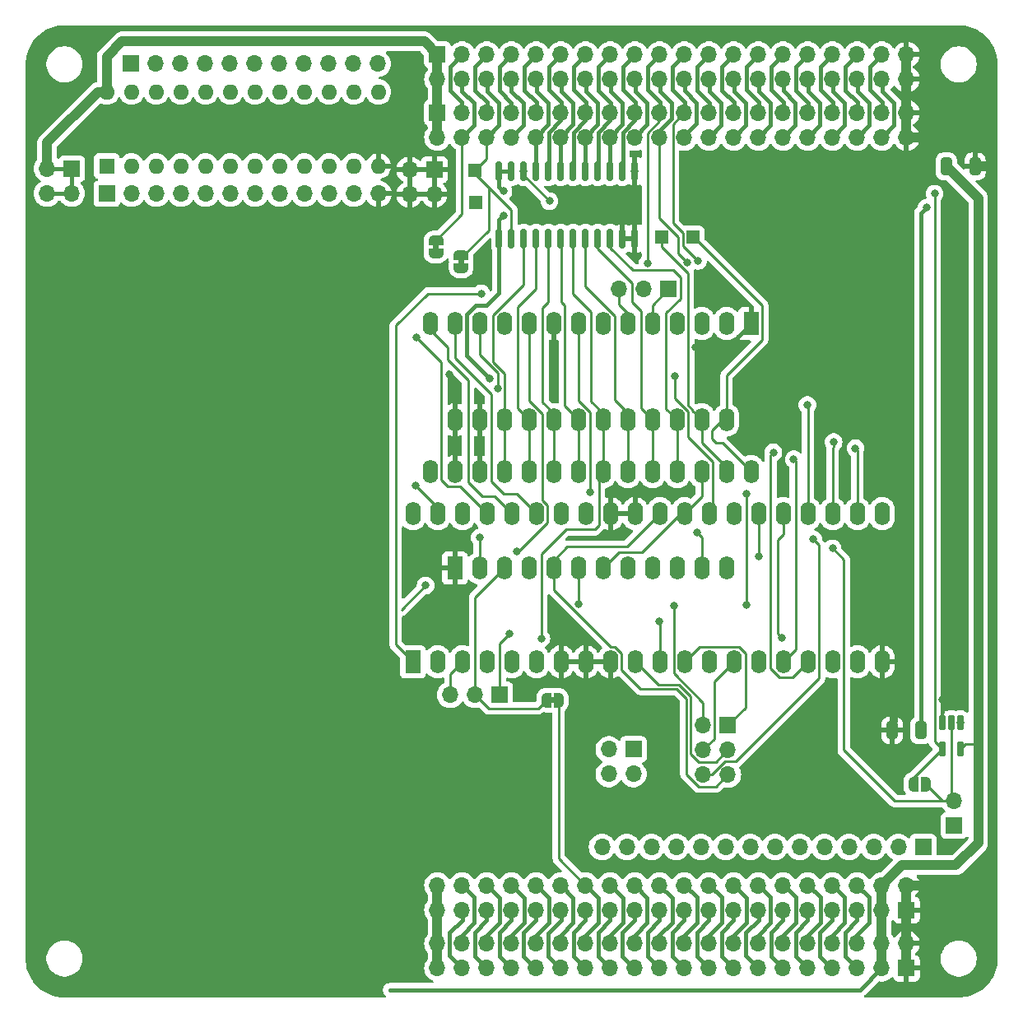
<source format=gbr>
%TF.GenerationSoftware,KiCad,Pcbnew,8.0.5-8.0.5-0~ubuntu22.04.1*%
%TF.CreationDate,2024-10-04T08:27:39+02:00*%
%TF.ProjectId,MOT_SerialBoard,4d4f545f-5365-4726-9961-6c426f617264,rev?*%
%TF.SameCoordinates,Original*%
%TF.FileFunction,Copper,L1,Top*%
%TF.FilePolarity,Positive*%
%FSLAX46Y46*%
G04 Gerber Fmt 4.6, Leading zero omitted, Abs format (unit mm)*
G04 Created by KiCad (PCBNEW 8.0.5-8.0.5-0~ubuntu22.04.1) date 2024-10-04 08:27:39*
%MOMM*%
%LPD*%
G01*
G04 APERTURE LIST*
G04 Aperture macros list*
%AMRoundRect*
0 Rectangle with rounded corners*
0 $1 Rounding radius*
0 $2 $3 $4 $5 $6 $7 $8 $9 X,Y pos of 4 corners*
0 Add a 4 corners polygon primitive as box body*
4,1,4,$2,$3,$4,$5,$6,$7,$8,$9,$2,$3,0*
0 Add four circle primitives for the rounded corners*
1,1,$1+$1,$2,$3*
1,1,$1+$1,$4,$5*
1,1,$1+$1,$6,$7*
1,1,$1+$1,$8,$9*
0 Add four rect primitives between the rounded corners*
20,1,$1+$1,$2,$3,$4,$5,0*
20,1,$1+$1,$4,$5,$6,$7,0*
20,1,$1+$1,$6,$7,$8,$9,0*
20,1,$1+$1,$8,$9,$2,$3,0*%
%AMFreePoly0*
4,1,19,0.500000,-0.750000,0.000000,-0.750000,0.000000,-0.744911,-0.071157,-0.744911,-0.207708,-0.704816,-0.327430,-0.627875,-0.420627,-0.520320,-0.479746,-0.390866,-0.500000,-0.250000,-0.500000,0.250000,-0.479746,0.390866,-0.420627,0.520320,-0.327430,0.627875,-0.207708,0.704816,-0.071157,0.744911,0.000000,0.744911,0.000000,0.750000,0.500000,0.750000,0.500000,-0.750000,0.500000,-0.750000,
$1*%
%AMFreePoly1*
4,1,19,0.000000,0.744911,0.071157,0.744911,0.207708,0.704816,0.327430,0.627875,0.420627,0.520320,0.479746,0.390866,0.500000,0.250000,0.500000,-0.250000,0.479746,-0.390866,0.420627,-0.520320,0.327430,-0.627875,0.207708,-0.704816,0.071157,-0.744911,0.000000,-0.744911,0.000000,-0.750000,-0.500000,-0.750000,-0.500000,0.750000,0.000000,0.750000,0.000000,0.744911,0.000000,0.744911,
$1*%
G04 Aperture macros list end*
%TA.AperFunction,EtchedComponent*%
%ADD10C,0.000000*%
%TD*%
%TA.AperFunction,ComponentPad*%
%ADD11R,1.700000X1.700000*%
%TD*%
%TA.AperFunction,ComponentPad*%
%ADD12O,1.700000X1.700000*%
%TD*%
%TA.AperFunction,ComponentPad*%
%ADD13R,1.600000X2.400000*%
%TD*%
%TA.AperFunction,ComponentPad*%
%ADD14O,1.600000X2.400000*%
%TD*%
%TA.AperFunction,SMDPad,CuDef*%
%ADD15RoundRect,0.250000X-0.325000X-0.650000X0.325000X-0.650000X0.325000X0.650000X-0.325000X0.650000X0*%
%TD*%
%TA.AperFunction,SMDPad,CuDef*%
%ADD16RoundRect,0.162500X-0.162500X0.617500X-0.162500X-0.617500X0.162500X-0.617500X0.162500X0.617500X0*%
%TD*%
%TA.AperFunction,SMDPad,CuDef*%
%ADD17FreePoly0,270.000000*%
%TD*%
%TA.AperFunction,SMDPad,CuDef*%
%ADD18FreePoly1,270.000000*%
%TD*%
%TA.AperFunction,ComponentPad*%
%ADD19R,1.350000X1.350000*%
%TD*%
%TA.AperFunction,SMDPad,CuDef*%
%ADD20FreePoly0,180.000000*%
%TD*%
%TA.AperFunction,SMDPad,CuDef*%
%ADD21FreePoly1,180.000000*%
%TD*%
%TA.AperFunction,SMDPad,CuDef*%
%ADD22FreePoly0,0.000000*%
%TD*%
%TA.AperFunction,SMDPad,CuDef*%
%ADD23FreePoly1,0.000000*%
%TD*%
%TA.AperFunction,ComponentPad*%
%ADD24R,1.600000X1.600000*%
%TD*%
%TA.AperFunction,ComponentPad*%
%ADD25O,1.600000X1.600000*%
%TD*%
%TA.AperFunction,SMDPad,CuDef*%
%ADD26RoundRect,0.150000X0.150000X-0.837500X0.150000X0.837500X-0.150000X0.837500X-0.150000X-0.837500X0*%
%TD*%
%TA.AperFunction,SMDPad,CuDef*%
%ADD27RoundRect,0.250000X0.325000X0.650000X-0.325000X0.650000X-0.325000X-0.650000X0.325000X-0.650000X0*%
%TD*%
%TA.AperFunction,ViaPad*%
%ADD28C,0.800000*%
%TD*%
%TA.AperFunction,Conductor*%
%ADD29C,0.400000*%
%TD*%
%TA.AperFunction,Conductor*%
%ADD30C,0.250000*%
%TD*%
%TA.AperFunction,Conductor*%
%ADD31C,1.000000*%
%TD*%
G04 APERTURE END LIST*
D10*
%TA.AperFunction,EtchedComponent*%
%TO.C,JP8*%
G36*
X95100000Y-74575000D02*
G01*
X94500000Y-74575000D01*
X94500000Y-74075000D01*
X95100000Y-74075000D01*
X95100000Y-74575000D01*
G37*
%TD.AperFunction*%
%TA.AperFunction,EtchedComponent*%
%TO.C,JP2*%
G36*
X104450000Y-119725000D02*
G01*
X103950000Y-119725000D01*
X103950000Y-119125000D01*
X104450000Y-119125000D01*
X104450000Y-119725000D01*
G37*
%TD.AperFunction*%
%TA.AperFunction,EtchedComponent*%
%TO.C,JP9*%
G36*
X92500000Y-73050000D02*
G01*
X91900000Y-73050000D01*
X91900000Y-72550000D01*
X92500000Y-72550000D01*
X92500000Y-73050000D01*
G37*
%TD.AperFunction*%
%TD*%
D11*
%TO.P,J27,1,Pin_1*%
%TO.N,/TX0*%
X112531000Y-124479000D03*
D12*
%TO.P,J27,2,Pin_2*%
%TO.N,/TX1*%
X109991000Y-124479000D03*
%TO.P,J27,3,Pin_3*%
%TO.N,/RX0*%
X112531000Y-127019000D03*
%TO.P,J27,4,Pin_4*%
%TO.N,/RX1*%
X109991000Y-127019000D03*
%TD*%
D11*
%TO.P,J30,1,Pin_1*%
%TO.N,+5V*%
X54750000Y-64760000D03*
D12*
%TO.P,J30,2,Pin_2*%
X52210000Y-64760000D03*
%TO.P,J30,3,Pin_3*%
X54750000Y-67300000D03*
%TO.P,J30,4,Pin_4*%
X52210000Y-67300000D03*
%TD*%
D11*
%TO.P,J36,1,Pin_1*%
%TO.N,Net-(J35-Pin_23)*%
X60850000Y-53950000D03*
D12*
%TO.P,J36,2,Pin_2*%
%TO.N,Net-(J35-Pin_22)*%
X63390000Y-53950000D03*
%TO.P,J36,3,Pin_3*%
%TO.N,Net-(J35-Pin_21)*%
X65930000Y-53950000D03*
%TO.P,J36,4,Pin_4*%
%TO.N,Net-(J35-Pin_20)*%
X68470000Y-53950000D03*
%TO.P,J36,5,Pin_5*%
%TO.N,Net-(J35-Pin_19)*%
X71010000Y-53950000D03*
%TO.P,J36,6,Pin_6*%
%TO.N,Net-(J35-Pin_18)*%
X73550000Y-53950000D03*
%TO.P,J36,7,Pin_7*%
%TO.N,Net-(J35-Pin_17)*%
X76090000Y-53950000D03*
%TO.P,J36,8,Pin_8*%
%TO.N,Net-(J35-Pin_16)*%
X78630000Y-53950000D03*
%TO.P,J36,9,Pin_9*%
%TO.N,Net-(J35-Pin_15)*%
X81170000Y-53950000D03*
%TO.P,J36,10,Pin_10*%
%TO.N,Net-(J35-Pin_14)*%
X83710000Y-53950000D03*
%TO.P,J36,11,Pin_11*%
%TO.N,Net-(J35-Pin_13)*%
X86250000Y-53950000D03*
%TD*%
D11*
%TO.P,J1,1,Pin_1*%
%TO.N,+5V*%
X92367000Y-53000000D03*
D12*
%TO.P,J1,2,Pin_2*%
X92367000Y-55540000D03*
%TO.P,J1,3,Pin_3*%
%TO.N,/PHI1_e*%
X94907000Y-53000000D03*
%TO.P,J1,4,Pin_4*%
%TO.N,/PHI2_e*%
X94907000Y-55540000D03*
%TO.P,J1,5,Pin_5*%
%TO.N,/~{IORD}*%
X97447000Y-53000000D03*
%TO.P,J1,6,Pin_6*%
%TO.N,/R{slash}~{W}_e*%
X97447000Y-55540000D03*
%TO.P,J1,7,Pin_7*%
%TO.N,/~{MRD}*%
X99987000Y-53000000D03*
%TO.P,J1,8,Pin_8*%
%TO.N,/~{MWR}*%
X99987000Y-55540000D03*
%TO.P,J1,9,Pin_9*%
%TO.N,/~{IOWR}*%
X102527000Y-53000000D03*
%TO.P,J1,10,Pin_10*%
%TO.N,/Bus/DB0*%
X102527000Y-55540000D03*
%TO.P,J1,11,Pin_11*%
%TO.N,/Bus/DB1*%
X105067000Y-53000000D03*
%TO.P,J1,12,Pin_12*%
%TO.N,/Bus/DB2*%
X105067000Y-55540000D03*
%TO.P,J1,13,Pin_13*%
%TO.N,/Bus/DB3*%
X107607000Y-53000000D03*
%TO.P,J1,14,Pin_14*%
%TO.N,/Bus/DB4*%
X107607000Y-55540000D03*
%TO.P,J1,15,Pin_15*%
%TO.N,/Bus/DB5*%
X110147000Y-53000000D03*
%TO.P,J1,16,Pin_16*%
%TO.N,/Bus/DB6*%
X110147000Y-55540000D03*
%TO.P,J1,17,Pin_17*%
%TO.N,/Bus/DB7*%
X112687000Y-53000000D03*
%TO.P,J1,18,Pin_18*%
%TO.N,/~{RST}*%
X112687000Y-55540000D03*
%TO.P,J1,19,Pin_19*%
%TO.N,/A0*%
X115227000Y-53000000D03*
%TO.P,J1,20,Pin_20*%
%TO.N,/A1*%
X115227000Y-55540000D03*
%TO.P,J1,21,Pin_21*%
%TO.N,/A2*%
X117767000Y-53000000D03*
%TO.P,J1,22,Pin_22*%
%TO.N,/A3*%
X117767000Y-55540000D03*
%TO.P,J1,23,Pin_23*%
%TO.N,/A4*%
X120307000Y-53000000D03*
%TO.P,J1,24,Pin_24*%
%TO.N,/A5*%
X120307000Y-55540000D03*
%TO.P,J1,25,Pin_25*%
%TO.N,/A6*%
X122847000Y-53000000D03*
%TO.P,J1,26,Pin_26*%
%TO.N,/A7*%
X122847000Y-55540000D03*
%TO.P,J1,27,Pin_27*%
%TO.N,/A8*%
X125387000Y-53000000D03*
%TO.P,J1,28,Pin_28*%
%TO.N,/A9*%
X125387000Y-55540000D03*
%TO.P,J1,29,Pin_29*%
%TO.N,/A10*%
X127927000Y-53000000D03*
%TO.P,J1,30,Pin_30*%
%TO.N,/A11*%
X127927000Y-55540000D03*
%TO.P,J1,31,Pin_31*%
%TO.N,/A12*%
X130467000Y-53000000D03*
%TO.P,J1,32,Pin_32*%
%TO.N,/A13*%
X130467000Y-55540000D03*
%TO.P,J1,33,Pin_33*%
%TO.N,/A14*%
X133007000Y-53000000D03*
%TO.P,J1,34,Pin_34*%
%TO.N,/A15*%
X133007000Y-55540000D03*
%TO.P,J1,35,Pin_35*%
%TO.N,/A16*%
X135547000Y-53000000D03*
%TO.P,J1,36,Pin_36*%
%TO.N,/A17*%
X135547000Y-55540000D03*
%TO.P,J1,37,Pin_37*%
%TO.N,/A18*%
X138087000Y-53000000D03*
%TO.P,J1,38,Pin_38*%
%TO.N,/A19*%
X138087000Y-55540000D03*
%TO.P,J1,39,Pin_39*%
%TO.N,GND*%
X140627000Y-53000000D03*
%TO.P,J1,40,Pin_40*%
X140627000Y-55540000D03*
%TD*%
D13*
%TO.P,U1,1,VSS*%
%TO.N,GND*%
X124648000Y-80674800D03*
D14*
%TO.P,U1,2,CS1*%
%TO.N,+5V*%
X122108000Y-80674800D03*
%TO.P,U1,3,~{CS2}*%
%TO.N,/~{CE0}*%
X119568000Y-80674800D03*
%TO.P,U1,4,~{RES}*%
%TO.N,/~{RST}*%
X117028000Y-80674800D03*
%TO.P,U1,5,RxC*%
%TO.N,Net-(JP1-A)*%
X114488000Y-80674800D03*
%TO.P,U1,6,XTAL1*%
%TO.N,Net-(JP1-B)*%
X111948000Y-80674800D03*
%TO.P,U1,7,XTAL2*%
%TO.N,unconnected-(U1-XTAL2-Pad7)*%
X109408000Y-80674800D03*
%TO.P,U1,8,~{RTS}*%
%TO.N,/~{RTS0}*%
X106868000Y-80674800D03*
%TO.P,U1,9,~{CTS}*%
%TO.N,GND*%
X104328000Y-80674800D03*
%TO.P,U1,10,TxD*%
%TO.N,/TX0A*%
X101788000Y-80674800D03*
%TO.P,U1,11,~{DTR}*%
%TO.N,unconnected-(U1-~{DTR}-Pad11)*%
X99248000Y-80674800D03*
%TO.P,U1,12,RxD*%
%TO.N,/RX0A*%
X96708000Y-80674800D03*
%TO.P,U1,13,RS0*%
%TO.N,/A0*%
X94168000Y-80674800D03*
%TO.P,U1,14,RS1*%
%TO.N,/A1*%
X91628000Y-80674800D03*
%TO.P,U1,15,VCC*%
%TO.N,+5V*%
X91628000Y-95914800D03*
%TO.P,U1,16,~{DCD}*%
%TO.N,GND*%
X94168000Y-95914800D03*
%TO.P,U1,17,~{DSR}*%
X96708000Y-95914800D03*
%TO.P,U1,18,D0*%
%TO.N,/D0*%
X99248000Y-95914800D03*
%TO.P,U1,19,D1*%
%TO.N,/D1*%
X101788000Y-95914800D03*
%TO.P,U1,20,D2*%
%TO.N,/D2*%
X104328000Y-95914800D03*
%TO.P,U1,21,D3*%
%TO.N,/D3*%
X106868000Y-95914800D03*
%TO.P,U1,22,D4*%
%TO.N,/D4*%
X109408000Y-95914800D03*
%TO.P,U1,23,D5*%
%TO.N,/D5*%
X111948000Y-95914800D03*
%TO.P,U1,24,D6*%
%TO.N,/D6*%
X114488000Y-95914800D03*
%TO.P,U1,25,D7*%
%TO.N,/D7*%
X117028000Y-95914800D03*
%TO.P,U1,26,~{IRQ}*%
%TO.N,/~{IRQ}*%
X119568000Y-95914800D03*
%TO.P,U1,27,\u03D52*%
%TO.N,/E*%
X122108000Y-95914800D03*
%TO.P,U1,28,R/~{W}*%
%TO.N,/RW*%
X124648000Y-95914800D03*
%TD*%
D15*
%TO.P,C3,1*%
%TO.N,+3V3*%
X144725000Y-64500000D03*
%TO.P,C3,2*%
%TO.N,GND*%
X147675000Y-64500000D03*
%TD*%
D16*
%TO.P,U5,1*%
%TO.N,/~{CE1}*%
X146172000Y-121760000D03*
%TO.P,U5,2*%
%TO.N,/~{CE0}*%
X145222000Y-121760000D03*
%TO.P,U5,3,GND*%
%TO.N,GND*%
X144272000Y-121760000D03*
%TO.P,U5,4*%
%TO.N,/Bus/~{DOE}*%
X144272000Y-124460000D03*
%TO.P,U5,5,VCC*%
%TO.N,+3V3*%
X146172000Y-124460000D03*
%TD*%
D17*
%TO.P,JP8,1,A*%
%TO.N,/R{slash}~{W}_e*%
X94800000Y-73675000D03*
D18*
%TO.P,JP8,2,B*%
%TO.N,/RW*%
X94800000Y-74975000D03*
%TD*%
D11*
%TO.P,J4,1,Pin_1*%
%TO.N,GND*%
X140627000Y-141000000D03*
D12*
%TO.P,J4,2,Pin_2*%
X140627000Y-138460000D03*
%TO.P,J4,3,Pin_3*%
%TO.N,+3V3*%
X138087000Y-141000000D03*
%TO.P,J4,4,Pin_4*%
X138087000Y-138460000D03*
%TO.P,J4,5,Pin_5*%
%TO.N,/Bus/~{CE_EXT1}*%
X135547000Y-141000000D03*
%TO.P,J4,6,Pin_6*%
%TO.N,/Bus/~{CE_EXT0}*%
X135547000Y-138460000D03*
%TO.P,J4,7,Pin_7*%
%TO.N,/Bus/~{CE_EXT3}*%
X133007000Y-141000000D03*
%TO.P,J4,8,Pin_8*%
%TO.N,/Bus/~{CE_EXT2}*%
X133007000Y-138460000D03*
%TO.P,J4,9,Pin_9*%
%TO.N,/Bus/~{CE_EXT5}*%
X130467000Y-141000000D03*
%TO.P,J4,10,Pin_10*%
%TO.N,/Bus/~{CE_EXT4}*%
X130467000Y-138460000D03*
%TO.P,J4,11,Pin_11*%
%TO.N,/Bus/~{CE_EXT7}*%
X127927000Y-141000000D03*
%TO.P,J4,12,Pin_12*%
%TO.N,/Bus/~{CE_EXT6}*%
X127927000Y-138460000D03*
%TO.P,J4,13,Pin_13*%
%TO.N,/Bus/~{CE_EXT9}*%
X125387000Y-141000000D03*
%TO.P,J4,14,Pin_14*%
%TO.N,/Bus/~{CE_EXT8}*%
X125387000Y-138460000D03*
%TO.P,J4,15,Pin_15*%
%TO.N,/Bus/~{CE_EXT11}*%
X122847000Y-141000000D03*
%TO.P,J4,16,Pin_16*%
%TO.N,/Bus/~{CE_EXT10}*%
X122847000Y-138460000D03*
%TO.P,J4,17,Pin_17*%
%TO.N,/Bus/~{CE_EXT13}*%
X120307000Y-141000000D03*
%TO.P,J4,18,Pin_18*%
%TO.N,/Bus/~{CE_EXT12}*%
X120307000Y-138460000D03*
%TO.P,J4,19,Pin_19*%
%TO.N,/RES4*%
X117767000Y-141000000D03*
%TO.P,J4,20,Pin_20*%
%TO.N,/RES5*%
X117767000Y-138460000D03*
%TO.P,J4,21,Pin_21*%
%TO.N,/RES2*%
X115227000Y-141000000D03*
%TO.P,J4,22,Pin_22*%
%TO.N,/RES3*%
X115227000Y-138460000D03*
%TO.P,J4,23,Pin_23*%
%TO.N,/RES0*%
X112687000Y-141000000D03*
%TO.P,J4,24,Pin_24*%
%TO.N,/RES1*%
X112687000Y-138460000D03*
%TO.P,J4,25,Pin_25*%
%TO.N,/CLK1*%
X110147000Y-141000000D03*
%TO.P,J4,26,Pin_26*%
%TO.N,/~{BUSFREE}*%
X110147000Y-138460000D03*
%TO.P,J4,27,Pin_27*%
%TO.N,/CLKF*%
X107607000Y-141000000D03*
%TO.P,J4,28,Pin_28*%
%TO.N,/CLKS*%
X107607000Y-138460000D03*
%TO.P,J4,29,Pin_29*%
%TO.N,/~{PH0}*%
X105067000Y-141000000D03*
%TO.P,J4,30,Pin_30*%
%TO.N,/PH0*%
X105067000Y-138460000D03*
%TO.P,J4,31,Pin_31*%
%TO.N,/SDA*%
X102527000Y-141000000D03*
%TO.P,J4,32,Pin_32*%
%TO.N,/SCL*%
X102527000Y-138460000D03*
%TO.P,J4,33,Pin_33*%
%TO.N,/TX1*%
X99987000Y-141000000D03*
%TO.P,J4,34,Pin_34*%
%TO.N,/RX1*%
X99987000Y-138460000D03*
%TO.P,J4,35,Pin_35*%
%TO.N,/TX0*%
X97447000Y-141000000D03*
%TO.P,J4,36,Pin_36*%
%TO.N,/RX0*%
X97447000Y-138460000D03*
%TO.P,J4,37,Pin_37*%
%TO.N,/TXSTM*%
X94907000Y-141000000D03*
%TO.P,J4,38,Pin_38*%
%TO.N,/RXSTM*%
X94907000Y-138460000D03*
%TO.P,J4,39,Pin_39*%
%TO.N,+5VA*%
X92367000Y-141000000D03*
%TO.P,J4,40,Pin_40*%
X92367000Y-138460000D03*
%TD*%
D11*
%TO.P,J31,1,Pin_1*%
%TO.N,GND*%
X92040000Y-64850000D03*
D12*
%TO.P,J31,2,Pin_2*%
X89500000Y-64850000D03*
%TO.P,J31,3,Pin_3*%
X92040000Y-67390000D03*
%TO.P,J31,4,Pin_4*%
X89500000Y-67390000D03*
%TD*%
D11*
%TO.P,JP3,1,A*%
%TO.N,Net-(JP3-A)*%
X98775000Y-118875000D03*
D12*
%TO.P,JP3,2,C*%
%TO.N,/SERCLK*%
X96235000Y-118875000D03*
%TO.P,JP3,3,B*%
%TO.N,Net-(JP3-B)*%
X93695000Y-118875000D03*
%TD*%
D11*
%TO.P,J29,1,Pin_1*%
%TO.N,Net-(J29-Pin_1)*%
X58360000Y-67325000D03*
D12*
%TO.P,J29,2,Pin_2*%
%TO.N,Net-(J29-Pin_2)*%
X60900000Y-67325000D03*
%TO.P,J29,3,Pin_3*%
%TO.N,Net-(J29-Pin_3)*%
X63440000Y-67325000D03*
%TO.P,J29,4,Pin_4*%
%TO.N,Net-(J29-Pin_4)*%
X65980000Y-67325000D03*
%TO.P,J29,5,Pin_5*%
%TO.N,Net-(J29-Pin_5)*%
X68520000Y-67325000D03*
%TO.P,J29,6,Pin_6*%
%TO.N,Net-(J29-Pin_6)*%
X71060000Y-67325000D03*
%TO.P,J29,7,Pin_7*%
%TO.N,Net-(J29-Pin_7)*%
X73600000Y-67325000D03*
%TO.P,J29,8,Pin_8*%
%TO.N,Net-(J29-Pin_8)*%
X76140000Y-67325000D03*
%TO.P,J29,9,Pin_9*%
%TO.N,Net-(J29-Pin_9)*%
X78680000Y-67325000D03*
%TO.P,J29,10,Pin_10*%
%TO.N,Net-(J29-Pin_10)*%
X81220000Y-67325000D03*
%TO.P,J29,11,Pin_11*%
%TO.N,Net-(J29-Pin_11)*%
X83760000Y-67325000D03*
%TO.P,J29,12,Pin_12*%
%TO.N,GND*%
X86300000Y-67325000D03*
%TD*%
D19*
%TO.P,J10,1,Pin_1*%
%TO.N,/Bus/~{DOE}*%
X96300000Y-68200000D03*
%TD*%
D11*
%TO.P,J6,1,Pin_1*%
%TO.N,/RX1A*%
X122250000Y-122020000D03*
D12*
%TO.P,J6,2,Pin_2*%
%TO.N,/TX0A*%
X119710000Y-122020000D03*
%TO.P,J6,3,Pin_3*%
%TO.N,/~{RTS1}*%
X122250000Y-124560000D03*
%TO.P,J6,4,Pin_4*%
%TO.N,/TX1A*%
X119710000Y-124560000D03*
%TO.P,J6,5,Pin_5*%
%TO.N,/~{RTS0}*%
X122250000Y-127100000D03*
%TO.P,J6,6,Pin_6*%
%TO.N,/RX0A*%
X119710000Y-127100000D03*
%TD*%
D20*
%TO.P,JP4,1,A*%
%TO.N,/~{CE0}*%
X142625000Y-128050000D03*
D21*
%TO.P,JP4,2,B*%
%TO.N,/Bus/~{DOE}*%
X141325000Y-128050000D03*
%TD*%
D19*
%TO.P,J5,1,Pin_1*%
%TO.N,/R{slash}~{W}_e*%
X96225000Y-64925000D03*
%TD*%
D11*
%TO.P,J26,1,Pin_1*%
%TO.N,/~{CE1}*%
X145517000Y-132314000D03*
D12*
%TO.P,J26,2,Pin_2*%
%TO.N,/~{CE0}*%
X145517000Y-129774000D03*
%TD*%
D11*
%TO.P,J2,1,Pin_1*%
%TO.N,GND*%
X140627000Y-147000000D03*
D12*
%TO.P,J2,2,Pin_2*%
X140627000Y-144460000D03*
%TO.P,J2,3,Pin_3*%
%TO.N,+3V3*%
X138087000Y-147000000D03*
%TO.P,J2,4,Pin_4*%
X138087000Y-144460000D03*
%TO.P,J2,5,Pin_5*%
%TO.N,/Bus/~{CE_EXT1}*%
X135547000Y-147000000D03*
%TO.P,J2,6,Pin_6*%
%TO.N,/Bus/~{CE_EXT0}*%
X135547000Y-144460000D03*
%TO.P,J2,7,Pin_7*%
%TO.N,/Bus/~{CE_EXT3}*%
X133007000Y-147000000D03*
%TO.P,J2,8,Pin_8*%
%TO.N,/Bus/~{CE_EXT2}*%
X133007000Y-144460000D03*
%TO.P,J2,9,Pin_9*%
%TO.N,/Bus/~{CE_EXT5}*%
X130467000Y-147000000D03*
%TO.P,J2,10,Pin_10*%
%TO.N,/Bus/~{CE_EXT4}*%
X130467000Y-144460000D03*
%TO.P,J2,11,Pin_11*%
%TO.N,/Bus/~{CE_EXT7}*%
X127927000Y-147000000D03*
%TO.P,J2,12,Pin_12*%
%TO.N,/Bus/~{CE_EXT6}*%
X127927000Y-144460000D03*
%TO.P,J2,13,Pin_13*%
%TO.N,/Bus/~{CE_EXT9}*%
X125387000Y-147000000D03*
%TO.P,J2,14,Pin_14*%
%TO.N,/Bus/~{CE_EXT8}*%
X125387000Y-144460000D03*
%TO.P,J2,15,Pin_15*%
%TO.N,/Bus/~{CE_EXT11}*%
X122847000Y-147000000D03*
%TO.P,J2,16,Pin_16*%
%TO.N,/Bus/~{CE_EXT10}*%
X122847000Y-144460000D03*
%TO.P,J2,17,Pin_17*%
%TO.N,/Bus/~{CE_EXT13}*%
X120307000Y-147000000D03*
%TO.P,J2,18,Pin_18*%
%TO.N,/Bus/~{CE_EXT12}*%
X120307000Y-144460000D03*
%TO.P,J2,19,Pin_19*%
%TO.N,/RES4*%
X117767000Y-147000000D03*
%TO.P,J2,20,Pin_20*%
%TO.N,/RES5*%
X117767000Y-144460000D03*
%TO.P,J2,21,Pin_21*%
%TO.N,/RES2*%
X115227000Y-147000000D03*
%TO.P,J2,22,Pin_22*%
%TO.N,/RES3*%
X115227000Y-144460000D03*
%TO.P,J2,23,Pin_23*%
%TO.N,/RES0*%
X112687000Y-147000000D03*
%TO.P,J2,24,Pin_24*%
%TO.N,/RES1*%
X112687000Y-144460000D03*
%TO.P,J2,25,Pin_25*%
%TO.N,/CLK1*%
X110147000Y-147000000D03*
%TO.P,J2,26,Pin_26*%
%TO.N,/~{BUSFREE}*%
X110147000Y-144460000D03*
%TO.P,J2,27,Pin_27*%
%TO.N,/CLKF*%
X107607000Y-147000000D03*
%TO.P,J2,28,Pin_28*%
%TO.N,/CLKS*%
X107607000Y-144460000D03*
%TO.P,J2,29,Pin_29*%
%TO.N,/~{PH0}*%
X105067000Y-147000000D03*
%TO.P,J2,30,Pin_30*%
%TO.N,/PH0*%
X105067000Y-144460000D03*
%TO.P,J2,31,Pin_31*%
%TO.N,/SDA*%
X102527000Y-147000000D03*
%TO.P,J2,32,Pin_32*%
%TO.N,/SCL*%
X102527000Y-144460000D03*
%TO.P,J2,33,Pin_33*%
%TO.N,/TX1*%
X99987000Y-147000000D03*
%TO.P,J2,34,Pin_34*%
%TO.N,/RX1*%
X99987000Y-144460000D03*
%TO.P,J2,35,Pin_35*%
%TO.N,/TX0*%
X97447000Y-147000000D03*
%TO.P,J2,36,Pin_36*%
%TO.N,/RX0*%
X97447000Y-144460000D03*
%TO.P,J2,37,Pin_37*%
%TO.N,/TXSTM*%
X94907000Y-147000000D03*
%TO.P,J2,38,Pin_38*%
%TO.N,/RXSTM*%
X94907000Y-144460000D03*
%TO.P,J2,39,Pin_39*%
%TO.N,+5VA*%
X92367000Y-147000000D03*
%TO.P,J2,40,Pin_40*%
X92367000Y-144460000D03*
%TD*%
D22*
%TO.P,JP2,1,A*%
%TO.N,/SERCLK*%
X103550000Y-119425000D03*
D23*
%TO.P,JP2,2,B*%
%TO.N,/CLKS*%
X104850000Y-119425000D03*
%TD*%
D13*
%TO.P,U3,1,~{RES}*%
%TO.N,/~{RST}*%
X89855000Y-115477800D03*
D14*
%TO.P,U3,2,nc*%
%TO.N,unconnected-(U3-nc-Pad2)*%
X92395000Y-115477800D03*
%TO.P,U3,3,XTAL1*%
%TO.N,Net-(JP3-B)*%
X94935000Y-115477800D03*
%TO.P,U3,4,XTAL2*%
%TO.N,unconnected-(U3-XTAL2-Pad4)*%
X97475000Y-115477800D03*
%TO.P,U3,5,CLKOUT*%
%TO.N,unconnected-(U3-CLKOUT-Pad5)*%
X100015000Y-115477800D03*
%TO.P,U3,6,nc*%
%TO.N,unconnected-(U3-nc-Pad6)*%
X102555000Y-115477800D03*
%TO.P,U3,7,~{DSR2}*%
%TO.N,GND*%
X105095000Y-115477800D03*
%TO.P,U3,8,~{DCD2}*%
X107635000Y-115477800D03*
%TO.P,U3,9,~{CTS2}*%
X110175000Y-115477800D03*
%TO.P,U3,10,~{RTS2}*%
%TO.N,/~{RTS1}*%
X112715000Y-115477800D03*
%TO.P,U3,11,~{IRQ2}*%
%TO.N,/~{IRQ1}*%
X115255000Y-115477800D03*
%TO.P,U3,12,RxD2*%
%TO.N,/RX1A*%
X117795000Y-115477800D03*
%TO.P,U3,13,~{DTR2}*%
%TO.N,unconnected-(U3-~{DTR2}-Pad13)*%
X120335000Y-115477800D03*
%TO.P,U3,14,TxD2*%
%TO.N,/TX1A*%
X122875000Y-115477800D03*
%TO.P,U3,15,TxC*%
%TO.N,Net-(JP3-A)*%
X125415000Y-115477800D03*
%TO.P,U3,16,D7*%
%TO.N,/D7*%
X127955000Y-115477800D03*
%TO.P,U3,17,D6*%
%TO.N,/D6*%
X130495000Y-115477800D03*
%TO.P,U3,18,D5*%
%TO.N,/D5*%
X133035000Y-115477800D03*
%TO.P,U3,19,D4*%
%TO.N,/D4*%
X135575000Y-115477800D03*
%TO.P,U3,20,VSS*%
%TO.N,GND*%
X138115000Y-115477800D03*
%TO.P,U3,21,D3*%
%TO.N,/D3*%
X138115000Y-100237800D03*
%TO.P,U3,22,D2*%
%TO.N,/D2*%
X135575000Y-100237800D03*
%TO.P,U3,23,D1*%
%TO.N,/D1*%
X133035000Y-100237800D03*
%TO.P,U3,24,D0*%
%TO.N,/D0*%
X130495000Y-100237800D03*
%TO.P,U3,25,RxC*%
%TO.N,Net-(JP3-A)*%
X127955000Y-100237800D03*
%TO.P,U3,26,TxD1*%
%TO.N,/TX0A*%
X125415000Y-100237800D03*
%TO.P,U3,27,~{DTR1}*%
%TO.N,unconnected-(U3-~{DTR1}-Pad27)*%
X122875000Y-100237800D03*
%TO.P,U3,28,RxD1*%
%TO.N,/RX0A*%
X120335000Y-100237800D03*
%TO.P,U3,29,~{IRQ1}*%
%TO.N,/~{IRQ}*%
X117795000Y-100237800D03*
%TO.P,U3,30,~{RTS1}*%
%TO.N,/~{RTS0}*%
X115255000Y-100237800D03*
%TO.P,U3,31,~{CTS1}*%
%TO.N,GND*%
X112715000Y-100237800D03*
%TO.P,U3,32,~{DCD1}*%
X110175000Y-100237800D03*
%TO.P,U3,33,~{DSR1}*%
X107635000Y-100237800D03*
%TO.P,U3,34,nc*%
%TO.N,unconnected-(U3-nc-Pad34)*%
X105095000Y-100237800D03*
%TO.P,U3,35,RS0*%
%TO.N,/A0*%
X102555000Y-100237800D03*
%TO.P,U3,36,RS1*%
%TO.N,/A1*%
X100015000Y-100237800D03*
%TO.P,U3,37,RS2*%
%TO.N,/A2*%
X97475000Y-100237800D03*
%TO.P,U3,38,R/~{W}*%
%TO.N,/RW*%
X94935000Y-100237800D03*
%TO.P,U3,39,~{CS}*%
%TO.N,/~{CE0}*%
X92395000Y-100237800D03*
%TO.P,U3,40,VCC*%
%TO.N,+5V*%
X89855000Y-100237800D03*
%TD*%
D11*
%TO.P,J11,1,Pin_1*%
%TO.N,/Bus/~{CE_EXT0}*%
X142325000Y-134525000D03*
D12*
%TO.P,J11,2,Pin_2*%
%TO.N,/Bus/~{CE_EXT1}*%
X139785000Y-134525000D03*
%TO.P,J11,3,Pin_3*%
%TO.N,/Bus/~{CE_EXT2}*%
X137245000Y-134525000D03*
%TO.P,J11,4,Pin_4*%
%TO.N,/Bus/~{CE_EXT3}*%
X134705000Y-134525000D03*
%TO.P,J11,5,Pin_5*%
%TO.N,/Bus/~{CE_EXT4}*%
X132165000Y-134525000D03*
%TO.P,J11,6,Pin_6*%
%TO.N,/Bus/~{CE_EXT5}*%
X129625000Y-134525000D03*
%TO.P,J11,7,Pin_7*%
%TO.N,/Bus/~{CE_EXT6}*%
X127085000Y-134525000D03*
%TO.P,J11,8,Pin_8*%
%TO.N,/Bus/~{CE_EXT7}*%
X124545000Y-134525000D03*
%TO.P,J11,9,Pin_9*%
%TO.N,/Bus/~{CE_EXT8}*%
X122005000Y-134525000D03*
%TO.P,J11,10,Pin_10*%
%TO.N,/Bus/~{CE_EXT9}*%
X119465000Y-134525000D03*
%TO.P,J11,11,Pin_11*%
%TO.N,/Bus/~{CE_EXT10}*%
X116925000Y-134525000D03*
%TO.P,J11,12,Pin_12*%
%TO.N,/Bus/~{CE_EXT11}*%
X114385000Y-134525000D03*
%TO.P,J11,13,Pin_13*%
%TO.N,/Bus/~{CE_EXT12}*%
X111845000Y-134525000D03*
%TO.P,J11,14,Pin_14*%
%TO.N,/Bus/~{CE_EXT13}*%
X109305000Y-134525000D03*
%TD*%
D24*
%TO.P,J35,1,Pin_1*%
%TO.N,Net-(J29-Pin_1)*%
X58355000Y-64475000D03*
D25*
%TO.P,J35,2,Pin_2*%
%TO.N,Net-(J29-Pin_2)*%
X60895000Y-64475000D03*
%TO.P,J35,3,Pin_3*%
%TO.N,Net-(J29-Pin_3)*%
X63435000Y-64475000D03*
%TO.P,J35,4,Pin_4*%
%TO.N,Net-(J29-Pin_4)*%
X65975000Y-64475000D03*
%TO.P,J35,5,Pin_5*%
%TO.N,Net-(J29-Pin_5)*%
X68515000Y-64475000D03*
%TO.P,J35,6,Pin_6*%
%TO.N,Net-(J29-Pin_6)*%
X71055000Y-64475000D03*
%TO.P,J35,7,Pin_7*%
%TO.N,Net-(J29-Pin_7)*%
X73595000Y-64475000D03*
%TO.P,J35,8,Pin_8*%
%TO.N,Net-(J29-Pin_8)*%
X76135000Y-64475000D03*
%TO.P,J35,9,Pin_9*%
%TO.N,Net-(J29-Pin_9)*%
X78675000Y-64475000D03*
%TO.P,J35,10,Pin_10*%
%TO.N,Net-(J29-Pin_10)*%
X81215000Y-64475000D03*
%TO.P,J35,11,Pin_11*%
%TO.N,Net-(J29-Pin_11)*%
X83755000Y-64475000D03*
%TO.P,J35,12,Pin_12*%
%TO.N,GND*%
X86295000Y-64475000D03*
%TO.P,J35,13,Pin_13*%
%TO.N,Net-(J35-Pin_13)*%
X86295000Y-56855000D03*
%TO.P,J35,14,Pin_14*%
%TO.N,Net-(J35-Pin_14)*%
X83755000Y-56855000D03*
%TO.P,J35,15,Pin_15*%
%TO.N,Net-(J35-Pin_15)*%
X81215000Y-56855000D03*
%TO.P,J35,16,Pin_16*%
%TO.N,Net-(J35-Pin_16)*%
X78675000Y-56855000D03*
%TO.P,J35,17,Pin_17*%
%TO.N,Net-(J35-Pin_17)*%
X76135000Y-56855000D03*
%TO.P,J35,18,Pin_18*%
%TO.N,Net-(J35-Pin_18)*%
X73595000Y-56855000D03*
%TO.P,J35,19,Pin_19*%
%TO.N,Net-(J35-Pin_19)*%
X71055000Y-56855000D03*
%TO.P,J35,20,Pin_20*%
%TO.N,Net-(J35-Pin_20)*%
X68515000Y-56855000D03*
%TO.P,J35,21,Pin_21*%
%TO.N,Net-(J35-Pin_21)*%
X65975000Y-56855000D03*
%TO.P,J35,22,Pin_22*%
%TO.N,Net-(J35-Pin_22)*%
X63435000Y-56855000D03*
%TO.P,J35,23,Pin_23*%
%TO.N,Net-(J35-Pin_23)*%
X60895000Y-56855000D03*
%TO.P,J35,24,Pin_24*%
%TO.N,+5V*%
X58355000Y-56855000D03*
%TD*%
D11*
%TO.P,J3,1,Pin_1*%
%TO.N,+5V*%
X92367000Y-59000000D03*
D12*
%TO.P,J3,2,Pin_2*%
X92367000Y-61540000D03*
%TO.P,J3,3,Pin_3*%
%TO.N,/PHI1_e*%
X94907000Y-59000000D03*
%TO.P,J3,4,Pin_4*%
%TO.N,/PHI2_e*%
X94907000Y-61540000D03*
%TO.P,J3,5,Pin_5*%
%TO.N,/~{IORD}*%
X97447000Y-59000000D03*
%TO.P,J3,6,Pin_6*%
%TO.N,/R{slash}~{W}_e*%
X97447000Y-61540000D03*
%TO.P,J3,7,Pin_7*%
%TO.N,/~{MRD}*%
X99987000Y-59000000D03*
%TO.P,J3,8,Pin_8*%
%TO.N,/~{MWR}*%
X99987000Y-61540000D03*
%TO.P,J3,9,Pin_9*%
%TO.N,/~{IOWR}*%
X102527000Y-59000000D03*
%TO.P,J3,10,Pin_10*%
%TO.N,/Bus/DB0*%
X102527000Y-61540000D03*
%TO.P,J3,11,Pin_11*%
%TO.N,/Bus/DB1*%
X105067000Y-59000000D03*
%TO.P,J3,12,Pin_12*%
%TO.N,/Bus/DB2*%
X105067000Y-61540000D03*
%TO.P,J3,13,Pin_13*%
%TO.N,/Bus/DB3*%
X107607000Y-59000000D03*
%TO.P,J3,14,Pin_14*%
%TO.N,/Bus/DB4*%
X107607000Y-61540000D03*
%TO.P,J3,15,Pin_15*%
%TO.N,/Bus/DB5*%
X110147000Y-59000000D03*
%TO.P,J3,16,Pin_16*%
%TO.N,/Bus/DB6*%
X110147000Y-61540000D03*
%TO.P,J3,17,Pin_17*%
%TO.N,/Bus/DB7*%
X112687000Y-59000000D03*
%TO.P,J3,18,Pin_18*%
%TO.N,/~{RST}*%
X112687000Y-61540000D03*
%TO.P,J3,19,Pin_19*%
%TO.N,/A0*%
X115227000Y-59000000D03*
%TO.P,J3,20,Pin_20*%
%TO.N,/A1*%
X115227000Y-61540000D03*
%TO.P,J3,21,Pin_21*%
%TO.N,/A2*%
X117767000Y-59000000D03*
%TO.P,J3,22,Pin_22*%
%TO.N,/A3*%
X117767000Y-61540000D03*
%TO.P,J3,23,Pin_23*%
%TO.N,/A4*%
X120307000Y-59000000D03*
%TO.P,J3,24,Pin_24*%
%TO.N,/A5*%
X120307000Y-61540000D03*
%TO.P,J3,25,Pin_25*%
%TO.N,/A6*%
X122847000Y-59000000D03*
%TO.P,J3,26,Pin_26*%
%TO.N,/A7*%
X122847000Y-61540000D03*
%TO.P,J3,27,Pin_27*%
%TO.N,/A8*%
X125387000Y-59000000D03*
%TO.P,J3,28,Pin_28*%
%TO.N,/A9*%
X125387000Y-61540000D03*
%TO.P,J3,29,Pin_29*%
%TO.N,/A10*%
X127927000Y-59000000D03*
%TO.P,J3,30,Pin_30*%
%TO.N,/A11*%
X127927000Y-61540000D03*
%TO.P,J3,31,Pin_31*%
%TO.N,/A12*%
X130467000Y-59000000D03*
%TO.P,J3,32,Pin_32*%
%TO.N,/A13*%
X130467000Y-61540000D03*
%TO.P,J3,33,Pin_33*%
%TO.N,/A14*%
X133007000Y-59000000D03*
%TO.P,J3,34,Pin_34*%
%TO.N,/A15*%
X133007000Y-61540000D03*
%TO.P,J3,35,Pin_35*%
%TO.N,/A16*%
X135547000Y-59000000D03*
%TO.P,J3,36,Pin_36*%
%TO.N,/A17*%
X135547000Y-61540000D03*
%TO.P,J3,37,Pin_37*%
%TO.N,/A18*%
X138087000Y-59000000D03*
%TO.P,J3,38,Pin_38*%
%TO.N,/A19*%
X138087000Y-61540000D03*
%TO.P,J3,39,Pin_39*%
%TO.N,GND*%
X140627000Y-59000000D03*
%TO.P,J3,40,Pin_40*%
X140627000Y-61540000D03*
%TD*%
D11*
%TO.P,JP1,1,A*%
%TO.N,Net-(JP1-A)*%
X116125000Y-77125000D03*
D12*
%TO.P,JP1,2,C*%
%TO.N,/SERCLK*%
X113585000Y-77125000D03*
%TO.P,JP1,3,B*%
%TO.N,Net-(JP1-B)*%
X111045000Y-77125000D03*
%TD*%
D17*
%TO.P,JP9,1,A*%
%TO.N,/PHI2_e*%
X92200000Y-72150000D03*
D18*
%TO.P,JP9,2,B*%
%TO.N,/E*%
X92200000Y-73450000D03*
%TD*%
D26*
%TO.P,U9,1,VCCA*%
%TO.N,+5V*%
X98714717Y-71919580D03*
%TO.P,U9,2,A->B*%
%TO.N,/R{slash}~{W}_e*%
X99984717Y-71919580D03*
%TO.P,U9,3,A0*%
%TO.N,/D0*%
X101254717Y-71919580D03*
%TO.P,U9,4,A1*%
%TO.N,/D1*%
X102524717Y-71919580D03*
%TO.P,U9,5,A2*%
%TO.N,/D2*%
X103794717Y-71919580D03*
%TO.P,U9,6,A3*%
%TO.N,/D3*%
X105064717Y-71919580D03*
%TO.P,U9,7,A4*%
%TO.N,/D4*%
X106334717Y-71919580D03*
%TO.P,U9,8,A5*%
%TO.N,/D5*%
X107604717Y-71919580D03*
%TO.P,U9,9,A6*%
%TO.N,/D6*%
X108874717Y-71919580D03*
%TO.P,U9,10,A7*%
%TO.N,/D7*%
X110144717Y-71919580D03*
%TO.P,U9,11,GND*%
%TO.N,GND*%
X111414717Y-71919580D03*
%TO.P,U9,12,GND*%
X112684717Y-71919580D03*
%TO.P,U9,13,GND*%
X112684717Y-64994580D03*
%TO.P,U9,14,B7*%
%TO.N,/Bus/DB7*%
X111414717Y-64994580D03*
%TO.P,U9,15,B6*%
%TO.N,/Bus/DB6*%
X110144717Y-64994580D03*
%TO.P,U9,16,B5*%
%TO.N,/Bus/DB5*%
X108874717Y-64994580D03*
%TO.P,U9,17,B4*%
%TO.N,/Bus/DB4*%
X107604717Y-64994580D03*
%TO.P,U9,18,B3*%
%TO.N,/Bus/DB3*%
X106334717Y-64994580D03*
%TO.P,U9,19,B2*%
%TO.N,/Bus/DB2*%
X105064717Y-64994580D03*
%TO.P,U9,20,B1*%
%TO.N,/Bus/DB1*%
X103794717Y-64994580D03*
%TO.P,U9,21,B0*%
%TO.N,/Bus/DB0*%
X102524717Y-64994580D03*
%TO.P,U9,22,CE*%
%TO.N,/Bus/~{DOE}*%
X101254717Y-64994580D03*
%TO.P,U9,23,VCCB*%
%TO.N,+3V3*%
X99984717Y-64994580D03*
%TO.P,U9,24,VCCB*%
X98714717Y-64994580D03*
%TD*%
D27*
%TO.P,C7,1*%
%TO.N,+5V*%
X142100000Y-122525000D03*
%TO.P,C7,2*%
%TO.N,GND*%
X139150000Y-122525000D03*
%TD*%
D13*
%TO.P,U4,1,VSS*%
%TO.N,GND*%
X94168000Y-105820800D03*
D14*
%TO.P,U4,2,Rx_Data*%
%TO.N,/RX0A*%
X96708000Y-105820800D03*
%TO.P,U4,3,Rx_CLK*%
%TO.N,/SERCLK*%
X99248000Y-105820800D03*
%TO.P,U4,4,Tx_CLK*%
X101788000Y-105820800D03*
%TO.P,U4,5,~{RTS}*%
%TO.N,/~{RTS0}*%
X104328000Y-105820800D03*
%TO.P,U4,6,Tx_Data*%
%TO.N,/TX0A*%
X106868000Y-105820800D03*
%TO.P,U4,7,~{IRQ}*%
%TO.N,/~{IRQ}*%
X109408000Y-105820800D03*
%TO.P,U4,8,CS0*%
%TO.N,+5V*%
X111948000Y-105820800D03*
%TO.P,U4,9,CS2*%
%TO.N,/~{CE0}*%
X114488000Y-105820800D03*
%TO.P,U4,10,CS1*%
%TO.N,+5V*%
X117028000Y-105820800D03*
%TO.P,U4,11,RS*%
%TO.N,/A0*%
X119568000Y-105820800D03*
%TO.P,U4,12,VCC*%
%TO.N,+5V*%
X122108000Y-105820800D03*
%TO.P,U4,13,R/~{W}*%
%TO.N,/RW*%
X122108000Y-90580800D03*
%TO.P,U4,14,E*%
%TO.N,/E*%
X119568000Y-90580800D03*
%TO.P,U4,15,D7*%
%TO.N,/D7*%
X117028000Y-90580800D03*
%TO.P,U4,16,D6*%
%TO.N,/D6*%
X114488000Y-90580800D03*
%TO.P,U4,17,D5*%
%TO.N,/D5*%
X111948000Y-90580800D03*
%TO.P,U4,18,D4*%
%TO.N,/D4*%
X109408000Y-90580800D03*
%TO.P,U4,19,D3*%
%TO.N,/D3*%
X106868000Y-90580800D03*
%TO.P,U4,20,D2*%
%TO.N,/D2*%
X104328000Y-90580800D03*
%TO.P,U4,21,D1*%
%TO.N,/D1*%
X101788000Y-90580800D03*
%TO.P,U4,22,D0*%
%TO.N,/D0*%
X99248000Y-90580800D03*
%TO.P,U4,23,~{DCD}*%
%TO.N,GND*%
X96708000Y-90580800D03*
%TO.P,U4,24,~{CTS}*%
X94168000Y-90580800D03*
%TD*%
D19*
%TO.P,J8,1,Pin_1*%
%TO.N,/E*%
X115425000Y-71800000D03*
%TD*%
%TO.P,J9,1,Pin_1*%
%TO.N,/RW*%
X118625000Y-71800000D03*
%TD*%
D28*
%TO.N,/~{RST}*%
X96875000Y-77575000D03*
%TO.N,GND*%
X118910415Y-83079653D03*
X139500000Y-120025000D03*
X147675000Y-64500000D03*
X149500000Y-121666000D03*
X112684720Y-64994583D03*
X144272000Y-119380000D03*
X93614000Y-85927800D03*
X149500000Y-77350000D03*
%TO.N,/D7*%
X129025000Y-94650000D03*
%TO.N,/D6*%
X126924996Y-93925000D03*
%TO.N,/D5*%
X124125000Y-98150000D03*
X124140000Y-109630800D03*
%TO.N,/D4*%
X103062800Y-113080400D03*
%TO.N,/D2*%
X135375000Y-93500000D03*
%TO.N,/D1*%
X133125000Y-92875000D03*
%TO.N,/D0*%
X130425000Y-89050000D03*
%TO.N,+5V*%
X97754200Y-86359600D03*
X142694992Y-68750002D03*
X99158000Y-69596000D03*
%TO.N,/A2*%
X119175000Y-74250000D03*
X90200000Y-82100000D03*
%TO.N,/A1*%
X118100000Y-74400000D03*
%TO.N,/A0*%
X119075000Y-102175000D03*
X114000000Y-74475000D03*
%TO.N,+3V3*%
X144725000Y-64500008D03*
X99158000Y-67056000D03*
X148000000Y-125425000D03*
%TO.N,/E*%
X92200000Y-73449992D03*
%TO.N,/RW*%
X94800000Y-74975002D03*
%TO.N,/TX0A*%
X106868000Y-109575200D03*
X100525000Y-104100000D03*
X116725000Y-109727600D03*
X125415000Y-104647600D03*
%TO.N,/~{RTS0}*%
X108075000Y-98025000D03*
%TO.N,/RX0A*%
X98567000Y-87324800D03*
X116825000Y-86125000D03*
X131028200Y-102869600D03*
X96708003Y-102675000D03*
%TO.N,Net-(JP3-A)*%
X99786200Y-112597800D03*
X127777000Y-113029600D03*
%TO.N,/~{IRQ}*%
X91150200Y-107619400D03*
%TO.N,/~{IRQ1}*%
X115178600Y-111327800D03*
%TO.N,/~{CE0}*%
X133025000Y-103800000D03*
X90134200Y-97357800D03*
%TO.N,/~{CE1}*%
X146172000Y-121760000D03*
%TO.N,/Bus/~{DOE}*%
X101254717Y-64994580D03*
X143510000Y-67310006D03*
X103886000Y-68072000D03*
%TD*%
D29*
%TO.N,/~{RST}*%
X113950000Y-60200705D02*
X112700000Y-61450705D01*
X113950000Y-58007000D02*
X113950000Y-60200705D01*
X112700000Y-56757000D02*
X113950000Y-58007000D01*
X112700000Y-55540000D02*
X112700000Y-56757000D01*
D30*
X91375000Y-77575000D02*
X96875000Y-77575000D01*
X88075000Y-80875000D02*
X91375000Y-77575000D01*
X89855000Y-115477800D02*
X88075000Y-113697800D01*
X88075000Y-113697800D02*
X88075000Y-80875000D01*
D31*
%TO.N,GND*%
X149500000Y-64500000D02*
X149500000Y-77350000D01*
X147650000Y-64500000D02*
X149500000Y-64500000D01*
X147140000Y-138460000D02*
X140627000Y-138460000D01*
X140627000Y-53000000D02*
X140627000Y-61540000D01*
D29*
X139150000Y-121896944D02*
X139500000Y-121546944D01*
X94168000Y-90580800D02*
X94168000Y-86481800D01*
X111414717Y-71919580D02*
X112684717Y-71919580D01*
D31*
X140627000Y-138460000D02*
X140627000Y-147000000D01*
D29*
X122243147Y-83079653D02*
X118910415Y-83079653D01*
D31*
X147940000Y-61540000D02*
X149500000Y-63100000D01*
D30*
X96708000Y-90580800D02*
X96708000Y-95914800D01*
D29*
X94168000Y-86481800D02*
X93614000Y-85927800D01*
D31*
X149500000Y-121666000D02*
X149500000Y-136100000D01*
D29*
X139150000Y-122525000D02*
X139150000Y-121896944D01*
D31*
X140627000Y-61540000D02*
X147940000Y-61540000D01*
D29*
X139500000Y-121546944D02*
X139500000Y-120025000D01*
D31*
X149500000Y-63100000D02*
X149500000Y-64500000D01*
D30*
X144272000Y-121760000D02*
X144272000Y-119380000D01*
D31*
X149500000Y-77350000D02*
X149500000Y-121666000D01*
D29*
X124648000Y-80674800D02*
X122243147Y-83079653D01*
D31*
X149500000Y-136100000D02*
X147140000Y-138460000D01*
D30*
X94168000Y-90580800D02*
X94168000Y-95914800D01*
D29*
X112684717Y-71919580D02*
X112684717Y-64994580D01*
D30*
%TO.N,/D7*%
X129220000Y-114212800D02*
X129220000Y-94845000D01*
X112500000Y-75200000D02*
X110144717Y-72844717D01*
X127955000Y-115477800D02*
X129220000Y-114212800D01*
X115903000Y-79597000D02*
X117375000Y-78125000D01*
X117375000Y-78125000D02*
X117375000Y-75925000D01*
X117028000Y-90580800D02*
X115903000Y-89455800D01*
X117028000Y-95914800D02*
X117028000Y-90580800D01*
X110144717Y-72844717D02*
X110144717Y-71919580D01*
X129220000Y-94845000D02*
X129025000Y-94650000D01*
X117375000Y-75925000D02*
X116650000Y-75200000D01*
X116650000Y-75200000D02*
X112500000Y-75200000D01*
X115903000Y-89455800D02*
X115903000Y-79597000D01*
%TO.N,/D6*%
X127579810Y-117093600D02*
X126642000Y-116155790D01*
X114488000Y-90580800D02*
X113313000Y-89405800D01*
X114488000Y-90580800D02*
X114488000Y-95914800D01*
X126642000Y-94207996D02*
X126924996Y-93925000D01*
X113313000Y-79363000D02*
X112410000Y-78460000D01*
X130495000Y-115477800D02*
X128879200Y-117093600D01*
X112410000Y-78460000D02*
X112410000Y-76510283D01*
X128879200Y-117093600D02*
X127579810Y-117093600D01*
X108874717Y-72975000D02*
X108874717Y-71919580D01*
X113313000Y-89405800D02*
X113313000Y-79363000D01*
X112410000Y-76510283D02*
X108874717Y-72975000D01*
X126642000Y-116155790D02*
X126642000Y-94207996D01*
%TO.N,/D5*%
X124140000Y-105425000D02*
X124140000Y-109630800D01*
X107604717Y-76880527D02*
X110595000Y-79870810D01*
X107604717Y-71919580D02*
X107604717Y-76880527D01*
X111948000Y-89930800D02*
X111948000Y-90580800D01*
X111948000Y-95914800D02*
X111948000Y-90580800D01*
X124125000Y-105410000D02*
X124140000Y-105425000D01*
X110595000Y-79870810D02*
X110595000Y-88577800D01*
X124125000Y-98150000D02*
X124125000Y-105410000D01*
X110595000Y-88577800D02*
X111948000Y-89930800D01*
%TO.N,/D4*%
X109408000Y-90580800D02*
X109408000Y-95914800D01*
X109408000Y-89930800D02*
X108186400Y-88709200D01*
X109408000Y-90580800D02*
X109408000Y-89930800D01*
X108975000Y-96347800D02*
X108975000Y-101427800D01*
X103062800Y-104367056D02*
X103062800Y-113080400D01*
X108565000Y-101837800D02*
X105592056Y-101837800D01*
X105592056Y-101837800D02*
X103062800Y-104367056D01*
X108186400Y-88709200D02*
X108186400Y-79461400D01*
X135575000Y-115477800D02*
X135575000Y-115966629D01*
X108186400Y-79461400D02*
X106334717Y-77609717D01*
X106334717Y-77609717D02*
X106334717Y-71919580D01*
X108975000Y-101427800D02*
X108565000Y-101837800D01*
%TO.N,/D3*%
X106868000Y-90580800D02*
X105453000Y-89165800D01*
X105125000Y-71979863D02*
X105064717Y-71919580D01*
X105453000Y-78828000D02*
X105125000Y-78500000D01*
X105125000Y-78500000D02*
X105125000Y-71979863D01*
X106868000Y-95914800D02*
X106868000Y-90580800D01*
X105453000Y-89165800D02*
X105453000Y-78828000D01*
%TO.N,/D2*%
X103794717Y-78430283D02*
X103203000Y-79022000D01*
X104328000Y-89930800D02*
X104328000Y-90580800D01*
X103794717Y-71919580D02*
X103794717Y-78430283D01*
X104328000Y-90580800D02*
X104328000Y-95914800D01*
X135575000Y-93700000D02*
X135575000Y-100237800D01*
X103203000Y-79022000D02*
X103203000Y-88805800D01*
X103203000Y-88805800D02*
X104328000Y-89930800D01*
X135375000Y-93500000D02*
X135575000Y-93700000D01*
%TO.N,/D1*%
X100599000Y-79001000D02*
X100599000Y-89391800D01*
X133125000Y-93375000D02*
X133035000Y-93465000D01*
X133125000Y-92875000D02*
X133125000Y-93375000D01*
X133035000Y-93465000D02*
X133035000Y-100237800D01*
X102524717Y-77075283D02*
X100599000Y-79001000D01*
X100599000Y-89391800D02*
X101788000Y-90580800D01*
X101788000Y-95914800D02*
X101788000Y-90580800D01*
X102524717Y-71919580D02*
X102524717Y-77075283D01*
%TO.N,/D0*%
X101254717Y-76661483D02*
X98123000Y-79793200D01*
X99292000Y-90536800D02*
X99292000Y-85803899D01*
X130495000Y-89120000D02*
X130425000Y-89050000D01*
X99248000Y-90580800D02*
X99292000Y-90536800D01*
X98123000Y-84634899D02*
X98123000Y-79793200D01*
X99292000Y-85803899D02*
X98123000Y-84634899D01*
X99248000Y-90580800D02*
X99248000Y-95914800D01*
X130495000Y-100237800D02*
X130495000Y-89120000D01*
X101254717Y-71919580D02*
X101254717Y-76661483D01*
D29*
%TO.N,+5V*%
X54750000Y-64760000D02*
X52210000Y-64760000D01*
D31*
X91017000Y-51650000D02*
X92367000Y-53000000D01*
D29*
X98714717Y-71919580D02*
X98714717Y-70039283D01*
X142100000Y-122525000D02*
X142100000Y-69344994D01*
X98714717Y-77535283D02*
X97415355Y-78834645D01*
D31*
X59925000Y-51650000D02*
X91017000Y-51650000D01*
D29*
X98714717Y-71919580D02*
X98714717Y-77535283D01*
D31*
X92367000Y-53000000D02*
X92367000Y-61540000D01*
D29*
X52210000Y-67300000D02*
X54750000Y-67300000D01*
X95392000Y-83997400D02*
X97754200Y-86359600D01*
X98714717Y-70039283D02*
X99158000Y-69596000D01*
D31*
X58355000Y-56855000D02*
X57420000Y-56855000D01*
X57420000Y-56855000D02*
X52210000Y-62065000D01*
D29*
X96304738Y-78834645D02*
X95392000Y-79747383D01*
X142100000Y-69344994D02*
X142694992Y-68750002D01*
X97415355Y-78834645D02*
X96304738Y-78834645D01*
X95392000Y-79747383D02*
X95392000Y-83997400D01*
X54750000Y-64760000D02*
X54750000Y-67300000D01*
D31*
X52210000Y-62065000D02*
X52210000Y-64760000D01*
X58355000Y-53220000D02*
X59925000Y-51650000D01*
X58355000Y-56855000D02*
X58355000Y-53220000D01*
D29*
%TO.N,/A15*%
X134275000Y-60285000D02*
X133025000Y-61535000D01*
X133025000Y-56752000D02*
X134275000Y-58002000D01*
X134275000Y-58002000D02*
X134275000Y-60285000D01*
X133025000Y-55535000D02*
X133025000Y-56752000D01*
%TO.N,/A14*%
X131755000Y-56657000D02*
X133025000Y-57927000D01*
X133025000Y-57927000D02*
X133025000Y-58995000D01*
X131755000Y-54265000D02*
X131755000Y-56657000D01*
X133025000Y-52995000D02*
X131755000Y-54265000D01*
%TO.N,/A13*%
X131732000Y-60292000D02*
X130482000Y-61542000D01*
X130482000Y-55542000D02*
X130482000Y-56759000D01*
X131732000Y-58009000D02*
X131732000Y-60292000D01*
X130482000Y-56759000D02*
X131732000Y-58009000D01*
%TO.N,/A12*%
X130482000Y-53002000D02*
X129215000Y-54269000D01*
X129215000Y-54269000D02*
X129215000Y-56667000D01*
X129215000Y-56667000D02*
X130482000Y-57934000D01*
X130482000Y-57934000D02*
X130482000Y-59002000D01*
%TO.N,/A11*%
X127945000Y-56745000D02*
X129195000Y-57995000D01*
X127945000Y-55528000D02*
X127945000Y-56745000D01*
X129195000Y-57995000D02*
X129195000Y-60278000D01*
X129195000Y-60278000D02*
X127945000Y-61528000D01*
%TO.N,/A10*%
X127945000Y-57920000D02*
X127945000Y-58988000D01*
X127945000Y-52988000D02*
X126665000Y-54268000D01*
X126665000Y-56640000D02*
X127945000Y-57920000D01*
X126665000Y-54268000D02*
X126665000Y-56640000D01*
%TO.N,/A9*%
X126652000Y-60285000D02*
X125402000Y-61535000D01*
X126652000Y-58002000D02*
X126652000Y-60285000D01*
X125402000Y-55535000D02*
X125402000Y-56752000D01*
X125402000Y-56752000D02*
X126652000Y-58002000D01*
%TO.N,/A8*%
X124125000Y-56650000D02*
X125402000Y-57927000D01*
X125402000Y-52995000D02*
X124125000Y-54272000D01*
X125402000Y-57927000D02*
X125402000Y-58995000D01*
X124125000Y-54272000D02*
X124125000Y-56650000D01*
%TO.N,/A7*%
X124105000Y-58002000D02*
X124105000Y-60285000D01*
X122855000Y-56752000D02*
X124105000Y-58002000D01*
X124105000Y-60285000D02*
X122855000Y-61535000D01*
X122855000Y-55535000D02*
X122855000Y-56752000D01*
%TO.N,/A6*%
X122855000Y-57927000D02*
X122855000Y-58995000D01*
X121595000Y-56667000D02*
X122855000Y-57927000D01*
X122855000Y-52995000D02*
X121595000Y-54255000D01*
X121595000Y-54255000D02*
X121595000Y-56667000D01*
%TO.N,/A5*%
X121562000Y-60292000D02*
X120312000Y-61542000D01*
X121562000Y-58009000D02*
X121562000Y-60292000D01*
X120312000Y-55542000D02*
X120312000Y-56759000D01*
X120312000Y-56759000D02*
X121562000Y-58009000D01*
%TO.N,/A4*%
X119050000Y-56672000D02*
X120312000Y-57934000D01*
X120312000Y-53002000D02*
X119050000Y-54264000D01*
X120312000Y-57934000D02*
X120312000Y-59002000D01*
X119050000Y-54264000D02*
X119050000Y-56672000D01*
%TO.N,/A3*%
X117775000Y-56745000D02*
X119025000Y-57995000D01*
X117775000Y-55528000D02*
X117775000Y-56745000D01*
X119025000Y-60064538D02*
X117775000Y-61314538D01*
X119025000Y-57995000D02*
X119025000Y-60064538D01*
D30*
%TO.N,/A2*%
X97475000Y-100237800D02*
X94677000Y-97439800D01*
D29*
X116515000Y-54248000D02*
X116515000Y-56660000D01*
D30*
X93412010Y-97439800D02*
X92753000Y-96780790D01*
D29*
X116515000Y-56660000D02*
X117775000Y-57920000D01*
D30*
X92753000Y-96780790D02*
X92753000Y-84653000D01*
X116592000Y-60175000D02*
X116592000Y-70350000D01*
X116592000Y-70350000D02*
X117625000Y-71383000D01*
X117625000Y-71383000D02*
X117625000Y-72700000D01*
D29*
X117775000Y-52988000D02*
X116515000Y-54248000D01*
D30*
X117767000Y-59000000D02*
X116592000Y-60175000D01*
X94677000Y-97439800D02*
X93412010Y-97439800D01*
D29*
X117775000Y-57920000D02*
X117775000Y-58988000D01*
D30*
X92753000Y-84653000D02*
X90200000Y-82100000D01*
X117625000Y-72700000D02*
X119175000Y-74250000D01*
%TO.N,/A1*%
X96962000Y-98454800D02*
X98232000Y-98454800D01*
X93436200Y-84429200D02*
X95508000Y-86501000D01*
X91628000Y-81309800D02*
X93436200Y-83118000D01*
D29*
X115232000Y-56752000D02*
X116482000Y-58002000D01*
D30*
X95508000Y-97000800D02*
X96962000Y-98454800D01*
X117175000Y-71736396D02*
X117175000Y-73475000D01*
X98232000Y-98454800D02*
X100015000Y-100237800D01*
X115227000Y-61540000D02*
X115227000Y-69788396D01*
X93436200Y-83118000D02*
X93436200Y-84429200D01*
X115227000Y-69788396D02*
X117175000Y-71736396D01*
X117175000Y-73475000D02*
X118100000Y-74400000D01*
D29*
X116482000Y-58002000D02*
X116482000Y-59542538D01*
X115232000Y-60792538D02*
X115232000Y-61535000D01*
X115232000Y-55535000D02*
X115232000Y-56752000D01*
X116482000Y-59542538D02*
X115232000Y-60792538D01*
D30*
X95508000Y-86501000D02*
X95508000Y-97000800D01*
%TO.N,/A0*%
X97908000Y-87959804D02*
X94168000Y-84219804D01*
D29*
X113960000Y-56655000D02*
X115232000Y-57927000D01*
D30*
X94168000Y-84219804D02*
X94168000Y-80674800D01*
X115227000Y-59000000D02*
X115227000Y-59878299D01*
X97908000Y-96927400D02*
X97908000Y-87959804D01*
X99176600Y-98196000D02*
X97908000Y-96927400D01*
D29*
X113960000Y-54267000D02*
X113960000Y-56655000D01*
D30*
X100513200Y-98196000D02*
X99176600Y-98196000D01*
X119568000Y-102668000D02*
X119075000Y-102175000D01*
X119568000Y-105820800D02*
X119568000Y-102668000D01*
X114000000Y-61105299D02*
X114000000Y-74475000D01*
D29*
X115232000Y-52995000D02*
X113960000Y-54267000D01*
X115232000Y-57927000D02*
X115232000Y-58995000D01*
D30*
X115227000Y-59878299D02*
X114000000Y-61105299D01*
X102555000Y-100237800D02*
X100513200Y-98196000D01*
D29*
%TO.N,+3V3*%
X138087000Y-147000000D02*
X135862000Y-149225000D01*
D31*
X138087000Y-138460000D02*
X138087000Y-147000000D01*
X145700000Y-136400000D02*
X148000000Y-134100000D01*
D30*
X146172000Y-124460000D02*
X146680000Y-123952000D01*
D31*
X138087000Y-138460000D02*
X140147000Y-136400000D01*
D30*
X146680000Y-123952000D02*
X148000000Y-123952000D01*
D31*
X148000000Y-134100000D02*
X148000000Y-125425000D01*
D29*
X98714717Y-66612717D02*
X99158000Y-67056000D01*
D31*
X148000000Y-123952000D02*
X148000000Y-67800000D01*
X148000000Y-67800000D02*
X144700000Y-64500000D01*
D29*
X135862000Y-149225000D02*
X87475000Y-149225000D01*
D31*
X148000000Y-125425000D02*
X148000000Y-123952000D01*
D29*
X99984717Y-64994580D02*
X98714717Y-64994580D01*
X98714717Y-64994580D02*
X98714717Y-66612717D01*
D31*
X140147000Y-136400000D02*
X145700000Y-136400000D01*
D29*
%TO.N,/CLKF*%
X106342400Y-145762800D02*
X107592400Y-147012800D01*
X106342400Y-143315800D02*
X106342400Y-145762800D01*
X107592400Y-141012800D02*
X107592400Y-142065800D01*
X107592400Y-142065800D02*
X106342400Y-143315800D01*
%TO.N,/CLKS*%
X107633200Y-138472800D02*
X108883200Y-139722800D01*
D30*
X104850000Y-119425000D02*
X104850000Y-135703000D01*
D29*
X107633200Y-143565800D02*
X107633200Y-144472800D01*
D30*
X104850000Y-135703000D02*
X107607000Y-138460000D01*
D29*
X108883200Y-142315800D02*
X107633200Y-143565800D01*
X108883200Y-139722800D02*
X108883200Y-142315800D01*
%TO.N,/~{IOWR}*%
X102530000Y-57932000D02*
X102530000Y-59000000D01*
X102530000Y-53000000D02*
X101270000Y-54260000D01*
X101270000Y-56672000D02*
X102530000Y-57932000D01*
X101270000Y-54260000D02*
X101270000Y-56672000D01*
%TO.N,/~{MWR}*%
X99987000Y-55547000D02*
X99987000Y-56764000D01*
X101237000Y-58014000D02*
X101237000Y-60297000D01*
X101237000Y-60297000D02*
X99987000Y-61547000D01*
X99987000Y-56764000D02*
X101237000Y-58014000D01*
%TO.N,/~{MRD}*%
X99987000Y-57939000D02*
X99987000Y-59007000D01*
X99987000Y-53007000D02*
X98737000Y-54257000D01*
X98737000Y-54257000D02*
X98737000Y-56689000D01*
X98737000Y-56689000D02*
X99987000Y-57939000D01*
D30*
%TO.N,/R{slash}~{W}_e*%
X95050000Y-73675000D02*
X97656500Y-71068500D01*
D29*
X97450000Y-55533000D02*
X97450000Y-56750000D01*
X98700000Y-60283000D02*
X97450000Y-61533000D01*
X97450000Y-56750000D02*
X98700000Y-58000000D01*
D30*
X94800000Y-73675000D02*
X95050000Y-73675000D01*
X97447000Y-61540000D02*
X97447000Y-63703000D01*
X97656500Y-71068500D02*
X97656500Y-66668500D01*
X99984717Y-68996717D02*
X97656500Y-66668500D01*
X97447000Y-63703000D02*
X96225000Y-64925000D01*
X96225000Y-64925000D02*
X96225000Y-65237000D01*
X96225000Y-65237000D02*
X97656500Y-66668500D01*
X99984717Y-71919580D02*
X99984717Y-68996717D01*
D29*
X98700000Y-58000000D02*
X98700000Y-60283000D01*
%TO.N,/~{IORD}*%
X96190000Y-56665000D02*
X97450000Y-57925000D01*
X96190000Y-54253000D02*
X96190000Y-56665000D01*
X97450000Y-57925000D02*
X97450000Y-58993000D01*
X97450000Y-52993000D02*
X96190000Y-54253000D01*
%TO.N,/PHI2_e*%
X96157000Y-58007000D02*
X96157000Y-60290000D01*
X96157000Y-60290000D02*
X94907000Y-61540000D01*
X94907000Y-56757000D02*
X96157000Y-58007000D01*
D30*
X94907000Y-69443000D02*
X94907000Y-61540000D01*
D29*
X94907000Y-55540000D02*
X94907000Y-56757000D01*
D30*
X92200000Y-72150000D02*
X94907000Y-69443000D01*
D29*
%TO.N,/PHI1_e*%
X94907000Y-57932000D02*
X94907000Y-59000000D01*
X94907000Y-53000000D02*
X93657000Y-54250000D01*
X93657000Y-56682000D02*
X94907000Y-57932000D01*
X93657000Y-54250000D02*
X93657000Y-56682000D01*
%TO.N,/~{PH0}*%
X103782400Y-143373400D02*
X103782400Y-145744400D01*
X103782400Y-145744400D02*
X105070400Y-147032400D01*
X105070400Y-141032400D02*
X105070400Y-142085400D01*
X105070400Y-142085400D02*
X103782400Y-143373400D01*
%TO.N,/PH0*%
X105070400Y-143585400D02*
X105070400Y-144492400D01*
X106320400Y-142335400D02*
X105070400Y-143585400D01*
X106320400Y-139742400D02*
X106320400Y-142335400D01*
X105070400Y-138492400D02*
X106320400Y-139742400D01*
%TO.N,/Bus/~{CE_EXT12}*%
X120340600Y-143558200D02*
X120340600Y-144465200D01*
X120340600Y-138465200D02*
X121590600Y-139715200D01*
X121590600Y-142308200D02*
X120340600Y-143558200D01*
X121590600Y-139715200D02*
X121590600Y-142308200D01*
%TO.N,/Bus/~{CE_EXT7}*%
X127914400Y-142040800D02*
X126664400Y-143290800D01*
X126664400Y-143290800D02*
X126664400Y-145737800D01*
X126664400Y-145737800D02*
X127914400Y-146987800D01*
X127914400Y-140987800D02*
X127914400Y-142040800D01*
%TO.N,/TX1*%
X99977800Y-141030200D02*
X99977800Y-142083200D01*
X98727800Y-143333200D02*
X98727800Y-145780200D01*
X99977800Y-142083200D02*
X98727800Y-143333200D01*
X98727800Y-145780200D02*
X99977800Y-147030200D01*
%TO.N,/RXSTM*%
X96175000Y-142321500D02*
X94950000Y-143546500D01*
X94950000Y-138453500D02*
X96175000Y-139678500D01*
X94950000Y-143546500D02*
X94950000Y-144453500D01*
X96175000Y-139678500D02*
X96175000Y-142321500D01*
%TO.N,/RES3*%
X116500000Y-139760000D02*
X116500000Y-142303000D01*
X115225000Y-138485000D02*
X116500000Y-139760000D01*
X115225000Y-143578000D02*
X115225000Y-144485000D01*
X116500000Y-142303000D02*
X115225000Y-143578000D01*
%TO.N,/Bus/~{CE_EXT11}*%
X121579800Y-143314200D02*
X121579800Y-145761200D01*
X122829800Y-142064200D02*
X121579800Y-143314200D01*
X121579800Y-145761200D02*
X122829800Y-147011200D01*
X122829800Y-141011200D02*
X122829800Y-142064200D01*
%TO.N,/A16*%
X134293000Y-56665000D02*
X135560000Y-57932000D01*
X135560000Y-53000000D02*
X134293000Y-54267000D01*
X134293000Y-54267000D02*
X134293000Y-56665000D01*
X135560000Y-57932000D02*
X135560000Y-59000000D01*
%TO.N,/A17*%
X136810000Y-60290000D02*
X135560000Y-61540000D01*
X136810000Y-58007000D02*
X136810000Y-60290000D01*
X135560000Y-55540000D02*
X135560000Y-56757000D01*
X135560000Y-56757000D02*
X136810000Y-58007000D01*
%TO.N,/A18*%
X136833000Y-54263000D02*
X136833000Y-56655000D01*
X136833000Y-56655000D02*
X138103000Y-57925000D01*
X138103000Y-52993000D02*
X136833000Y-54263000D01*
X138103000Y-57925000D02*
X138103000Y-58993000D01*
%TO.N,/A19*%
X138103000Y-56750000D02*
X139353000Y-58000000D01*
X139353000Y-60283000D02*
X138103000Y-61533000D01*
X138103000Y-55533000D02*
X138103000Y-56750000D01*
X139353000Y-58000000D02*
X139353000Y-60283000D01*
%TO.N,/Bus/~{CE_EXT9}*%
X124104400Y-145719400D02*
X125392400Y-147007400D01*
X125392400Y-141007400D02*
X125392400Y-142060400D01*
X124104400Y-143348400D02*
X124104400Y-145719400D01*
X125392400Y-142060400D02*
X124104400Y-143348400D01*
%TO.N,/RES5*%
X117800600Y-138455200D02*
X119050600Y-139705200D01*
X119050600Y-142298200D02*
X117800600Y-143548200D01*
X119050600Y-139705200D02*
X119050600Y-142298200D01*
X117800600Y-143548200D02*
X117800600Y-144455200D01*
%TO.N,/RX1*%
X101268600Y-142333200D02*
X100018600Y-143583200D01*
X101268600Y-139740200D02*
X101268600Y-142333200D01*
X100018600Y-138490200D02*
X101268600Y-139740200D01*
X100018600Y-143583200D02*
X100018600Y-144490200D01*
%TO.N,/RX0*%
X98728600Y-142323200D02*
X97478600Y-143573200D01*
X97478600Y-143573200D02*
X97478600Y-144480200D01*
X97478600Y-138480200D02*
X98728600Y-139730200D01*
X98728600Y-139730200D02*
X98728600Y-142323200D01*
%TO.N,/Bus/~{CE_EXT8}*%
X125392400Y-138467400D02*
X126642400Y-139717400D01*
X126642400Y-139717400D02*
X126642400Y-142310400D01*
X126642400Y-142310400D02*
X125392400Y-143560400D01*
X125392400Y-143560400D02*
X125392400Y-144467400D01*
%TO.N,/Bus/~{CE_EXT10}*%
X124120600Y-142314200D02*
X122870600Y-143564200D01*
X122870600Y-138471200D02*
X124120600Y-139721200D01*
X122870600Y-143564200D02*
X122870600Y-144471200D01*
X124120600Y-139721200D02*
X124120600Y-142314200D01*
%TO.N,/Bus/~{CE_EXT4}*%
X130495200Y-143550800D02*
X130495200Y-144457800D01*
X131745200Y-139707800D02*
X131745200Y-142300800D01*
X131745200Y-142300800D02*
X130495200Y-143550800D01*
X130495200Y-138457800D02*
X131745200Y-139707800D01*
%TO.N,/RES1*%
X113953200Y-142331800D02*
X112703200Y-143581800D01*
X112703200Y-143581800D02*
X112703200Y-144488800D01*
X112703200Y-138488800D02*
X113953200Y-139738800D01*
X113953200Y-139738800D02*
X113953200Y-142331800D01*
%TO.N,/RES0*%
X112662400Y-141028800D02*
X112662400Y-142081800D01*
X111412400Y-143331800D02*
X111412400Y-145778800D01*
X111412400Y-145778800D02*
X112662400Y-147028800D01*
X112662400Y-142081800D02*
X111412400Y-143331800D01*
%TO.N,/RES2*%
X113975000Y-143328000D02*
X113975000Y-145775000D01*
X113975000Y-145775000D02*
X115225000Y-147025000D01*
X115225000Y-142078000D02*
X113975000Y-143328000D01*
X115225000Y-141025000D02*
X115225000Y-142078000D01*
%TO.N,/Bus/~{CE_EXT5}*%
X129204400Y-145747800D02*
X130454400Y-146997800D01*
X129204400Y-143300800D02*
X129204400Y-145747800D01*
X130454400Y-140997800D02*
X130454400Y-142050800D01*
X130454400Y-142050800D02*
X129204400Y-143300800D01*
%TO.N,/Bus/~{CE_EXT13}*%
X120299800Y-141005200D02*
X120299800Y-142058200D01*
X119049800Y-145755200D02*
X120299800Y-147005200D01*
X119049800Y-143308200D02*
X119049800Y-145755200D01*
X120299800Y-142058200D02*
X119049800Y-143308200D01*
%TO.N,/Bus/~{CE_EXT2}*%
X134275200Y-139713800D02*
X134275200Y-142306800D01*
X133025200Y-143556800D02*
X133025200Y-144463800D01*
X134275200Y-142306800D02*
X133025200Y-143556800D01*
X133025200Y-138463800D02*
X134275200Y-139713800D01*
%TO.N,/TX0*%
X97437800Y-142073200D02*
X96187800Y-143323200D01*
X97437800Y-141020200D02*
X97437800Y-142073200D01*
X96187800Y-143323200D02*
X96187800Y-145770200D01*
X96187800Y-145770200D02*
X97437800Y-147020200D01*
%TO.N,/Bus/~{CE_EXT3}*%
X131734400Y-145753800D02*
X132984400Y-147003800D01*
X132984400Y-141003800D02*
X132984400Y-142056800D01*
X131734400Y-143306800D02*
X131734400Y-145753800D01*
X132984400Y-142056800D02*
X131734400Y-143306800D01*
%TO.N,/RES4*%
X116509800Y-143298200D02*
X116509800Y-145745200D01*
X116509800Y-145745200D02*
X117759800Y-146995200D01*
X117759800Y-142048200D02*
X116509800Y-143298200D01*
X117759800Y-140995200D02*
X117759800Y-142048200D01*
%TO.N,/Bus/~{CE_EXT0}*%
X135547000Y-143553000D02*
X135547000Y-144460000D01*
X136797000Y-139710000D02*
X136797000Y-142303000D01*
X135547000Y-138460000D02*
X136797000Y-139710000D01*
X136797000Y-142303000D02*
X135547000Y-143553000D01*
%TO.N,/CLK1*%
X110132400Y-142075800D02*
X108882400Y-143325800D01*
X108882400Y-145772800D02*
X110132400Y-147022800D01*
X108882400Y-143325800D02*
X108882400Y-145772800D01*
X110132400Y-141022800D02*
X110132400Y-142075800D01*
%TO.N,/SCL*%
X103798600Y-139746200D02*
X103798600Y-142339200D01*
X103798600Y-142339200D02*
X102548600Y-143589200D01*
X102548600Y-138496200D02*
X103798600Y-139746200D01*
X102548600Y-143589200D02*
X102548600Y-144496200D01*
%TO.N,/~{BUSFREE}*%
X111423200Y-139732800D02*
X111423200Y-142325800D01*
X110173200Y-143575800D02*
X110173200Y-144482800D01*
X110173200Y-138482800D02*
X111423200Y-139732800D01*
X111423200Y-142325800D02*
X110173200Y-143575800D01*
%TO.N,/Bus/~{CE_EXT1}*%
X134297000Y-143303000D02*
X134297000Y-145750000D01*
X134297000Y-145750000D02*
X135547000Y-147000000D01*
X135547000Y-141000000D02*
X135547000Y-142053000D01*
X135547000Y-142053000D02*
X134297000Y-143303000D01*
%TO.N,/Bus/~{CE_EXT6}*%
X127955200Y-143540800D02*
X127955200Y-144447800D01*
X129205200Y-142290800D02*
X127955200Y-143540800D01*
X129205200Y-139697800D02*
X129205200Y-142290800D01*
X127955200Y-138447800D02*
X129205200Y-139697800D01*
%TO.N,/SDA*%
X102507800Y-141036200D02*
X102507800Y-142089200D01*
X101257800Y-143339200D02*
X101257800Y-145786200D01*
X102507800Y-142089200D02*
X101257800Y-143339200D01*
X101257800Y-145786200D02*
X102507800Y-147036200D01*
D31*
%TO.N,+5VA*%
X92367000Y-138460000D02*
X92367000Y-147000000D01*
D29*
%TO.N,/TXSTM*%
X93625000Y-145709300D02*
X94909200Y-146993500D01*
X94909200Y-140993500D02*
X94909200Y-142046500D01*
X94909200Y-142046500D02*
X93625000Y-143330700D01*
X93625000Y-143330700D02*
X93625000Y-145709300D01*
%TO.N,/Bus/DB7*%
X111435000Y-61024233D02*
X111435000Y-65062500D01*
X112700000Y-57932000D02*
X112700000Y-59000000D01*
X112687000Y-59772233D02*
X111435000Y-61024233D01*
X112687000Y-59000000D02*
X112687000Y-59772233D01*
X112700000Y-53000000D02*
X111430000Y-54270000D01*
X111430000Y-56662000D02*
X112700000Y-57932000D01*
X111430000Y-54270000D02*
X111430000Y-56662000D01*
%TO.N,/Bus/DB0*%
X103780000Y-58007000D02*
X103780000Y-60210705D01*
X102527000Y-61540000D02*
X102527000Y-65044500D01*
X102530000Y-56757000D02*
X103780000Y-58007000D01*
X103780000Y-60210705D02*
X102530000Y-61460705D01*
X102530000Y-55540000D02*
X102530000Y-56757000D01*
%TO.N,/Bus/DB2*%
X105067000Y-61540000D02*
X105067000Y-65044500D01*
X105077000Y-56757000D02*
X106327000Y-58007000D01*
X106327000Y-58007000D02*
X106327000Y-60203705D01*
X106327000Y-60203705D02*
X105077000Y-61453705D01*
X105077000Y-55540000D02*
X105077000Y-56757000D01*
%TO.N,/Bus/DB6*%
X111407000Y-60203705D02*
X110157000Y-61453705D01*
X110157000Y-56764000D02*
X111407000Y-58014000D01*
X110147000Y-61540000D02*
X110147000Y-65044500D01*
X111407000Y-58014000D02*
X111407000Y-60203705D01*
X110157000Y-55547000D02*
X110157000Y-56764000D01*
%TO.N,/Bus/DB3*%
X107620000Y-57925000D02*
X107620000Y-58993000D01*
X106340000Y-56645000D02*
X107620000Y-57925000D01*
X106340000Y-54273000D02*
X106340000Y-56645000D01*
X107607000Y-59000000D02*
X107607000Y-59772233D01*
X107607000Y-59772233D02*
X106355000Y-61024233D01*
X106355000Y-61024233D02*
X106355000Y-65062500D01*
X107620000Y-52993000D02*
X106340000Y-54273000D01*
%TO.N,/Bus/DB1*%
X105077000Y-57932000D02*
X105077000Y-59000000D01*
X105067000Y-59772233D02*
X103815000Y-61024233D01*
X105077000Y-53000000D02*
X103800000Y-54277000D01*
X103815000Y-61024233D02*
X103815000Y-65062500D01*
X103800000Y-56655000D02*
X105077000Y-57932000D01*
X103800000Y-54277000D02*
X103800000Y-56655000D01*
X105067000Y-59000000D02*
X105067000Y-59772233D01*
%TO.N,/Bus/DB5*%
X110157000Y-57939000D02*
X110157000Y-59007000D01*
X110147000Y-59772233D02*
X108895000Y-61024233D01*
X108890000Y-54274000D02*
X108890000Y-56672000D01*
X110157000Y-53007000D02*
X108890000Y-54274000D01*
X110147000Y-59000000D02*
X110147000Y-59772233D01*
X108890000Y-56672000D02*
X110157000Y-57939000D01*
X108895000Y-61024233D02*
X108895000Y-65062500D01*
%TO.N,/Bus/DB4*%
X107620000Y-55533000D02*
X107620000Y-56750000D01*
X108870000Y-60200705D02*
X107620000Y-61450705D01*
X107607000Y-61540000D02*
X107607000Y-65044500D01*
X107620000Y-56750000D02*
X108870000Y-58000000D01*
X108870000Y-58000000D02*
X108870000Y-60200705D01*
D30*
%TO.N,/E*%
X119568000Y-92974800D02*
X119568000Y-90580800D01*
X122108000Y-95914800D02*
X122108000Y-95514800D01*
X118125000Y-75521016D02*
X118125000Y-79780810D01*
X118153000Y-89078414D02*
X118603000Y-89528414D01*
X115425000Y-72821016D02*
X118125000Y-75521016D01*
X118603000Y-89615800D02*
X119568000Y-90580800D01*
X115425000Y-71800000D02*
X115425000Y-72821016D01*
X118153000Y-79808810D02*
X118153000Y-89078414D01*
X122108000Y-95514800D02*
X119568000Y-92974800D01*
X92200000Y-73450000D02*
X92200000Y-73449992D01*
X118125000Y-79780810D02*
X118153000Y-79808810D01*
X118603000Y-89528414D02*
X118603000Y-89615800D01*
%TO.N,/RW*%
X122108000Y-85983400D02*
X125773000Y-82318400D01*
X120600000Y-91688800D02*
X121708000Y-90580800D01*
X121708200Y-92975000D02*
X121031208Y-92975000D01*
X125773000Y-82318400D02*
X125773000Y-78823000D01*
X125773000Y-78823000D02*
X118750000Y-71800000D01*
X120600000Y-92543792D02*
X120600000Y-91688800D01*
X122108000Y-90580800D02*
X122108000Y-85983400D01*
X121708000Y-90580800D02*
X122108000Y-90580800D01*
X118750000Y-71800000D02*
X118625000Y-71800000D01*
X124648000Y-95914800D02*
X121708200Y-92975000D01*
X121031208Y-92975000D02*
X120600000Y-92543792D01*
%TO.N,/TX0A*%
X101788000Y-88588000D02*
X103203000Y-90003000D01*
X103203000Y-98894810D02*
X103680000Y-99371810D01*
X100725000Y-104100000D02*
X100525000Y-104100000D01*
X106868000Y-105820800D02*
X106868000Y-109575200D01*
X116670000Y-116670000D02*
X116670000Y-109782600D01*
X101792800Y-87045400D02*
X101788000Y-87040600D01*
X103680000Y-101145000D02*
X100725000Y-104100000D01*
X101788000Y-87040600D02*
X101788000Y-88588000D01*
X103680000Y-99371810D02*
X103680000Y-101145000D01*
X101788000Y-87040600D02*
X101788000Y-80674800D01*
X119710000Y-122020000D02*
X119710000Y-119710000D01*
X103203000Y-90003000D02*
X103203000Y-98894810D01*
X119710000Y-119710000D02*
X116670000Y-116670000D01*
X125415000Y-104647600D02*
X125415000Y-100237800D01*
X116670000Y-109782600D02*
X116725000Y-109727600D01*
%TO.N,/~{RTS0}*%
X113275000Y-118275000D02*
X117002208Y-118275000D01*
X106868000Y-80674800D02*
X106868000Y-85675000D01*
X117975000Y-127026701D02*
X119248299Y-128300000D01*
X110640990Y-113952800D02*
X111300000Y-114611810D01*
X111300000Y-116300000D02*
X113275000Y-118275000D01*
X121050000Y-128300000D02*
X122250000Y-127100000D01*
X115255000Y-100237800D02*
X111872000Y-103620800D01*
X119248299Y-128300000D02*
X121050000Y-128300000D01*
X117002208Y-118275000D02*
X117975000Y-119247792D01*
X104328000Y-105820800D02*
X104328000Y-108078000D01*
X105728000Y-103620800D02*
X104328000Y-105020800D01*
X106868000Y-88589810D02*
X108075000Y-89796810D01*
X108075000Y-89796810D02*
X108075000Y-98025000D01*
X106868000Y-85675000D02*
X106868000Y-88589810D01*
X111300000Y-114611810D02*
X111300000Y-116300000D01*
X111872000Y-103620800D02*
X105728000Y-103620800D01*
X104328000Y-108078000D02*
X110202800Y-113952800D01*
X117975000Y-119247792D02*
X117975000Y-127026701D01*
X110202800Y-113952800D02*
X110640990Y-113952800D01*
X106868000Y-85675000D02*
X106868000Y-87116800D01*
%TO.N,/TX1A*%
X122875000Y-115477800D02*
X120885000Y-117467800D01*
X120885000Y-117467800D02*
X120885000Y-123385000D01*
X120885000Y-123385000D02*
X119710000Y-124560000D01*
%TO.N,/RX0A*%
X120588299Y-127100000D02*
X121953299Y-125735000D01*
X96708000Y-83856295D02*
X98567000Y-85715295D01*
X123048790Y-125735000D02*
X131625000Y-117158790D01*
X98567000Y-85715295D02*
X98567000Y-87324800D01*
X96708000Y-80674800D02*
X96708000Y-83856295D01*
X131625000Y-103466400D02*
X131028200Y-102869600D01*
X118153000Y-92328000D02*
X118153000Y-89714810D01*
X96708000Y-105820800D02*
X96708000Y-102675003D01*
X120693000Y-99879800D02*
X120693000Y-94868000D01*
X121953299Y-125735000D02*
X123048790Y-125735000D01*
X120693000Y-94868000D02*
X118153000Y-92328000D01*
X119710000Y-127100000D02*
X120588299Y-127100000D01*
X120335000Y-100237800D02*
X120693000Y-99879800D01*
X131625000Y-117158790D02*
X131625000Y-103466400D01*
X96708000Y-102675003D02*
X96708003Y-102675000D01*
X116825000Y-88386810D02*
X116825000Y-86125000D01*
X118153000Y-89714810D02*
X116825000Y-88386810D01*
%TO.N,/RX1A*%
X124050000Y-120220000D02*
X122250000Y-122020000D01*
X124050000Y-114575000D02*
X124050000Y-120220000D01*
X119320000Y-113952800D02*
X123427800Y-113952800D01*
X117795000Y-115477800D02*
X119320000Y-113952800D01*
X123427800Y-113952800D02*
X124050000Y-114575000D01*
%TO.N,/~{RTS1}*%
X112715000Y-115477800D02*
X115062200Y-117825000D01*
X121035000Y-125775000D02*
X122250000Y-124560000D01*
X115062200Y-117825000D02*
X117188604Y-117825000D01*
X118425000Y-124936701D02*
X119263299Y-125775000D01*
X118425000Y-119061396D02*
X118425000Y-124936701D01*
X119263299Y-125775000D02*
X121035000Y-125775000D01*
X117188604Y-117825000D02*
X118425000Y-119061396D01*
%TO.N,Net-(JP1-A)*%
X114488000Y-78762000D02*
X114488000Y-80674800D01*
X116125000Y-77125000D02*
X114488000Y-78762000D01*
%TO.N,/SERCLK*%
X96235000Y-118875000D02*
X96235000Y-108833800D01*
X103550000Y-119425000D02*
X102715504Y-120259496D01*
X96235000Y-108833800D02*
X99248000Y-105820800D01*
X102715504Y-120259496D02*
X97619496Y-120259496D01*
X97619496Y-120259496D02*
X96235000Y-118875000D01*
%TO.N,Net-(JP1-B)*%
X111948000Y-79653000D02*
X111948000Y-80674800D01*
X111045000Y-77125000D02*
X111045000Y-78750000D01*
X111045000Y-78750000D02*
X111948000Y-79653000D01*
%TO.N,Net-(JP3-A)*%
X127345200Y-112597800D02*
X127777000Y-113029600D01*
X127955000Y-100237800D02*
X127955000Y-102336000D01*
X98775000Y-113609000D02*
X99786200Y-112597800D01*
X127929600Y-102336000D02*
X127345200Y-102920400D01*
X127955000Y-102336000D02*
X127929600Y-102336000D01*
X127345200Y-102920400D02*
X127345200Y-112597800D01*
X98775000Y-118875000D02*
X98775000Y-113609000D01*
%TO.N,Net-(JP3-B)*%
X93695000Y-118875000D02*
X93695000Y-116717800D01*
X93695000Y-116717800D02*
X94935000Y-115477800D01*
%TO.N,/~{IRQ}*%
X111008000Y-104220800D02*
X109408000Y-105820800D01*
X119568000Y-98464800D02*
X117795000Y-100237800D01*
X88649200Y-110120400D02*
X91150200Y-107619400D01*
X119568000Y-95914800D02*
X119568000Y-98464800D01*
X117395000Y-100237800D02*
X113412000Y-104220800D01*
X113412000Y-104220800D02*
X111008000Y-104220800D01*
%TO.N,/~{IRQ1}*%
X115255000Y-115477800D02*
X115255000Y-111404200D01*
X115255000Y-111404200D02*
X115178600Y-111327800D01*
%TO.N,/~{CE0}*%
X144349000Y-129774000D02*
X145517000Y-129774000D01*
X92395000Y-99618600D02*
X92395000Y-100237800D01*
X119540056Y-80646856D02*
X119568000Y-80674800D01*
X142625000Y-128050000D02*
X144349000Y-129774000D01*
X145222000Y-121760000D02*
X145222000Y-129479000D01*
X133025000Y-103800000D02*
X134160000Y-104935000D01*
D29*
X119568000Y-80674800D02*
X119465056Y-80571856D01*
D30*
X134160000Y-124525100D02*
X139408900Y-129774000D01*
X90134200Y-97357800D02*
X92395000Y-99618600D01*
X139408900Y-129774000D02*
X145517000Y-129774000D01*
X134160000Y-104935000D02*
X134160000Y-124525100D01*
%TO.N,/Bus/~{DOE}*%
X143527000Y-67327006D02*
X143510000Y-67310006D01*
X141325000Y-128050000D02*
X141325000Y-127407000D01*
X103886000Y-68072000D02*
X101254717Y-65440717D01*
X143527000Y-123715000D02*
X143527000Y-67327006D01*
X141325000Y-127407000D02*
X144272000Y-124460000D01*
X144272000Y-124460000D02*
X143527000Y-123715000D01*
%TD*%
%TA.AperFunction,Conductor*%
%TO.N,GND*%
G36*
X91574075Y-67197007D02*
G01*
X91540000Y-67324174D01*
X91540000Y-67455826D01*
X91574075Y-67582993D01*
X91609297Y-67644000D01*
X89930703Y-67644000D01*
X89965925Y-67582993D01*
X90000000Y-67455826D01*
X90000000Y-67324174D01*
X89965925Y-67197007D01*
X89930703Y-67136000D01*
X91609297Y-67136000D01*
X91574075Y-67197007D01*
G37*
%TD.AperFunction*%
%TA.AperFunction,Conductor*%
G36*
X89754000Y-66959297D02*
G01*
X89692993Y-66924075D01*
X89565826Y-66890000D01*
X89434174Y-66890000D01*
X89307007Y-66924075D01*
X89246000Y-66959297D01*
X89246000Y-65280702D01*
X89307007Y-65315925D01*
X89434174Y-65350000D01*
X89565826Y-65350000D01*
X89692993Y-65315925D01*
X89754000Y-65280702D01*
X89754000Y-66959297D01*
G37*
%TD.AperFunction*%
%TA.AperFunction,Conductor*%
G36*
X92294000Y-66959297D02*
G01*
X92232993Y-66924075D01*
X92105826Y-66890000D01*
X91974174Y-66890000D01*
X91847007Y-66924075D01*
X91786000Y-66959297D01*
X91786000Y-65280702D01*
X91847007Y-65315925D01*
X91974174Y-65350000D01*
X92105826Y-65350000D01*
X92232993Y-65315925D01*
X92294000Y-65280702D01*
X92294000Y-66959297D01*
G37*
%TD.AperFunction*%
%TA.AperFunction,Conductor*%
G36*
X91574075Y-64657007D02*
G01*
X91540000Y-64784174D01*
X91540000Y-64915826D01*
X91574075Y-65042993D01*
X91609297Y-65104000D01*
X89930703Y-65104000D01*
X89965925Y-65042993D01*
X90000000Y-64915826D01*
X90000000Y-64784174D01*
X89965925Y-64657007D01*
X89930703Y-64596000D01*
X91609297Y-64596000D01*
X91574075Y-64657007D01*
G37*
%TD.AperFunction*%
%TA.AperFunction,Conductor*%
G36*
X146000733Y-50000008D02*
G01*
X146190997Y-50002342D01*
X146201771Y-50002939D01*
X146581133Y-50040302D01*
X146593321Y-50042110D01*
X146966443Y-50116328D01*
X146978435Y-50119333D01*
X147342451Y-50229756D01*
X147354078Y-50233916D01*
X147705543Y-50379497D01*
X147716704Y-50384776D01*
X148052199Y-50564103D01*
X148062790Y-50570451D01*
X148379092Y-50781797D01*
X148389023Y-50789163D01*
X148683071Y-51030481D01*
X148692233Y-51038785D01*
X148961214Y-51307766D01*
X148969518Y-51316928D01*
X149210836Y-51610976D01*
X149218202Y-51620907D01*
X149429544Y-51937202D01*
X149435900Y-51947806D01*
X149497667Y-52063363D01*
X149615219Y-52283287D01*
X149620506Y-52294465D01*
X149766080Y-52645914D01*
X149770245Y-52657556D01*
X149880666Y-53021565D01*
X149883671Y-53033559D01*
X149912758Y-53179786D01*
X149937526Y-53304306D01*
X149957885Y-53406654D01*
X149959698Y-53418884D01*
X149970224Y-53525756D01*
X149997059Y-53798212D01*
X149997657Y-53809016D01*
X149999991Y-53999265D01*
X150000000Y-54000811D01*
X150000000Y-145999188D01*
X149999991Y-146000734D01*
X149997657Y-146190983D01*
X149997059Y-146201787D01*
X149959699Y-146581113D01*
X149957885Y-146593345D01*
X149883671Y-146966440D01*
X149880666Y-146978434D01*
X149770245Y-147342443D01*
X149766080Y-147354085D01*
X149620506Y-147705534D01*
X149615219Y-147716712D01*
X149435901Y-148052191D01*
X149429544Y-148062797D01*
X149218202Y-148379092D01*
X149210836Y-148389023D01*
X148969518Y-148683071D01*
X148961214Y-148692233D01*
X148692233Y-148961214D01*
X148683071Y-148969518D01*
X148389023Y-149210836D01*
X148379092Y-149218202D01*
X148062797Y-149429544D01*
X148052191Y-149435901D01*
X147716712Y-149615219D01*
X147705534Y-149620506D01*
X147354085Y-149766080D01*
X147342443Y-149770245D01*
X146978434Y-149880666D01*
X146966440Y-149883671D01*
X146666864Y-149943260D01*
X146593341Y-149957885D01*
X146581113Y-149959699D01*
X146201788Y-149997059D01*
X146190980Y-149997657D01*
X146000735Y-149999986D01*
X145999193Y-149999995D01*
X136392031Y-149999995D01*
X136323910Y-149979993D01*
X136277417Y-149926337D01*
X136267313Y-149856063D01*
X136296807Y-149791483D01*
X136312104Y-149776590D01*
X136313631Y-149775335D01*
X136313643Y-149775328D01*
X137719499Y-148369470D01*
X137781808Y-148335448D01*
X137829330Y-148334287D01*
X137974429Y-148358500D01*
X137974431Y-148358500D01*
X138199565Y-148358500D01*
X138199569Y-148358500D01*
X138421635Y-148321444D01*
X138634574Y-148248342D01*
X138832576Y-148141189D01*
X139010240Y-148002906D01*
X139071626Y-147936222D01*
X139132476Y-147899654D01*
X139203441Y-147901787D01*
X139261986Y-147941949D01*
X139282380Y-147977529D01*
X139326553Y-148095961D01*
X139326555Y-148095965D01*
X139414095Y-148212904D01*
X139531034Y-148300444D01*
X139667906Y-148351494D01*
X139728402Y-148357999D01*
X139728415Y-148358000D01*
X140373000Y-148358000D01*
X140373000Y-147430702D01*
X140434007Y-147465925D01*
X140561174Y-147500000D01*
X140692826Y-147500000D01*
X140819993Y-147465925D01*
X140881000Y-147430702D01*
X140881000Y-148358000D01*
X141525585Y-148358000D01*
X141525597Y-148357999D01*
X141586093Y-148351494D01*
X141722964Y-148300444D01*
X141722965Y-148300444D01*
X141839904Y-148212904D01*
X141927444Y-148095965D01*
X141927444Y-148095964D01*
X141978494Y-147959093D01*
X141984999Y-147898597D01*
X141985000Y-147898585D01*
X141985000Y-147254000D01*
X141057703Y-147254000D01*
X141092925Y-147192993D01*
X141127000Y-147065826D01*
X141127000Y-146934174D01*
X141092925Y-146807007D01*
X141057703Y-146746000D01*
X141985000Y-146746000D01*
X141985000Y-146101414D01*
X141984999Y-146101402D01*
X141978494Y-146040906D01*
X141927444Y-145904035D01*
X141927444Y-145904034D01*
X141908486Y-145878709D01*
X144149500Y-145878709D01*
X144149500Y-146121290D01*
X144181160Y-146361782D01*
X144243944Y-146596095D01*
X144243945Y-146596097D01*
X144243946Y-146596100D01*
X144336776Y-146820212D01*
X144336777Y-146820213D01*
X144336782Y-146820224D01*
X144458061Y-147030285D01*
X144458063Y-147030288D01*
X144458064Y-147030289D01*
X144605735Y-147222738D01*
X144605739Y-147222742D01*
X144605744Y-147222748D01*
X144777251Y-147394255D01*
X144777256Y-147394259D01*
X144777262Y-147394265D01*
X144915059Y-147500000D01*
X144969714Y-147541938D01*
X145179775Y-147663217D01*
X145179779Y-147663218D01*
X145179788Y-147663224D01*
X145403900Y-147756054D01*
X145638211Y-147818838D01*
X145638215Y-147818838D01*
X145638217Y-147818839D01*
X145700202Y-147826999D01*
X145878712Y-147850500D01*
X145878719Y-147850500D01*
X146121281Y-147850500D01*
X146121288Y-147850500D01*
X146338637Y-147821885D01*
X146361782Y-147818839D01*
X146361782Y-147818838D01*
X146361789Y-147818838D01*
X146596100Y-147756054D01*
X146820212Y-147663224D01*
X147030289Y-147541936D01*
X147222738Y-147394265D01*
X147394265Y-147222738D01*
X147541936Y-147030289D01*
X147663224Y-146820212D01*
X147756054Y-146596100D01*
X147818838Y-146361789D01*
X147850500Y-146121288D01*
X147850500Y-145878712D01*
X147821236Y-145656423D01*
X147818839Y-145638217D01*
X147818838Y-145638215D01*
X147818838Y-145638211D01*
X147756054Y-145403900D01*
X147663224Y-145179788D01*
X147663218Y-145179779D01*
X147663217Y-145179775D01*
X147541938Y-144969714D01*
X147541936Y-144969711D01*
X147394265Y-144777262D01*
X147394259Y-144777256D01*
X147394255Y-144777251D01*
X147222748Y-144605744D01*
X147222742Y-144605739D01*
X147222738Y-144605735D01*
X147030289Y-144458064D01*
X147030288Y-144458063D01*
X147030285Y-144458061D01*
X146820224Y-144336782D01*
X146820216Y-144336778D01*
X146820212Y-144336776D01*
X146596100Y-144243946D01*
X146596097Y-144243945D01*
X146596095Y-144243944D01*
X146361782Y-144181160D01*
X146121290Y-144149500D01*
X146121288Y-144149500D01*
X145878712Y-144149500D01*
X145878709Y-144149500D01*
X145638217Y-144181160D01*
X145403904Y-144243944D01*
X145403900Y-144243946D01*
X145179786Y-144336777D01*
X145179775Y-144336782D01*
X144969714Y-144458061D01*
X144777262Y-144605735D01*
X144777251Y-144605744D01*
X144605744Y-144777251D01*
X144605735Y-144777262D01*
X144458061Y-144969714D01*
X144336782Y-145179775D01*
X144336777Y-145179786D01*
X144336776Y-145179788D01*
X144272852Y-145334115D01*
X144243946Y-145403900D01*
X144243944Y-145403904D01*
X144181160Y-145638217D01*
X144149500Y-145878709D01*
X141908486Y-145878709D01*
X141839904Y-145787095D01*
X141722966Y-145699556D01*
X141607321Y-145656423D01*
X141550486Y-145613876D01*
X141525675Y-145547356D01*
X141540766Y-145477982D01*
X141558653Y-145453030D01*
X141702323Y-145296961D01*
X141825419Y-145108548D01*
X141915820Y-144902456D01*
X141915823Y-144902449D01*
X141963544Y-144714000D01*
X141057703Y-144714000D01*
X141092925Y-144652993D01*
X141127000Y-144525826D01*
X141127000Y-144394174D01*
X141092925Y-144267007D01*
X141057703Y-144206000D01*
X141963544Y-144206000D01*
X141963544Y-144205999D01*
X141915823Y-144017550D01*
X141915820Y-144017543D01*
X141825419Y-143811451D01*
X141702325Y-143623041D01*
X141549902Y-143457465D01*
X141372301Y-143319232D01*
X141372300Y-143319231D01*
X141174371Y-143212117D01*
X141174369Y-143212116D01*
X140961512Y-143139043D01*
X140961501Y-143139040D01*
X140881000Y-143125606D01*
X140881000Y-144029297D01*
X140819993Y-143994075D01*
X140692826Y-143960000D01*
X140561174Y-143960000D01*
X140434007Y-143994075D01*
X140373000Y-144029297D01*
X140373000Y-143125607D01*
X140372999Y-143125606D01*
X140292498Y-143139040D01*
X140292487Y-143139043D01*
X140079630Y-143212116D01*
X140079628Y-143212117D01*
X139881699Y-143319231D01*
X139881698Y-143319232D01*
X139704097Y-143457465D01*
X139551670Y-143623045D01*
X139462780Y-143759101D01*
X139408776Y-143805189D01*
X139338428Y-143814764D01*
X139274071Y-143784786D01*
X139251816Y-143759101D01*
X139212884Y-143699511D01*
X139162724Y-143622734D01*
X139162714Y-143622722D01*
X139128799Y-143585880D01*
X139097378Y-143522215D01*
X139095500Y-143500543D01*
X139095500Y-142165880D01*
X139115502Y-142097759D01*
X139169158Y-142051266D01*
X139239432Y-142041162D01*
X139304012Y-142070656D01*
X139322368Y-142090371D01*
X139414095Y-142212904D01*
X139531034Y-142300444D01*
X139667906Y-142351494D01*
X139728402Y-142357999D01*
X139728415Y-142358000D01*
X140373000Y-142358000D01*
X140373000Y-141430702D01*
X140434007Y-141465925D01*
X140561174Y-141500000D01*
X140692826Y-141500000D01*
X140819993Y-141465925D01*
X140881000Y-141430702D01*
X140881000Y-142358000D01*
X141525585Y-142358000D01*
X141525597Y-142357999D01*
X141586093Y-142351494D01*
X141722964Y-142300444D01*
X141722965Y-142300444D01*
X141839904Y-142212904D01*
X141927444Y-142095965D01*
X141927444Y-142095964D01*
X141978494Y-141959093D01*
X141984999Y-141898597D01*
X141985000Y-141898585D01*
X141985000Y-141254000D01*
X141057703Y-141254000D01*
X141092925Y-141192993D01*
X141127000Y-141065826D01*
X141127000Y-140934174D01*
X141092925Y-140807007D01*
X141057703Y-140746000D01*
X141985000Y-140746000D01*
X141985000Y-140101414D01*
X141984999Y-140101402D01*
X141978494Y-140040906D01*
X141927444Y-139904035D01*
X141927444Y-139904034D01*
X141839904Y-139787095D01*
X141722966Y-139699556D01*
X141607321Y-139656423D01*
X141550486Y-139613876D01*
X141525675Y-139547356D01*
X141540766Y-139477982D01*
X141558653Y-139453030D01*
X141702323Y-139296961D01*
X141825419Y-139108548D01*
X141915820Y-138902456D01*
X141915823Y-138902449D01*
X141963544Y-138714000D01*
X141057703Y-138714000D01*
X141092925Y-138652993D01*
X141127000Y-138525826D01*
X141127000Y-138394174D01*
X141092925Y-138267007D01*
X141057703Y-138206000D01*
X141963544Y-138206000D01*
X141963544Y-138205999D01*
X141915823Y-138017550D01*
X141915820Y-138017543D01*
X141825419Y-137811451D01*
X141702325Y-137623041D01*
X141699376Y-137619838D01*
X141667955Y-137556173D01*
X141675942Y-137485627D01*
X141720800Y-137430598D01*
X141788289Y-137408557D01*
X141792077Y-137408500D01*
X145799328Y-137408500D01*
X145799329Y-137408500D01*
X145994169Y-137369744D01*
X146177704Y-137293721D01*
X146342881Y-137183353D01*
X146483353Y-137042881D01*
X148783353Y-134742881D01*
X148893721Y-134577704D01*
X148969744Y-134394169D01*
X149008500Y-134199329D01*
X149008500Y-134000671D01*
X149008500Y-125325671D01*
X149008500Y-123852671D01*
X149008500Y-67700671D01*
X148969744Y-67505831D01*
X148913390Y-67369781D01*
X148893722Y-67322297D01*
X148783354Y-67157119D01*
X147749330Y-66123095D01*
X147715304Y-66060783D01*
X147720369Y-65989968D01*
X147762916Y-65933132D01*
X147829436Y-65908321D01*
X147838425Y-65908000D01*
X148050517Y-65908000D01*
X148050516Y-65907999D01*
X148154318Y-65897394D01*
X148154321Y-65897393D01*
X148322525Y-65841657D01*
X148473339Y-65748634D01*
X148473345Y-65748629D01*
X148598629Y-65623345D01*
X148598634Y-65623339D01*
X148691657Y-65472525D01*
X148747393Y-65304321D01*
X148747394Y-65304318D01*
X148757999Y-65200516D01*
X148758000Y-65200516D01*
X148758000Y-64754000D01*
X146591999Y-64754000D01*
X146575212Y-64770787D01*
X146512899Y-64804812D01*
X146442083Y-64799746D01*
X146397022Y-64770786D01*
X145845404Y-64219168D01*
X145811378Y-64156856D01*
X145808499Y-64130073D01*
X145808499Y-63799483D01*
X146592000Y-63799483D01*
X146592000Y-64246000D01*
X147421000Y-64246000D01*
X147929000Y-64246000D01*
X148758000Y-64246000D01*
X148758000Y-63799483D01*
X148747394Y-63695681D01*
X148747393Y-63695678D01*
X148691657Y-63527474D01*
X148598634Y-63376660D01*
X148598629Y-63376654D01*
X148473345Y-63251370D01*
X148473339Y-63251365D01*
X148322525Y-63158342D01*
X148154321Y-63102606D01*
X148154318Y-63102605D01*
X148050516Y-63092000D01*
X147929000Y-63092000D01*
X147929000Y-64246000D01*
X147421000Y-64246000D01*
X147421000Y-63092000D01*
X147299483Y-63092000D01*
X147195681Y-63102605D01*
X147195678Y-63102606D01*
X147027474Y-63158342D01*
X146876660Y-63251365D01*
X146876654Y-63251370D01*
X146751370Y-63376654D01*
X146751365Y-63376660D01*
X146658342Y-63527474D01*
X146602606Y-63695678D01*
X146602605Y-63695681D01*
X146592000Y-63799483D01*
X145808499Y-63799483D01*
X145808499Y-63799455D01*
X145797887Y-63695574D01*
X145783978Y-63653598D01*
X145742115Y-63527262D01*
X145649030Y-63376348D01*
X145649029Y-63376347D01*
X145649024Y-63376341D01*
X145523658Y-63250975D01*
X145523652Y-63250970D01*
X145480105Y-63224110D01*
X145372738Y-63157885D01*
X145288582Y-63129999D01*
X145204427Y-63102113D01*
X145204420Y-63102112D01*
X145100553Y-63091500D01*
X144349455Y-63091500D01*
X144245574Y-63102112D01*
X144077261Y-63157885D01*
X143926347Y-63250970D01*
X143926341Y-63250975D01*
X143800975Y-63376341D01*
X143800970Y-63376347D01*
X143707885Y-63527262D01*
X143652113Y-63695572D01*
X143652112Y-63695579D01*
X143641500Y-63799446D01*
X143641500Y-65200544D01*
X143652112Y-65304425D01*
X143707885Y-65472738D01*
X143800970Y-65623652D01*
X143800975Y-65623658D01*
X143926341Y-65749024D01*
X143926347Y-65749029D01*
X143926348Y-65749030D01*
X144077262Y-65842115D01*
X144245574Y-65897887D01*
X144349455Y-65908500D01*
X144630075Y-65908499D01*
X144698195Y-65928501D01*
X144719170Y-65945404D01*
X146954595Y-68180829D01*
X146988621Y-68243141D01*
X146991500Y-68269924D01*
X146991500Y-120546372D01*
X146971498Y-120614493D01*
X146917842Y-120660986D01*
X146847568Y-120671090D01*
X146782988Y-120641596D01*
X146776405Y-120635467D01*
X146751363Y-120610425D01*
X146751358Y-120610421D01*
X146714008Y-120587842D01*
X146611910Y-120526121D01*
X146611909Y-120526120D01*
X146611908Y-120526120D01*
X146611903Y-120526118D01*
X146456336Y-120477643D01*
X146407158Y-120473174D01*
X146388729Y-120471500D01*
X146388726Y-120471500D01*
X145955274Y-120471500D01*
X145887665Y-120477643D01*
X145887654Y-120477645D01*
X145734483Y-120525374D01*
X145663496Y-120526543D01*
X145659515Y-120525374D01*
X145506336Y-120477643D01*
X145457158Y-120473174D01*
X145438729Y-120471500D01*
X145438726Y-120471500D01*
X145005274Y-120471500D01*
X144937665Y-120477643D01*
X144937657Y-120477644D01*
X144783645Y-120525636D01*
X144712658Y-120526805D01*
X144708675Y-120525636D01*
X144556245Y-120478138D01*
X144526000Y-120475389D01*
X144526000Y-120692867D01*
X144507828Y-120758052D01*
X144443120Y-120865092D01*
X144443119Y-120865093D01*
X144406795Y-120981666D01*
X144367433Y-121040752D01*
X144302375Y-121069178D01*
X144232277Y-121057918D01*
X144179395Y-121010548D01*
X144160500Y-120944182D01*
X144160500Y-67993650D01*
X144180502Y-67925529D01*
X144192864Y-67909339D01*
X144249040Y-67846950D01*
X144344527Y-67681562D01*
X144403542Y-67499934D01*
X144423504Y-67310006D01*
X144403542Y-67120078D01*
X144344527Y-66938450D01*
X144249040Y-66773062D01*
X144249038Y-66773060D01*
X144249034Y-66773054D01*
X144121255Y-66631141D01*
X143966752Y-66518888D01*
X143792288Y-66441212D01*
X143605487Y-66401506D01*
X143414513Y-66401506D01*
X143227711Y-66441212D01*
X143053247Y-66518888D01*
X142898744Y-66631141D01*
X142770965Y-66773054D01*
X142770958Y-66773064D01*
X142677735Y-66934532D01*
X142675473Y-66938450D01*
X142672516Y-66947550D01*
X142616457Y-67120078D01*
X142596496Y-67310006D01*
X142616457Y-67499934D01*
X142675932Y-67682976D01*
X142677960Y-67753943D01*
X142641297Y-67814741D01*
X142582297Y-67845158D01*
X142412707Y-67881206D01*
X142238239Y-67958884D01*
X142083736Y-68071137D01*
X141955957Y-68213050D01*
X141955950Y-68213060D01*
X141860468Y-68378440D01*
X141860465Y-68378446D01*
X141849238Y-68412999D01*
X141801449Y-68560074D01*
X141796541Y-68606773D01*
X141769527Y-68672430D01*
X141760326Y-68682696D01*
X141549676Y-68893345D01*
X141549671Y-68893351D01*
X141472135Y-69009392D01*
X141440570Y-69085600D01*
X141440569Y-69085602D01*
X141418728Y-69138329D01*
X141417531Y-69144349D01*
X141417529Y-69144357D01*
X141394448Y-69260396D01*
X141394447Y-69260399D01*
X141391500Y-69275209D01*
X141391500Y-121150040D01*
X141371498Y-121218161D01*
X141331649Y-121257280D01*
X141301346Y-121275971D01*
X141301341Y-121275975D01*
X141175975Y-121401341D01*
X141175970Y-121401347D01*
X141082885Y-121552262D01*
X141027113Y-121720572D01*
X141027112Y-121720579D01*
X141016500Y-121824446D01*
X141016500Y-123225544D01*
X141027112Y-123329425D01*
X141082885Y-123497738D01*
X141175970Y-123648652D01*
X141175975Y-123648658D01*
X141301341Y-123774024D01*
X141301347Y-123774029D01*
X141301348Y-123774030D01*
X141452262Y-123867115D01*
X141620574Y-123922887D01*
X141724455Y-123933500D01*
X142475544Y-123933499D01*
X142579426Y-123922887D01*
X142747738Y-123867115D01*
X142747743Y-123867112D01*
X142754388Y-123864014D01*
X142755092Y-123865524D01*
X142814974Y-123849129D01*
X142882717Y-123870378D01*
X142928218Y-123924877D01*
X142929068Y-123926881D01*
X142965600Y-124015075D01*
X143034929Y-124118833D01*
X143034931Y-124118835D01*
X143287000Y-124370904D01*
X143321026Y-124433216D01*
X143315961Y-124504031D01*
X143287000Y-124549094D01*
X141018259Y-126817835D01*
X140974570Y-126845915D01*
X140974581Y-126845938D01*
X140974424Y-126846009D01*
X140973207Y-126846792D01*
X140970497Y-126847802D01*
X140942310Y-126860675D01*
X140837538Y-126908523D01*
X140837536Y-126908524D01*
X140837530Y-126908527D01*
X140722290Y-126982587D01*
X140720836Y-126983415D01*
X140716577Y-126986259D01*
X140606122Y-127081970D01*
X140511970Y-127190629D01*
X140432953Y-127313582D01*
X140432950Y-127313587D01*
X140376031Y-127438223D01*
X140373746Y-127442591D01*
X140332049Y-127584597D01*
X140332044Y-127584618D01*
X140311585Y-127726915D01*
X140311585Y-127783488D01*
X140311500Y-127783777D01*
X140311500Y-128315721D01*
X140311585Y-128316512D01*
X140311585Y-128373084D01*
X140330764Y-128506470D01*
X140330764Y-128506475D01*
X140330765Y-128506475D01*
X140332047Y-128515398D01*
X140373223Y-128655626D01*
X140373229Y-128655641D01*
X140432950Y-128786412D01*
X140432953Y-128786417D01*
X140511968Y-128909368D01*
X140511970Y-128909370D01*
X140531568Y-128931988D01*
X140561061Y-128996569D01*
X140550956Y-129066843D01*
X140504463Y-129120498D01*
X140436343Y-129140500D01*
X139723495Y-129140500D01*
X139655374Y-129120498D01*
X139634400Y-129103595D01*
X134830405Y-124299600D01*
X134796379Y-124237288D01*
X134793500Y-124210505D01*
X134793500Y-123225516D01*
X138067000Y-123225516D01*
X138077605Y-123329318D01*
X138077606Y-123329321D01*
X138133342Y-123497525D01*
X138226365Y-123648339D01*
X138226370Y-123648345D01*
X138351654Y-123773629D01*
X138351660Y-123773634D01*
X138502474Y-123866657D01*
X138670678Y-123922393D01*
X138670681Y-123922394D01*
X138774483Y-123932999D01*
X138774483Y-123933000D01*
X138896000Y-123933000D01*
X139404000Y-123933000D01*
X139525517Y-123933000D01*
X139525516Y-123932999D01*
X139629318Y-123922394D01*
X139629321Y-123922393D01*
X139797525Y-123866657D01*
X139948339Y-123773634D01*
X139948345Y-123773629D01*
X140073629Y-123648345D01*
X140073634Y-123648339D01*
X140166657Y-123497525D01*
X140222393Y-123329321D01*
X140222394Y-123329318D01*
X140232999Y-123225516D01*
X140233000Y-123225516D01*
X140233000Y-122779000D01*
X139404000Y-122779000D01*
X139404000Y-123933000D01*
X138896000Y-123933000D01*
X138896000Y-122779000D01*
X138067000Y-122779000D01*
X138067000Y-123225516D01*
X134793500Y-123225516D01*
X134793500Y-121824483D01*
X138067000Y-121824483D01*
X138067000Y-122271000D01*
X138896000Y-122271000D01*
X139404000Y-122271000D01*
X140233000Y-122271000D01*
X140233000Y-121824483D01*
X140222394Y-121720681D01*
X140222393Y-121720678D01*
X140166657Y-121552474D01*
X140073634Y-121401660D01*
X140073629Y-121401654D01*
X139948345Y-121276370D01*
X139948339Y-121276365D01*
X139797525Y-121183342D01*
X139629321Y-121127606D01*
X139629318Y-121127605D01*
X139525516Y-121117000D01*
X139404000Y-121117000D01*
X139404000Y-122271000D01*
X138896000Y-122271000D01*
X138896000Y-121117000D01*
X138774483Y-121117000D01*
X138670681Y-121127605D01*
X138670678Y-121127606D01*
X138502474Y-121183342D01*
X138351660Y-121276365D01*
X138351654Y-121276370D01*
X138226370Y-121401654D01*
X138226365Y-121401660D01*
X138133342Y-121552474D01*
X138077606Y-121720678D01*
X138077605Y-121720681D01*
X138067000Y-121824483D01*
X134793500Y-121824483D01*
X134793500Y-117153782D01*
X134813502Y-117085661D01*
X134867158Y-117039168D01*
X134937432Y-117029064D01*
X134976699Y-117041513D01*
X135072710Y-117090434D01*
X135268592Y-117154080D01*
X135472019Y-117186300D01*
X135472022Y-117186300D01*
X135677978Y-117186300D01*
X135677981Y-117186300D01*
X135881408Y-117154080D01*
X136077290Y-117090434D01*
X136260803Y-116996929D01*
X136427430Y-116875868D01*
X136573068Y-116730230D01*
X136694129Y-116563603D01*
X136733014Y-116487286D01*
X136781759Y-116435674D01*
X136850674Y-116418607D01*
X136917876Y-116441507D01*
X136957545Y-116487287D01*
X136996298Y-116563342D01*
X137117315Y-116729907D01*
X137117317Y-116729910D01*
X137262889Y-116875482D01*
X137262892Y-116875484D01*
X137429454Y-116996499D01*
X137612900Y-117089970D01*
X137612906Y-117089973D01*
X137808705Y-117153591D01*
X137808717Y-117153594D01*
X137861000Y-117161874D01*
X137861000Y-115789486D01*
X137869394Y-115797880D01*
X137960606Y-115850541D01*
X138062339Y-115877800D01*
X138167661Y-115877800D01*
X138269394Y-115850541D01*
X138360606Y-115797880D01*
X138369000Y-115789486D01*
X138369000Y-117161874D01*
X138421282Y-117153594D01*
X138421294Y-117153591D01*
X138617093Y-117089973D01*
X138617099Y-117089970D01*
X138800545Y-116996499D01*
X138967107Y-116875484D01*
X138967110Y-116875482D01*
X139112682Y-116729910D01*
X139112684Y-116729907D01*
X139233699Y-116563345D01*
X139327170Y-116379899D01*
X139327173Y-116379893D01*
X139390791Y-116184096D01*
X139423000Y-115980738D01*
X139423000Y-115731800D01*
X138426686Y-115731800D01*
X138435080Y-115723406D01*
X138487741Y-115632194D01*
X138515000Y-115530461D01*
X138515000Y-115425139D01*
X138487741Y-115323406D01*
X138435080Y-115232194D01*
X138426686Y-115223800D01*
X139423000Y-115223800D01*
X139423000Y-114974861D01*
X139390791Y-114771503D01*
X139327173Y-114575706D01*
X139327170Y-114575700D01*
X139233699Y-114392254D01*
X139112684Y-114225692D01*
X139112682Y-114225689D01*
X138967110Y-114080117D01*
X138967107Y-114080115D01*
X138800545Y-113959100D01*
X138617099Y-113865629D01*
X138617093Y-113865626D01*
X138421294Y-113802008D01*
X138421296Y-113802008D01*
X138369000Y-113793725D01*
X138369000Y-115166114D01*
X138360606Y-115157720D01*
X138269394Y-115105059D01*
X138167661Y-115077800D01*
X138062339Y-115077800D01*
X137960606Y-115105059D01*
X137869394Y-115157720D01*
X137861000Y-115166114D01*
X137861000Y-113793725D01*
X137808704Y-113802008D01*
X137612906Y-113865626D01*
X137612900Y-113865629D01*
X137429454Y-113959100D01*
X137262892Y-114080115D01*
X137262889Y-114080117D01*
X137117317Y-114225689D01*
X137117315Y-114225692D01*
X136996299Y-114392255D01*
X136957545Y-114468313D01*
X136908796Y-114519927D01*
X136839881Y-114536992D01*
X136772680Y-114514090D01*
X136733013Y-114468311D01*
X136694129Y-114391997D01*
X136573068Y-114225370D01*
X136573065Y-114225367D01*
X136573063Y-114225364D01*
X136427435Y-114079736D01*
X136427432Y-114079734D01*
X136427431Y-114079733D01*
X136427430Y-114079732D01*
X136271868Y-113966710D01*
X136260806Y-113958673D01*
X136260805Y-113958672D01*
X136260803Y-113958671D01*
X136077290Y-113865166D01*
X136077287Y-113865165D01*
X136077285Y-113865164D01*
X135881412Y-113801521D01*
X135881410Y-113801520D01*
X135881408Y-113801520D01*
X135677981Y-113769300D01*
X135472019Y-113769300D01*
X135268592Y-113801520D01*
X135268590Y-113801520D01*
X135268587Y-113801521D01*
X135072714Y-113865164D01*
X135072702Y-113865169D01*
X134976702Y-113914084D01*
X134906926Y-113927188D01*
X134841141Y-113900487D01*
X134800235Y-113842460D01*
X134793500Y-113801817D01*
X134793500Y-104872607D01*
X134793499Y-104872603D01*
X134791465Y-104862377D01*
X134769155Y-104750215D01*
X134721400Y-104634925D01*
X134652071Y-104531167D01*
X134563833Y-104442929D01*
X133972122Y-103851218D01*
X133938096Y-103788906D01*
X133935907Y-103775293D01*
X133930982Y-103728438D01*
X133918542Y-103610072D01*
X133859527Y-103428444D01*
X133764040Y-103263056D01*
X133764038Y-103263054D01*
X133764034Y-103263048D01*
X133636255Y-103121135D01*
X133481752Y-103008882D01*
X133307288Y-102931206D01*
X133120487Y-102891500D01*
X132929513Y-102891500D01*
X132742711Y-102931206D01*
X132568247Y-103008882D01*
X132413743Y-103121136D01*
X132374309Y-103164932D01*
X132313863Y-103202171D01*
X132242879Y-103200819D01*
X132183895Y-103161305D01*
X132175909Y-103150623D01*
X132174555Y-103148596D01*
X132117072Y-103062567D01*
X131975321Y-102920816D01*
X131941295Y-102858504D01*
X131939108Y-102844906D01*
X131921742Y-102679672D01*
X131862727Y-102498044D01*
X131767240Y-102332656D01*
X131767238Y-102332654D01*
X131767234Y-102332648D01*
X131639455Y-102190735D01*
X131484952Y-102078482D01*
X131310484Y-102000804D01*
X131227279Y-101983118D01*
X131164806Y-101949390D01*
X131130485Y-101887240D01*
X131135213Y-101816401D01*
X131177489Y-101759364D01*
X131179416Y-101757936D01*
X131180799Y-101756930D01*
X131180803Y-101756929D01*
X131347430Y-101635868D01*
X131493068Y-101490230D01*
X131614129Y-101323603D01*
X131652734Y-101247834D01*
X131701481Y-101196222D01*
X131770396Y-101179156D01*
X131837598Y-101202057D01*
X131877264Y-101247834D01*
X131915871Y-101323603D01*
X132036932Y-101490230D01*
X132036934Y-101490232D01*
X132036936Y-101490235D01*
X132182564Y-101635863D01*
X132182567Y-101635865D01*
X132182570Y-101635868D01*
X132349197Y-101756929D01*
X132532710Y-101850434D01*
X132728592Y-101914080D01*
X132932019Y-101946300D01*
X132932022Y-101946300D01*
X133137978Y-101946300D01*
X133137981Y-101946300D01*
X133341408Y-101914080D01*
X133537290Y-101850434D01*
X133720803Y-101756929D01*
X133887430Y-101635868D01*
X134033068Y-101490230D01*
X134154129Y-101323603D01*
X134192734Y-101247834D01*
X134241481Y-101196222D01*
X134310396Y-101179156D01*
X134377598Y-101202057D01*
X134417264Y-101247834D01*
X134455871Y-101323603D01*
X134576932Y-101490230D01*
X134576934Y-101490232D01*
X134576936Y-101490235D01*
X134722564Y-101635863D01*
X134722567Y-101635865D01*
X134722570Y-101635868D01*
X134889197Y-101756929D01*
X135072710Y-101850434D01*
X135268592Y-101914080D01*
X135472019Y-101946300D01*
X135472022Y-101946300D01*
X135677978Y-101946300D01*
X135677981Y-101946300D01*
X135881408Y-101914080D01*
X136077290Y-101850434D01*
X136260803Y-101756929D01*
X136427430Y-101635868D01*
X136573068Y-101490230D01*
X136694129Y-101323603D01*
X136732734Y-101247834D01*
X136781481Y-101196222D01*
X136850396Y-101179156D01*
X136917598Y-101202057D01*
X136957264Y-101247834D01*
X136995871Y-101323603D01*
X137116932Y-101490230D01*
X137116934Y-101490232D01*
X137116936Y-101490235D01*
X137262564Y-101635863D01*
X137262567Y-101635865D01*
X137262570Y-101635868D01*
X137429197Y-101756929D01*
X137612710Y-101850434D01*
X137808592Y-101914080D01*
X138012019Y-101946300D01*
X138012022Y-101946300D01*
X138217978Y-101946300D01*
X138217981Y-101946300D01*
X138421408Y-101914080D01*
X138617290Y-101850434D01*
X138800803Y-101756929D01*
X138967430Y-101635868D01*
X139113068Y-101490230D01*
X139234129Y-101323603D01*
X139327634Y-101140090D01*
X139391280Y-100944208D01*
X139423500Y-100740781D01*
X139423500Y-99734819D01*
X139391280Y-99531392D01*
X139327634Y-99335510D01*
X139234129Y-99151997D01*
X139113068Y-98985370D01*
X139113065Y-98985367D01*
X139113063Y-98985364D01*
X138967435Y-98839736D01*
X138967432Y-98839734D01*
X138967431Y-98839733D01*
X138967430Y-98839732D01*
X138841999Y-98748602D01*
X138800806Y-98718673D01*
X138800805Y-98718672D01*
X138800803Y-98718671D01*
X138617290Y-98625166D01*
X138617287Y-98625165D01*
X138617285Y-98625164D01*
X138421412Y-98561521D01*
X138421410Y-98561520D01*
X138421408Y-98561520D01*
X138217981Y-98529300D01*
X138012019Y-98529300D01*
X137808592Y-98561520D01*
X137808590Y-98561520D01*
X137808587Y-98561521D01*
X137612714Y-98625164D01*
X137612708Y-98625167D01*
X137429193Y-98718673D01*
X137262567Y-98839734D01*
X137262564Y-98839736D01*
X137116936Y-98985364D01*
X137116934Y-98985367D01*
X136995873Y-99151993D01*
X136957267Y-99227762D01*
X136908518Y-99279377D01*
X136839603Y-99296443D01*
X136772402Y-99273542D01*
X136732733Y-99227762D01*
X136694129Y-99151997D01*
X136573068Y-98985370D01*
X136573065Y-98985367D01*
X136573063Y-98985364D01*
X136427435Y-98839736D01*
X136427432Y-98839734D01*
X136427431Y-98839733D01*
X136427430Y-98839732D01*
X136343390Y-98778674D01*
X136260439Y-98718406D01*
X136217085Y-98662184D01*
X136208500Y-98616470D01*
X136208500Y-93894675D01*
X136214667Y-93855739D01*
X136268542Y-93689928D01*
X136269408Y-93681688D01*
X136288504Y-93500000D01*
X136268542Y-93310072D01*
X136209527Y-93128444D01*
X136114040Y-92963056D01*
X136114038Y-92963054D01*
X136114034Y-92963048D01*
X135986255Y-92821135D01*
X135831752Y-92708882D01*
X135657288Y-92631206D01*
X135470487Y-92591500D01*
X135279513Y-92591500D01*
X135092711Y-92631206D01*
X134918247Y-92708882D01*
X134763744Y-92821135D01*
X134635965Y-92963048D01*
X134635958Y-92963058D01*
X134540476Y-93128438D01*
X134540473Y-93128445D01*
X134481457Y-93310072D01*
X134461496Y-93500000D01*
X134481457Y-93689927D01*
X134485336Y-93701864D01*
X134540473Y-93871556D01*
X134540476Y-93871561D01*
X134635958Y-94036941D01*
X134635965Y-94036951D01*
X134763744Y-94178864D01*
X134763747Y-94178866D01*
X134889562Y-94270276D01*
X134932915Y-94326497D01*
X134941500Y-94372211D01*
X134941500Y-98616470D01*
X134921498Y-98684591D01*
X134889561Y-98718406D01*
X134722567Y-98839734D01*
X134722564Y-98839736D01*
X134576936Y-98985364D01*
X134576934Y-98985367D01*
X134455873Y-99151993D01*
X134417267Y-99227762D01*
X134368518Y-99279377D01*
X134299603Y-99296443D01*
X134232402Y-99273542D01*
X134192733Y-99227762D01*
X134154129Y-99151997D01*
X134033068Y-98985370D01*
X134033065Y-98985367D01*
X134033063Y-98985364D01*
X133887435Y-98839736D01*
X133887432Y-98839734D01*
X133887431Y-98839733D01*
X133887430Y-98839732D01*
X133803390Y-98778674D01*
X133720439Y-98718406D01*
X133677085Y-98662184D01*
X133668500Y-98616470D01*
X133668500Y-93740085D01*
X133685646Y-93681688D01*
X133683483Y-93680532D01*
X133686395Y-93675082D01*
X133686400Y-93675075D01*
X133728624Y-93573137D01*
X133751392Y-93537051D01*
X133864040Y-93411944D01*
X133959527Y-93246556D01*
X134018542Y-93064928D01*
X134038504Y-92875000D01*
X134018542Y-92685072D01*
X133959527Y-92503444D01*
X133864040Y-92338056D01*
X133864038Y-92338054D01*
X133864034Y-92338048D01*
X133736255Y-92196135D01*
X133581752Y-92083882D01*
X133407288Y-92006206D01*
X133220487Y-91966500D01*
X133029513Y-91966500D01*
X132842711Y-92006206D01*
X132668247Y-92083882D01*
X132513744Y-92196135D01*
X132385965Y-92338048D01*
X132385958Y-92338058D01*
X132302317Y-92482929D01*
X132290473Y-92503444D01*
X132275999Y-92547986D01*
X132231457Y-92685072D01*
X132211496Y-92875000D01*
X132231457Y-93064927D01*
X132252094Y-93128438D01*
X132290473Y-93246556D01*
X132372169Y-93388058D01*
X132384619Y-93409621D01*
X132401500Y-93472621D01*
X132401500Y-98616470D01*
X132381498Y-98684591D01*
X132349561Y-98718406D01*
X132182567Y-98839734D01*
X132182564Y-98839736D01*
X132036936Y-98985364D01*
X132036934Y-98985367D01*
X131915873Y-99151993D01*
X131877267Y-99227762D01*
X131828518Y-99279377D01*
X131759603Y-99296443D01*
X131692402Y-99273542D01*
X131652733Y-99227762D01*
X131614129Y-99151997D01*
X131493068Y-98985370D01*
X131493065Y-98985367D01*
X131493063Y-98985364D01*
X131347435Y-98839736D01*
X131347432Y-98839734D01*
X131347431Y-98839733D01*
X131347430Y-98839732D01*
X131263390Y-98778674D01*
X131180439Y-98718406D01*
X131137085Y-98662184D01*
X131128500Y-98616470D01*
X131128500Y-89674782D01*
X131148502Y-89606661D01*
X131160864Y-89590471D01*
X131164040Y-89586944D01*
X131259527Y-89421556D01*
X131318542Y-89239928D01*
X131338504Y-89050000D01*
X131318542Y-88860072D01*
X131259527Y-88678444D01*
X131164040Y-88513056D01*
X131164038Y-88513054D01*
X131164034Y-88513048D01*
X131036255Y-88371135D01*
X130881752Y-88258882D01*
X130707288Y-88181206D01*
X130520487Y-88141500D01*
X130329513Y-88141500D01*
X130142711Y-88181206D01*
X129968247Y-88258882D01*
X129813744Y-88371135D01*
X129685965Y-88513048D01*
X129685958Y-88513058D01*
X129590476Y-88678438D01*
X129590473Y-88678445D01*
X129531457Y-88860072D01*
X129511496Y-89050000D01*
X129531457Y-89239927D01*
X129560193Y-89328364D01*
X129590473Y-89421556D01*
X129590476Y-89421561D01*
X129685958Y-89586941D01*
X129685965Y-89586951D01*
X129813744Y-89728864D01*
X129818652Y-89733283D01*
X129816845Y-89735289D01*
X129852892Y-89781988D01*
X129861500Y-89827760D01*
X129861500Y-93893054D01*
X129841498Y-93961175D01*
X129787842Y-94007668D01*
X129717568Y-94017772D01*
X129652988Y-93988278D01*
X129641865Y-93977366D01*
X129636253Y-93971134D01*
X129481752Y-93858882D01*
X129307288Y-93781206D01*
X129120487Y-93741500D01*
X128929513Y-93741500D01*
X128742711Y-93781206D01*
X128568247Y-93858882D01*
X128413744Y-93971135D01*
X128285965Y-94113048D01*
X128285958Y-94113058D01*
X128190476Y-94278438D01*
X128190473Y-94278444D01*
X128182991Y-94301470D01*
X128131457Y-94460072D01*
X128111496Y-94650000D01*
X128131457Y-94839927D01*
X128148540Y-94892500D01*
X128190473Y-95021556D01*
X128190476Y-95021561D01*
X128285958Y-95186941D01*
X128285965Y-95186951D01*
X128413744Y-95328864D01*
X128413747Y-95328866D01*
X128534562Y-95416643D01*
X128577915Y-95472864D01*
X128586500Y-95518578D01*
X128586500Y-98493725D01*
X128566498Y-98561846D01*
X128512842Y-98608339D01*
X128442568Y-98618443D01*
X128421564Y-98613558D01*
X128261412Y-98561521D01*
X128261410Y-98561520D01*
X128261408Y-98561520D01*
X128057981Y-98529300D01*
X127852019Y-98529300D01*
X127648592Y-98561520D01*
X127648590Y-98561520D01*
X127648587Y-98561521D01*
X127452707Y-98625166D01*
X127449706Y-98626410D01*
X127448475Y-98626542D01*
X127448002Y-98626696D01*
X127447969Y-98626596D01*
X127379115Y-98633992D01*
X127315632Y-98602206D01*
X127279411Y-98541144D01*
X127275500Y-98509996D01*
X127275500Y-94845247D01*
X127295502Y-94777126D01*
X127349158Y-94730633D01*
X127350101Y-94730207D01*
X127381748Y-94716118D01*
X127536249Y-94603866D01*
X127664036Y-94461944D01*
X127759523Y-94296556D01*
X127818538Y-94114928D01*
X127838500Y-93925000D01*
X127818538Y-93735072D01*
X127759523Y-93553444D01*
X127664036Y-93388056D01*
X127664034Y-93388054D01*
X127664030Y-93388048D01*
X127536251Y-93246135D01*
X127381748Y-93133882D01*
X127207284Y-93056206D01*
X127020483Y-93016500D01*
X126829509Y-93016500D01*
X126642707Y-93056206D01*
X126468243Y-93133882D01*
X126313740Y-93246135D01*
X126185961Y-93388048D01*
X126185954Y-93388058D01*
X126090472Y-93553438D01*
X126090469Y-93553445D01*
X126031453Y-93735072D01*
X126011492Y-93925000D01*
X126023629Y-94040489D01*
X126021898Y-94078238D01*
X126008500Y-94145594D01*
X126008500Y-94777886D01*
X125988498Y-94846007D01*
X125934842Y-94892500D01*
X125864568Y-94902604D01*
X125799988Y-94873110D01*
X125770235Y-94835093D01*
X125767127Y-94828994D01*
X125719486Y-94763422D01*
X125646068Y-94662370D01*
X125646065Y-94662367D01*
X125646063Y-94662364D01*
X125500435Y-94516736D01*
X125500432Y-94516734D01*
X125500430Y-94516732D01*
X125354500Y-94410708D01*
X125333806Y-94395673D01*
X125333805Y-94395672D01*
X125333803Y-94395671D01*
X125150290Y-94302166D01*
X125150287Y-94302165D01*
X125150285Y-94302164D01*
X124954412Y-94238521D01*
X124954410Y-94238520D01*
X124954408Y-94238520D01*
X124750981Y-94206300D01*
X124545019Y-94206300D01*
X124341592Y-94238520D01*
X124341590Y-94238520D01*
X124341587Y-94238521D01*
X124145714Y-94302164D01*
X124145702Y-94302169D01*
X124085217Y-94332988D01*
X124015440Y-94346092D01*
X123949656Y-94319391D01*
X123938920Y-94309816D01*
X122133012Y-92503908D01*
X122098986Y-92441596D01*
X122104051Y-92370781D01*
X122146598Y-92313945D01*
X122206307Y-92291438D01*
X122206091Y-92290074D01*
X122210978Y-92289300D01*
X122210981Y-92289300D01*
X122414408Y-92257080D01*
X122610290Y-92193434D01*
X122793803Y-92099929D01*
X122960430Y-91978868D01*
X123106068Y-91833230D01*
X123227129Y-91666603D01*
X123320634Y-91483090D01*
X123384280Y-91287208D01*
X123416500Y-91083781D01*
X123416500Y-90077819D01*
X123384280Y-89874392D01*
X123320634Y-89678510D01*
X123227129Y-89494997D01*
X123106068Y-89328370D01*
X123106065Y-89328367D01*
X123106063Y-89328364D01*
X122960435Y-89182736D01*
X122960432Y-89182734D01*
X122960430Y-89182732D01*
X122793806Y-89061673D01*
X122793439Y-89061406D01*
X122750085Y-89005184D01*
X122741500Y-88959470D01*
X122741500Y-86297994D01*
X122761502Y-86229873D01*
X122778405Y-86208899D01*
X126265067Y-82722238D01*
X126265067Y-82722237D01*
X126265072Y-82722233D01*
X126334401Y-82618475D01*
X126368168Y-82536952D01*
X126382155Y-82503185D01*
X126406500Y-82380794D01*
X126406500Y-78760606D01*
X126382155Y-78638215D01*
X126334400Y-78522925D01*
X126265071Y-78419167D01*
X126176833Y-78330929D01*
X119845405Y-71999501D01*
X119811379Y-71937189D01*
X119808500Y-71910406D01*
X119808500Y-71076367D01*
X119808499Y-71076350D01*
X119801990Y-71015803D01*
X119801988Y-71015795D01*
X119750889Y-70878797D01*
X119750887Y-70878792D01*
X119663261Y-70761738D01*
X119546207Y-70674112D01*
X119546202Y-70674110D01*
X119409204Y-70623011D01*
X119409196Y-70623009D01*
X119348649Y-70616500D01*
X119348638Y-70616500D01*
X117901362Y-70616500D01*
X117901350Y-70616500D01*
X117832962Y-70623853D01*
X117832707Y-70621484D01*
X117773672Y-70618319D01*
X117726496Y-70588592D01*
X117262404Y-70124499D01*
X117228379Y-70062187D01*
X117225500Y-70035404D01*
X117225500Y-62966900D01*
X117245502Y-62898779D01*
X117299158Y-62852286D01*
X117369432Y-62842182D01*
X117392406Y-62847726D01*
X117432365Y-62861444D01*
X117654431Y-62898500D01*
X117654435Y-62898500D01*
X117879565Y-62898500D01*
X117879569Y-62898500D01*
X118101635Y-62861444D01*
X118314574Y-62788342D01*
X118512576Y-62681189D01*
X118690240Y-62542906D01*
X118842722Y-62377268D01*
X118931518Y-62241354D01*
X118985520Y-62195268D01*
X119055868Y-62185692D01*
X119120225Y-62215669D01*
X119142480Y-62241353D01*
X119175607Y-62292058D01*
X119231275Y-62377265D01*
X119231279Y-62377270D01*
X119383762Y-62542908D01*
X119383766Y-62542911D01*
X119561424Y-62681189D01*
X119759426Y-62788342D01*
X119759427Y-62788342D01*
X119759428Y-62788343D01*
X119842671Y-62816920D01*
X119972365Y-62861444D01*
X120194431Y-62898500D01*
X120194435Y-62898500D01*
X120419565Y-62898500D01*
X120419569Y-62898500D01*
X120641635Y-62861444D01*
X120854574Y-62788342D01*
X121052576Y-62681189D01*
X121230240Y-62542906D01*
X121382722Y-62377268D01*
X121471518Y-62241354D01*
X121525520Y-62195268D01*
X121595868Y-62185692D01*
X121660225Y-62215669D01*
X121682480Y-62241353D01*
X121715607Y-62292058D01*
X121771275Y-62377265D01*
X121771279Y-62377270D01*
X121923762Y-62542908D01*
X121923766Y-62542911D01*
X122101424Y-62681189D01*
X122299426Y-62788342D01*
X122299427Y-62788342D01*
X122299428Y-62788343D01*
X122382671Y-62816920D01*
X122512365Y-62861444D01*
X122734431Y-62898500D01*
X122734435Y-62898500D01*
X122959565Y-62898500D01*
X122959569Y-62898500D01*
X123181635Y-62861444D01*
X123394574Y-62788342D01*
X123592576Y-62681189D01*
X123770240Y-62542906D01*
X123922722Y-62377268D01*
X124011518Y-62241354D01*
X124065520Y-62195268D01*
X124135868Y-62185692D01*
X124200225Y-62215669D01*
X124222480Y-62241353D01*
X124255607Y-62292058D01*
X124311275Y-62377265D01*
X124311279Y-62377270D01*
X124463762Y-62542908D01*
X124463766Y-62542911D01*
X124641424Y-62681189D01*
X124839426Y-62788342D01*
X124839427Y-62788342D01*
X124839428Y-62788343D01*
X124922671Y-62816920D01*
X125052365Y-62861444D01*
X125274431Y-62898500D01*
X125274435Y-62898500D01*
X125499565Y-62898500D01*
X125499569Y-62898500D01*
X125721635Y-62861444D01*
X125934574Y-62788342D01*
X126132576Y-62681189D01*
X126310240Y-62542906D01*
X126462722Y-62377268D01*
X126551518Y-62241354D01*
X126605520Y-62195268D01*
X126675868Y-62185692D01*
X126740225Y-62215669D01*
X126762480Y-62241353D01*
X126795607Y-62292058D01*
X126851275Y-62377265D01*
X126851279Y-62377270D01*
X127003762Y-62542908D01*
X127003766Y-62542911D01*
X127181424Y-62681189D01*
X127379426Y-62788342D01*
X127379427Y-62788342D01*
X127379428Y-62788343D01*
X127462671Y-62816920D01*
X127592365Y-62861444D01*
X127814431Y-62898500D01*
X127814435Y-62898500D01*
X128039565Y-62898500D01*
X128039569Y-62898500D01*
X128261635Y-62861444D01*
X128474574Y-62788342D01*
X128672576Y-62681189D01*
X128850240Y-62542906D01*
X129002722Y-62377268D01*
X129091518Y-62241354D01*
X129145520Y-62195268D01*
X129215868Y-62185692D01*
X129280225Y-62215669D01*
X129302480Y-62241353D01*
X129335607Y-62292058D01*
X129391275Y-62377265D01*
X129391279Y-62377270D01*
X129543762Y-62542908D01*
X129543766Y-62542911D01*
X129721424Y-62681189D01*
X129919426Y-62788342D01*
X129919427Y-62788342D01*
X129919428Y-62788343D01*
X130002671Y-62816920D01*
X130132365Y-62861444D01*
X130354431Y-62898500D01*
X130354435Y-62898500D01*
X130579565Y-62898500D01*
X130579569Y-62898500D01*
X130801635Y-62861444D01*
X131014574Y-62788342D01*
X131212576Y-62681189D01*
X131390240Y-62542906D01*
X131542722Y-62377268D01*
X131631518Y-62241354D01*
X131685520Y-62195268D01*
X131755868Y-62185692D01*
X131820225Y-62215669D01*
X131842480Y-62241353D01*
X131875607Y-62292058D01*
X131931275Y-62377265D01*
X131931279Y-62377270D01*
X132083762Y-62542908D01*
X132083766Y-62542911D01*
X132261424Y-62681189D01*
X132459426Y-62788342D01*
X132459427Y-62788342D01*
X132459428Y-62788343D01*
X132542671Y-62816920D01*
X132672365Y-62861444D01*
X132894431Y-62898500D01*
X132894435Y-62898500D01*
X133119565Y-62898500D01*
X133119569Y-62898500D01*
X133341635Y-62861444D01*
X133554574Y-62788342D01*
X133752576Y-62681189D01*
X133930240Y-62542906D01*
X134082722Y-62377268D01*
X134171518Y-62241354D01*
X134225520Y-62195268D01*
X134295868Y-62185692D01*
X134360225Y-62215669D01*
X134382480Y-62241353D01*
X134415607Y-62292058D01*
X134471275Y-62377265D01*
X134471279Y-62377270D01*
X134623762Y-62542908D01*
X134623766Y-62542911D01*
X134801424Y-62681189D01*
X134999426Y-62788342D01*
X134999427Y-62788342D01*
X134999428Y-62788343D01*
X135082671Y-62816920D01*
X135212365Y-62861444D01*
X135434431Y-62898500D01*
X135434435Y-62898500D01*
X135659565Y-62898500D01*
X135659569Y-62898500D01*
X135881635Y-62861444D01*
X136094574Y-62788342D01*
X136292576Y-62681189D01*
X136470240Y-62542906D01*
X136622722Y-62377268D01*
X136711518Y-62241354D01*
X136765520Y-62195268D01*
X136835868Y-62185692D01*
X136900225Y-62215669D01*
X136922480Y-62241353D01*
X136955607Y-62292058D01*
X137011275Y-62377265D01*
X137011279Y-62377270D01*
X137163762Y-62542908D01*
X137163766Y-62542911D01*
X137341424Y-62681189D01*
X137539426Y-62788342D01*
X137539427Y-62788342D01*
X137539428Y-62788343D01*
X137622671Y-62816920D01*
X137752365Y-62861444D01*
X137974431Y-62898500D01*
X137974435Y-62898500D01*
X138199565Y-62898500D01*
X138199569Y-62898500D01*
X138421635Y-62861444D01*
X138634574Y-62788342D01*
X138832576Y-62681189D01*
X139010240Y-62542906D01*
X139162722Y-62377268D01*
X139251816Y-62240898D01*
X139305819Y-62194810D01*
X139376167Y-62185235D01*
X139440524Y-62215212D01*
X139462782Y-62240898D01*
X139551674Y-62376958D01*
X139704097Y-62542534D01*
X139881698Y-62680767D01*
X139881699Y-62680768D01*
X140079628Y-62787882D01*
X140079630Y-62787883D01*
X140292483Y-62860955D01*
X140292492Y-62860957D01*
X140373000Y-62874391D01*
X140373000Y-61970702D01*
X140434007Y-62005925D01*
X140561174Y-62040000D01*
X140692826Y-62040000D01*
X140819993Y-62005925D01*
X140881000Y-61970702D01*
X140881000Y-62874390D01*
X140961507Y-62860957D01*
X140961516Y-62860955D01*
X141174369Y-62787883D01*
X141174371Y-62787882D01*
X141372300Y-62680768D01*
X141372301Y-62680767D01*
X141549902Y-62542534D01*
X141702325Y-62376958D01*
X141825419Y-62188548D01*
X141915820Y-61982456D01*
X141915823Y-61982449D01*
X141963544Y-61794000D01*
X141057703Y-61794000D01*
X141092925Y-61732993D01*
X141127000Y-61605826D01*
X141127000Y-61474174D01*
X141092925Y-61347007D01*
X141057703Y-61286000D01*
X141963544Y-61286000D01*
X141963544Y-61285999D01*
X141915823Y-61097550D01*
X141915820Y-61097543D01*
X141825419Y-60891451D01*
X141702325Y-60703041D01*
X141549902Y-60537465D01*
X141372301Y-60399232D01*
X141372300Y-60399231D01*
X141338267Y-60380814D01*
X141287876Y-60330801D01*
X141272524Y-60261484D01*
X141297085Y-60194871D01*
X141338267Y-60159186D01*
X141372300Y-60140768D01*
X141372301Y-60140767D01*
X141549902Y-60002534D01*
X141702325Y-59836958D01*
X141825419Y-59648548D01*
X141915820Y-59442456D01*
X141915823Y-59442449D01*
X141963544Y-59254000D01*
X141057703Y-59254000D01*
X141092925Y-59192993D01*
X141127000Y-59065826D01*
X141127000Y-58934174D01*
X141092925Y-58807007D01*
X141057703Y-58746000D01*
X141963544Y-58746000D01*
X141963544Y-58745999D01*
X141915823Y-58557550D01*
X141915820Y-58557543D01*
X141825419Y-58351451D01*
X141702325Y-58163041D01*
X141549902Y-57997465D01*
X141372301Y-57859232D01*
X141372300Y-57859231D01*
X141174371Y-57752117D01*
X141174369Y-57752116D01*
X140961512Y-57679043D01*
X140961501Y-57679040D01*
X140881000Y-57665606D01*
X140881000Y-58569297D01*
X140819993Y-58534075D01*
X140692826Y-58500000D01*
X140561174Y-58500000D01*
X140434007Y-58534075D01*
X140373000Y-58569297D01*
X140373000Y-57665607D01*
X140372999Y-57665606D01*
X140292498Y-57679040D01*
X140292483Y-57679044D01*
X140136973Y-57732430D01*
X140066049Y-57735630D01*
X140004653Y-57699978D01*
X139984758Y-57669334D01*
X139983782Y-57669856D01*
X139980867Y-57664402D01*
X139903328Y-57548357D01*
X139525921Y-57170950D01*
X139041866Y-56686895D01*
X139007843Y-56624585D01*
X139012907Y-56553770D01*
X139038258Y-56512469D01*
X139162722Y-56377268D01*
X139251816Y-56240898D01*
X139305819Y-56194810D01*
X139376167Y-56185235D01*
X139440524Y-56215212D01*
X139462782Y-56240898D01*
X139551674Y-56376958D01*
X139704097Y-56542534D01*
X139881698Y-56680767D01*
X139881699Y-56680768D01*
X140079628Y-56787882D01*
X140079630Y-56787883D01*
X140292483Y-56860955D01*
X140292492Y-56860957D01*
X140373000Y-56874391D01*
X140373000Y-55970702D01*
X140434007Y-56005925D01*
X140561174Y-56040000D01*
X140692826Y-56040000D01*
X140819993Y-56005925D01*
X140881000Y-55970702D01*
X140881000Y-56874390D01*
X140961507Y-56860957D01*
X140961516Y-56860955D01*
X141174369Y-56787883D01*
X141174371Y-56787882D01*
X141372300Y-56680768D01*
X141372301Y-56680767D01*
X141549902Y-56542534D01*
X141702325Y-56376958D01*
X141825419Y-56188548D01*
X141915820Y-55982456D01*
X141915823Y-55982449D01*
X141963544Y-55794000D01*
X141057703Y-55794000D01*
X141092925Y-55732993D01*
X141127000Y-55605826D01*
X141127000Y-55474174D01*
X141092925Y-55347007D01*
X141057703Y-55286000D01*
X141963544Y-55286000D01*
X141963544Y-55285999D01*
X141915823Y-55097550D01*
X141915820Y-55097543D01*
X141825419Y-54891451D01*
X141702325Y-54703041D01*
X141549902Y-54537465D01*
X141372301Y-54399232D01*
X141372300Y-54399231D01*
X141338267Y-54380814D01*
X141287876Y-54330801D01*
X141272524Y-54261484D01*
X141297085Y-54194871D01*
X141338267Y-54159186D01*
X141372300Y-54140768D01*
X141372301Y-54140767D01*
X141549902Y-54002534D01*
X141663891Y-53878709D01*
X144149500Y-53878709D01*
X144149500Y-54121290D01*
X144181160Y-54361782D01*
X144243944Y-54596095D01*
X144243945Y-54596097D01*
X144243946Y-54596100D01*
X144336776Y-54820212D01*
X144336777Y-54820213D01*
X144336782Y-54820224D01*
X144458061Y-55030285D01*
X144458063Y-55030288D01*
X144458064Y-55030289D01*
X144605735Y-55222738D01*
X144605739Y-55222742D01*
X144605744Y-55222748D01*
X144777251Y-55394255D01*
X144777256Y-55394259D01*
X144777262Y-55394265D01*
X144969711Y-55541936D01*
X144969714Y-55541938D01*
X145179775Y-55663217D01*
X145179779Y-55663218D01*
X145179788Y-55663224D01*
X145403900Y-55756054D01*
X145638211Y-55818838D01*
X145638215Y-55818838D01*
X145638217Y-55818839D01*
X145700202Y-55826999D01*
X145878712Y-55850500D01*
X145878719Y-55850500D01*
X146121281Y-55850500D01*
X146121288Y-55850500D01*
X146338637Y-55821885D01*
X146361782Y-55818839D01*
X146361782Y-55818838D01*
X146361789Y-55818838D01*
X146596100Y-55756054D01*
X146820212Y-55663224D01*
X147030289Y-55541936D01*
X147222738Y-55394265D01*
X147394265Y-55222738D01*
X147541936Y-55030289D01*
X147663224Y-54820212D01*
X147756054Y-54596100D01*
X147818838Y-54361789D01*
X147850500Y-54121288D01*
X147850500Y-53878712D01*
X147818838Y-53638211D01*
X147756054Y-53403900D01*
X147663224Y-53179788D01*
X147663218Y-53179779D01*
X147663217Y-53179775D01*
X147541938Y-52969714D01*
X147524579Y-52947091D01*
X147394265Y-52777262D01*
X147394259Y-52777256D01*
X147394255Y-52777251D01*
X147222748Y-52605744D01*
X147222742Y-52605739D01*
X147222738Y-52605735D01*
X147030289Y-52458064D01*
X147030288Y-52458063D01*
X147030285Y-52458061D01*
X146820224Y-52336782D01*
X146820216Y-52336778D01*
X146820212Y-52336776D01*
X146596100Y-52243946D01*
X146596097Y-52243945D01*
X146596095Y-52243944D01*
X146361782Y-52181160D01*
X146121290Y-52149500D01*
X146121288Y-52149500D01*
X145878712Y-52149500D01*
X145878709Y-52149500D01*
X145638217Y-52181160D01*
X145403904Y-52243944D01*
X145403900Y-52243946D01*
X145208735Y-52324786D01*
X145179786Y-52336777D01*
X145179775Y-52336782D01*
X144969714Y-52458061D01*
X144777262Y-52605735D01*
X144777251Y-52605744D01*
X144605744Y-52777251D01*
X144605735Y-52777262D01*
X144458061Y-52969714D01*
X144336782Y-53179775D01*
X144336777Y-53179786D01*
X144336776Y-53179788D01*
X144297616Y-53274329D01*
X144243946Y-53403900D01*
X144243944Y-53403904D01*
X144181160Y-53638217D01*
X144149500Y-53878709D01*
X141663891Y-53878709D01*
X141702325Y-53836958D01*
X141825419Y-53648548D01*
X141915820Y-53442456D01*
X141915823Y-53442449D01*
X141963544Y-53254000D01*
X141057703Y-53254000D01*
X141092925Y-53192993D01*
X141127000Y-53065826D01*
X141127000Y-52934174D01*
X141092925Y-52807007D01*
X141057703Y-52746000D01*
X141963544Y-52746000D01*
X141963544Y-52745999D01*
X141915823Y-52557550D01*
X141915820Y-52557543D01*
X141825419Y-52351451D01*
X141702325Y-52163041D01*
X141549902Y-51997465D01*
X141372301Y-51859232D01*
X141372300Y-51859231D01*
X141174371Y-51752117D01*
X141174369Y-51752116D01*
X140961512Y-51679043D01*
X140961501Y-51679040D01*
X140881000Y-51665606D01*
X140881000Y-52569297D01*
X140819993Y-52534075D01*
X140692826Y-52500000D01*
X140561174Y-52500000D01*
X140434007Y-52534075D01*
X140373000Y-52569297D01*
X140373000Y-51665607D01*
X140372999Y-51665606D01*
X140292498Y-51679040D01*
X140292487Y-51679043D01*
X140079630Y-51752116D01*
X140079628Y-51752117D01*
X139881699Y-51859231D01*
X139881698Y-51859232D01*
X139704097Y-51997465D01*
X139551670Y-52163045D01*
X139462780Y-52299101D01*
X139408776Y-52345189D01*
X139338428Y-52354764D01*
X139274071Y-52324786D01*
X139251816Y-52299101D01*
X139174762Y-52181160D01*
X139162724Y-52162734D01*
X139162720Y-52162729D01*
X139033220Y-52022057D01*
X139010240Y-51997094D01*
X139010239Y-51997093D01*
X139010237Y-51997091D01*
X138890367Y-51903792D01*
X138832576Y-51858811D01*
X138634574Y-51751658D01*
X138634572Y-51751657D01*
X138634571Y-51751656D01*
X138421639Y-51678557D01*
X138421630Y-51678555D01*
X138344029Y-51665606D01*
X138199569Y-51641500D01*
X137974431Y-51641500D01*
X137829971Y-51665606D01*
X137752369Y-51678555D01*
X137752360Y-51678557D01*
X137539428Y-51751656D01*
X137539426Y-51751658D01*
X137341426Y-51858810D01*
X137341424Y-51858811D01*
X137163762Y-51997091D01*
X137011279Y-52162729D01*
X136922483Y-52298643D01*
X136868479Y-52344731D01*
X136798131Y-52354306D01*
X136733774Y-52324329D01*
X136711517Y-52298643D01*
X136622720Y-52162729D01*
X136493220Y-52022057D01*
X136470240Y-51997094D01*
X136470239Y-51997093D01*
X136470237Y-51997091D01*
X136350367Y-51903792D01*
X136292576Y-51858811D01*
X136094574Y-51751658D01*
X136094572Y-51751657D01*
X136094571Y-51751656D01*
X135881639Y-51678557D01*
X135881630Y-51678555D01*
X135804029Y-51665606D01*
X135659569Y-51641500D01*
X135434431Y-51641500D01*
X135289971Y-51665606D01*
X135212369Y-51678555D01*
X135212360Y-51678557D01*
X134999428Y-51751656D01*
X134999426Y-51751658D01*
X134801426Y-51858810D01*
X134801424Y-51858811D01*
X134623762Y-51997091D01*
X134471279Y-52162729D01*
X134382483Y-52298643D01*
X134328479Y-52344731D01*
X134258131Y-52354306D01*
X134193774Y-52324329D01*
X134171517Y-52298643D01*
X134082720Y-52162729D01*
X133953220Y-52022057D01*
X133930240Y-51997094D01*
X133930239Y-51997093D01*
X133930237Y-51997091D01*
X133810367Y-51903792D01*
X133752576Y-51858811D01*
X133554574Y-51751658D01*
X133554572Y-51751657D01*
X133554571Y-51751656D01*
X133341639Y-51678557D01*
X133341630Y-51678555D01*
X133264029Y-51665606D01*
X133119569Y-51641500D01*
X132894431Y-51641500D01*
X132749971Y-51665606D01*
X132672369Y-51678555D01*
X132672360Y-51678557D01*
X132459428Y-51751656D01*
X132459426Y-51751658D01*
X132261426Y-51858810D01*
X132261424Y-51858811D01*
X132083762Y-51997091D01*
X131931279Y-52162729D01*
X131842483Y-52298643D01*
X131788479Y-52344731D01*
X131718131Y-52354306D01*
X131653774Y-52324329D01*
X131631517Y-52298643D01*
X131542720Y-52162729D01*
X131413220Y-52022057D01*
X131390240Y-51997094D01*
X131390239Y-51997093D01*
X131390237Y-51997091D01*
X131270367Y-51903792D01*
X131212576Y-51858811D01*
X131014574Y-51751658D01*
X131014572Y-51751657D01*
X131014571Y-51751656D01*
X130801639Y-51678557D01*
X130801630Y-51678555D01*
X130724029Y-51665606D01*
X130579569Y-51641500D01*
X130354431Y-51641500D01*
X130209971Y-51665606D01*
X130132369Y-51678555D01*
X130132360Y-51678557D01*
X129919428Y-51751656D01*
X129919426Y-51751658D01*
X129721426Y-51858810D01*
X129721424Y-51858811D01*
X129543762Y-51997091D01*
X129391279Y-52162729D01*
X129302483Y-52298643D01*
X129248479Y-52344731D01*
X129178131Y-52354306D01*
X129113774Y-52324329D01*
X129091517Y-52298643D01*
X129002720Y-52162729D01*
X128873220Y-52022057D01*
X128850240Y-51997094D01*
X128850239Y-51997093D01*
X128850237Y-51997091D01*
X128730367Y-51903792D01*
X128672576Y-51858811D01*
X128474574Y-51751658D01*
X128474572Y-51751657D01*
X128474571Y-51751656D01*
X128261639Y-51678557D01*
X128261630Y-51678555D01*
X128184029Y-51665606D01*
X128039569Y-51641500D01*
X127814431Y-51641500D01*
X127669971Y-51665606D01*
X127592369Y-51678555D01*
X127592360Y-51678557D01*
X127379428Y-51751656D01*
X127379426Y-51751658D01*
X127181426Y-51858810D01*
X127181424Y-51858811D01*
X127003762Y-51997091D01*
X126851279Y-52162729D01*
X126762483Y-52298643D01*
X126708479Y-52344731D01*
X126638131Y-52354306D01*
X126573774Y-52324329D01*
X126551517Y-52298643D01*
X126462720Y-52162729D01*
X126333220Y-52022057D01*
X126310240Y-51997094D01*
X126310239Y-51997093D01*
X126310237Y-51997091D01*
X126190367Y-51903792D01*
X126132576Y-51858811D01*
X125934574Y-51751658D01*
X125934572Y-51751657D01*
X125934571Y-51751656D01*
X125721639Y-51678557D01*
X125721630Y-51678555D01*
X125644029Y-51665606D01*
X125499569Y-51641500D01*
X125274431Y-51641500D01*
X125129971Y-51665606D01*
X125052369Y-51678555D01*
X125052360Y-51678557D01*
X124839428Y-51751656D01*
X124839426Y-51751658D01*
X124641426Y-51858810D01*
X124641424Y-51858811D01*
X124463762Y-51997091D01*
X124311279Y-52162729D01*
X124222483Y-52298643D01*
X124168479Y-52344731D01*
X124098131Y-52354306D01*
X124033774Y-52324329D01*
X124011517Y-52298643D01*
X123922720Y-52162729D01*
X123793220Y-52022057D01*
X123770240Y-51997094D01*
X123770239Y-51997093D01*
X123770237Y-51997091D01*
X123650367Y-51903792D01*
X123592576Y-51858811D01*
X123394574Y-51751658D01*
X123394572Y-51751657D01*
X123394571Y-51751656D01*
X123181639Y-51678557D01*
X123181630Y-51678555D01*
X123104029Y-51665606D01*
X122959569Y-51641500D01*
X122734431Y-51641500D01*
X122589971Y-51665606D01*
X122512369Y-51678555D01*
X122512360Y-51678557D01*
X122299428Y-51751656D01*
X122299426Y-51751658D01*
X122101426Y-51858810D01*
X122101424Y-51858811D01*
X121923762Y-51997091D01*
X121771279Y-52162729D01*
X121682483Y-52298643D01*
X121628479Y-52344731D01*
X121558131Y-52354306D01*
X121493774Y-52324329D01*
X121471517Y-52298643D01*
X121382720Y-52162729D01*
X121253220Y-52022057D01*
X121230240Y-51997094D01*
X121230239Y-51997093D01*
X121230237Y-51997091D01*
X121110367Y-51903792D01*
X121052576Y-51858811D01*
X120854574Y-51751658D01*
X120854572Y-51751657D01*
X120854571Y-51751656D01*
X120641639Y-51678557D01*
X120641630Y-51678555D01*
X120564029Y-51665606D01*
X120419569Y-51641500D01*
X120194431Y-51641500D01*
X120049971Y-51665606D01*
X119972369Y-51678555D01*
X119972360Y-51678557D01*
X119759428Y-51751656D01*
X119759426Y-51751658D01*
X119561426Y-51858810D01*
X119561424Y-51858811D01*
X119383762Y-51997091D01*
X119231279Y-52162729D01*
X119142483Y-52298643D01*
X119088479Y-52344731D01*
X119018131Y-52354306D01*
X118953774Y-52324329D01*
X118931517Y-52298643D01*
X118842720Y-52162729D01*
X118713220Y-52022057D01*
X118690240Y-51997094D01*
X118690239Y-51997093D01*
X118690237Y-51997091D01*
X118570367Y-51903792D01*
X118512576Y-51858811D01*
X118314574Y-51751658D01*
X118314572Y-51751657D01*
X118314571Y-51751656D01*
X118101639Y-51678557D01*
X118101630Y-51678555D01*
X118024029Y-51665606D01*
X117879569Y-51641500D01*
X117654431Y-51641500D01*
X117509971Y-51665606D01*
X117432369Y-51678555D01*
X117432360Y-51678557D01*
X117219428Y-51751656D01*
X117219426Y-51751658D01*
X117021426Y-51858810D01*
X117021424Y-51858811D01*
X116843762Y-51997091D01*
X116691279Y-52162729D01*
X116602483Y-52298643D01*
X116548479Y-52344731D01*
X116478131Y-52354306D01*
X116413774Y-52324329D01*
X116391517Y-52298643D01*
X116302720Y-52162729D01*
X116173220Y-52022057D01*
X116150240Y-51997094D01*
X116150239Y-51997093D01*
X116150237Y-51997091D01*
X116030367Y-51903792D01*
X115972576Y-51858811D01*
X115774574Y-51751658D01*
X115774572Y-51751657D01*
X115774571Y-51751656D01*
X115561639Y-51678557D01*
X115561630Y-51678555D01*
X115484029Y-51665606D01*
X115339569Y-51641500D01*
X115114431Y-51641500D01*
X114969971Y-51665606D01*
X114892369Y-51678555D01*
X114892360Y-51678557D01*
X114679428Y-51751656D01*
X114679426Y-51751658D01*
X114481426Y-51858810D01*
X114481424Y-51858811D01*
X114303762Y-51997091D01*
X114151279Y-52162729D01*
X114062483Y-52298643D01*
X114008479Y-52344731D01*
X113938131Y-52354306D01*
X113873774Y-52324329D01*
X113851517Y-52298643D01*
X113762720Y-52162729D01*
X113633220Y-52022057D01*
X113610240Y-51997094D01*
X113610239Y-51997093D01*
X113610237Y-51997091D01*
X113490367Y-51903792D01*
X113432576Y-51858811D01*
X113234574Y-51751658D01*
X113234572Y-51751657D01*
X113234571Y-51751656D01*
X113021639Y-51678557D01*
X113021630Y-51678555D01*
X112944029Y-51665606D01*
X112799569Y-51641500D01*
X112574431Y-51641500D01*
X112429971Y-51665606D01*
X112352369Y-51678555D01*
X112352360Y-51678557D01*
X112139428Y-51751656D01*
X112139426Y-51751658D01*
X111941426Y-51858810D01*
X111941424Y-51858811D01*
X111763762Y-51997091D01*
X111611279Y-52162729D01*
X111522483Y-52298643D01*
X111468479Y-52344731D01*
X111398131Y-52354306D01*
X111333774Y-52324329D01*
X111311517Y-52298643D01*
X111222720Y-52162729D01*
X111093220Y-52022057D01*
X111070240Y-51997094D01*
X111070239Y-51997093D01*
X111070237Y-51997091D01*
X110950367Y-51903792D01*
X110892576Y-51858811D01*
X110694574Y-51751658D01*
X110694572Y-51751657D01*
X110694571Y-51751656D01*
X110481639Y-51678557D01*
X110481630Y-51678555D01*
X110404029Y-51665606D01*
X110259569Y-51641500D01*
X110034431Y-51641500D01*
X109889971Y-51665606D01*
X109812369Y-51678555D01*
X109812360Y-51678557D01*
X109599428Y-51751656D01*
X109599426Y-51751658D01*
X109401426Y-51858810D01*
X109401424Y-51858811D01*
X109223762Y-51997091D01*
X109071279Y-52162729D01*
X108982483Y-52298643D01*
X108928479Y-52344731D01*
X108858131Y-52354306D01*
X108793774Y-52324329D01*
X108771517Y-52298643D01*
X108682720Y-52162729D01*
X108553220Y-52022057D01*
X108530240Y-51997094D01*
X108530239Y-51997093D01*
X108530237Y-51997091D01*
X108410367Y-51903792D01*
X108352576Y-51858811D01*
X108154574Y-51751658D01*
X108154572Y-51751657D01*
X108154571Y-51751656D01*
X107941639Y-51678557D01*
X107941630Y-51678555D01*
X107864029Y-51665606D01*
X107719569Y-51641500D01*
X107494431Y-51641500D01*
X107349971Y-51665606D01*
X107272369Y-51678555D01*
X107272360Y-51678557D01*
X107059428Y-51751656D01*
X107059426Y-51751658D01*
X106861426Y-51858810D01*
X106861424Y-51858811D01*
X106683762Y-51997091D01*
X106531279Y-52162729D01*
X106442483Y-52298643D01*
X106388479Y-52344731D01*
X106318131Y-52354306D01*
X106253774Y-52324329D01*
X106231517Y-52298643D01*
X106142720Y-52162729D01*
X106013220Y-52022057D01*
X105990240Y-51997094D01*
X105990239Y-51997093D01*
X105990237Y-51997091D01*
X105870367Y-51903792D01*
X105812576Y-51858811D01*
X105614574Y-51751658D01*
X105614572Y-51751657D01*
X105614571Y-51751656D01*
X105401639Y-51678557D01*
X105401630Y-51678555D01*
X105324029Y-51665606D01*
X105179569Y-51641500D01*
X104954431Y-51641500D01*
X104809971Y-51665606D01*
X104732369Y-51678555D01*
X104732360Y-51678557D01*
X104519428Y-51751656D01*
X104519426Y-51751658D01*
X104321426Y-51858810D01*
X104321424Y-51858811D01*
X104143762Y-51997091D01*
X103991279Y-52162729D01*
X103902483Y-52298643D01*
X103848479Y-52344731D01*
X103778131Y-52354306D01*
X103713774Y-52324329D01*
X103691517Y-52298643D01*
X103602720Y-52162729D01*
X103473220Y-52022057D01*
X103450240Y-51997094D01*
X103450239Y-51997093D01*
X103450237Y-51997091D01*
X103330367Y-51903792D01*
X103272576Y-51858811D01*
X103074574Y-51751658D01*
X103074572Y-51751657D01*
X103074571Y-51751656D01*
X102861639Y-51678557D01*
X102861630Y-51678555D01*
X102784029Y-51665606D01*
X102639569Y-51641500D01*
X102414431Y-51641500D01*
X102269971Y-51665606D01*
X102192369Y-51678555D01*
X102192360Y-51678557D01*
X101979428Y-51751656D01*
X101979426Y-51751658D01*
X101781426Y-51858810D01*
X101781424Y-51858811D01*
X101603762Y-51997091D01*
X101451279Y-52162729D01*
X101362483Y-52298643D01*
X101308479Y-52344731D01*
X101238131Y-52354306D01*
X101173774Y-52324329D01*
X101151517Y-52298643D01*
X101062720Y-52162729D01*
X100933220Y-52022057D01*
X100910240Y-51997094D01*
X100910239Y-51997093D01*
X100910237Y-51997091D01*
X100790367Y-51903792D01*
X100732576Y-51858811D01*
X100534574Y-51751658D01*
X100534572Y-51751657D01*
X100534571Y-51751656D01*
X100321639Y-51678557D01*
X100321630Y-51678555D01*
X100244029Y-51665606D01*
X100099569Y-51641500D01*
X99874431Y-51641500D01*
X99729971Y-51665606D01*
X99652369Y-51678555D01*
X99652360Y-51678557D01*
X99439428Y-51751656D01*
X99439426Y-51751658D01*
X99241426Y-51858810D01*
X99241424Y-51858811D01*
X99063762Y-51997091D01*
X98911279Y-52162729D01*
X98822483Y-52298643D01*
X98768479Y-52344731D01*
X98698131Y-52354306D01*
X98633774Y-52324329D01*
X98611517Y-52298643D01*
X98522720Y-52162729D01*
X98393220Y-52022057D01*
X98370240Y-51997094D01*
X98370239Y-51997093D01*
X98370237Y-51997091D01*
X98250367Y-51903792D01*
X98192576Y-51858811D01*
X97994574Y-51751658D01*
X97994572Y-51751657D01*
X97994571Y-51751656D01*
X97781639Y-51678557D01*
X97781630Y-51678555D01*
X97704029Y-51665606D01*
X97559569Y-51641500D01*
X97334431Y-51641500D01*
X97189971Y-51665606D01*
X97112369Y-51678555D01*
X97112360Y-51678557D01*
X96899428Y-51751656D01*
X96899426Y-51751658D01*
X96701426Y-51858810D01*
X96701424Y-51858811D01*
X96523762Y-51997091D01*
X96371279Y-52162729D01*
X96282483Y-52298643D01*
X96228479Y-52344731D01*
X96158131Y-52354306D01*
X96093774Y-52324329D01*
X96071517Y-52298643D01*
X95982720Y-52162729D01*
X95853220Y-52022057D01*
X95830240Y-51997094D01*
X95830239Y-51997093D01*
X95830237Y-51997091D01*
X95710367Y-51903792D01*
X95652576Y-51858811D01*
X95454574Y-51751658D01*
X95454572Y-51751657D01*
X95454571Y-51751656D01*
X95241639Y-51678557D01*
X95241630Y-51678555D01*
X95164029Y-51665606D01*
X95019569Y-51641500D01*
X94794431Y-51641500D01*
X94649971Y-51665606D01*
X94572369Y-51678555D01*
X94572360Y-51678557D01*
X94359428Y-51751656D01*
X94359426Y-51751658D01*
X94161426Y-51858810D01*
X94161424Y-51858811D01*
X93983762Y-51997091D01*
X93922754Y-52063363D01*
X93861901Y-52099933D01*
X93790936Y-52097798D01*
X93732391Y-52057636D01*
X93711999Y-52022057D01*
X93667889Y-51903797D01*
X93667887Y-51903792D01*
X93580261Y-51786738D01*
X93463207Y-51699112D01*
X93463202Y-51699110D01*
X93326204Y-51648011D01*
X93326196Y-51648009D01*
X93265649Y-51641500D01*
X93265638Y-51641500D01*
X92486924Y-51641500D01*
X92418803Y-51621498D01*
X92397829Y-51604595D01*
X91659883Y-50866649D01*
X91659881Y-50866647D01*
X91494704Y-50756279D01*
X91311169Y-50680256D01*
X91116331Y-50641500D01*
X91116329Y-50641500D01*
X60024328Y-50641500D01*
X59825671Y-50641500D01*
X59825668Y-50641500D01*
X59630830Y-50680256D01*
X59630825Y-50680258D01*
X59447296Y-50756279D01*
X59282123Y-50866644D01*
X59282116Y-50866649D01*
X57571649Y-52577116D01*
X57571644Y-52577123D01*
X57461279Y-52742296D01*
X57385258Y-52925825D01*
X57385256Y-52925830D01*
X57346500Y-53120668D01*
X57346500Y-55737956D01*
X57326498Y-55806077D01*
X57272842Y-55852570D01*
X57245082Y-55861535D01*
X57125830Y-55885256D01*
X57125825Y-55885258D01*
X57049809Y-55916745D01*
X56942296Y-55961278D01*
X56777123Y-56071643D01*
X56777116Y-56071648D01*
X51567119Y-61281647D01*
X51426649Y-61422116D01*
X51426644Y-61422123D01*
X51316279Y-61587296D01*
X51240258Y-61770825D01*
X51240256Y-61770830D01*
X51201500Y-61965668D01*
X51201500Y-63800543D01*
X51181498Y-63868664D01*
X51168201Y-63885880D01*
X51134285Y-63922722D01*
X51134275Y-63922734D01*
X51011141Y-64111206D01*
X50920703Y-64317386D01*
X50920702Y-64317387D01*
X50865437Y-64535624D01*
X50865436Y-64535630D01*
X50865436Y-64535632D01*
X50846844Y-64760000D01*
X50860439Y-64924068D01*
X50865437Y-64984375D01*
X50920702Y-65202612D01*
X50920703Y-65202613D01*
X50920704Y-65202616D01*
X50971884Y-65319296D01*
X51011141Y-65408793D01*
X51134275Y-65597265D01*
X51134279Y-65597270D01*
X51236963Y-65708813D01*
X51273576Y-65748585D01*
X51286762Y-65762908D01*
X51323397Y-65791422D01*
X51464424Y-65901189D01*
X51497680Y-65919186D01*
X51548071Y-65969200D01*
X51563423Y-66038516D01*
X51538862Y-66105129D01*
X51497680Y-66140813D01*
X51464426Y-66158810D01*
X51464424Y-66158811D01*
X51286762Y-66297091D01*
X51134279Y-66462729D01*
X51134275Y-66462734D01*
X51011141Y-66651206D01*
X50920703Y-66857386D01*
X50920702Y-66857387D01*
X50865437Y-67075624D01*
X50865436Y-67075630D01*
X50865436Y-67075632D01*
X50846844Y-67300000D01*
X50863899Y-67505825D01*
X50865437Y-67524375D01*
X50920702Y-67742612D01*
X50920703Y-67742613D01*
X50920704Y-67742616D01*
X51009601Y-67945283D01*
X51011141Y-67948793D01*
X51134275Y-68137265D01*
X51134279Y-68137270D01*
X51286762Y-68302908D01*
X51318882Y-68327908D01*
X51464424Y-68441189D01*
X51662426Y-68548342D01*
X51662427Y-68548342D01*
X51662428Y-68548343D01*
X51735251Y-68573343D01*
X51875365Y-68621444D01*
X52097431Y-68658500D01*
X52097435Y-68658500D01*
X52322565Y-68658500D01*
X52322569Y-68658500D01*
X52544635Y-68621444D01*
X52757574Y-68548342D01*
X52955576Y-68441189D01*
X53133240Y-68302906D01*
X53285722Y-68137268D01*
X53312223Y-68096705D01*
X53332555Y-68065585D01*
X53386558Y-68019496D01*
X53438038Y-68008500D01*
X53521962Y-68008500D01*
X53590083Y-68028502D01*
X53627445Y-68065585D01*
X53674275Y-68137265D01*
X53674279Y-68137270D01*
X53826762Y-68302908D01*
X53858882Y-68327908D01*
X54004424Y-68441189D01*
X54202426Y-68548342D01*
X54202427Y-68548342D01*
X54202428Y-68548343D01*
X54275251Y-68573343D01*
X54415365Y-68621444D01*
X54637431Y-68658500D01*
X54637435Y-68658500D01*
X54862565Y-68658500D01*
X54862569Y-68658500D01*
X55084635Y-68621444D01*
X55297574Y-68548342D01*
X55495576Y-68441189D01*
X55673240Y-68302906D01*
X55825722Y-68137268D01*
X55948860Y-67948791D01*
X56039296Y-67742616D01*
X56094564Y-67524368D01*
X56113156Y-67300000D01*
X56094564Y-67075632D01*
X56093391Y-67070999D01*
X56039297Y-66857387D01*
X56039296Y-66857386D01*
X56039296Y-66857384D01*
X55948860Y-66651209D01*
X55935748Y-66631140D01*
X55825724Y-66462734D01*
X55825719Y-66462729D01*
X55792229Y-66426350D01*
X57001500Y-66426350D01*
X57001500Y-68223649D01*
X57008009Y-68284196D01*
X57008011Y-68284204D01*
X57059110Y-68421202D01*
X57059112Y-68421207D01*
X57146738Y-68538261D01*
X57263792Y-68625887D01*
X57263794Y-68625888D01*
X57263796Y-68625889D01*
X57317600Y-68645957D01*
X57400795Y-68676988D01*
X57400803Y-68676990D01*
X57461350Y-68683499D01*
X57461355Y-68683499D01*
X57461362Y-68683500D01*
X57461368Y-68683500D01*
X59258632Y-68683500D01*
X59258638Y-68683500D01*
X59258645Y-68683499D01*
X59258649Y-68683499D01*
X59319196Y-68676990D01*
X59319199Y-68676989D01*
X59319201Y-68676989D01*
X59456204Y-68625889D01*
X59462145Y-68621442D01*
X59573261Y-68538261D01*
X59660886Y-68421208D01*
X59660885Y-68421208D01*
X59660889Y-68421204D01*
X59704999Y-68302939D01*
X59747545Y-68246107D01*
X59814066Y-68221296D01*
X59883440Y-68236388D01*
X59915753Y-68261635D01*
X59953779Y-68302942D01*
X59976762Y-68327908D01*
X60031331Y-68370381D01*
X60154424Y-68466189D01*
X60352426Y-68573342D01*
X60352427Y-68573342D01*
X60352428Y-68573343D01*
X60464227Y-68611723D01*
X60565365Y-68646444D01*
X60787431Y-68683500D01*
X60787435Y-68683500D01*
X61012565Y-68683500D01*
X61012569Y-68683500D01*
X61234635Y-68646444D01*
X61447574Y-68573342D01*
X61645576Y-68466189D01*
X61823240Y-68327906D01*
X61975722Y-68162268D01*
X62064518Y-68026354D01*
X62118520Y-67980268D01*
X62188868Y-67970692D01*
X62253225Y-68000669D01*
X62275480Y-68026353D01*
X62300569Y-68064754D01*
X62364275Y-68162265D01*
X62364279Y-68162270D01*
X62441458Y-68246107D01*
X62493747Y-68302908D01*
X62516762Y-68327908D01*
X62571331Y-68370381D01*
X62694424Y-68466189D01*
X62892426Y-68573342D01*
X62892427Y-68573342D01*
X62892428Y-68573343D01*
X63004227Y-68611723D01*
X63105365Y-68646444D01*
X63327431Y-68683500D01*
X63327435Y-68683500D01*
X63552565Y-68683500D01*
X63552569Y-68683500D01*
X63774635Y-68646444D01*
X63987574Y-68573342D01*
X64185576Y-68466189D01*
X64363240Y-68327906D01*
X64515722Y-68162268D01*
X64604518Y-68026354D01*
X64658520Y-67980268D01*
X64728868Y-67970692D01*
X64793225Y-68000669D01*
X64815480Y-68026353D01*
X64840569Y-68064754D01*
X64904275Y-68162265D01*
X64904279Y-68162270D01*
X64981458Y-68246107D01*
X65033747Y-68302908D01*
X65056762Y-68327908D01*
X65111331Y-68370381D01*
X65234424Y-68466189D01*
X65432426Y-68573342D01*
X65432427Y-68573342D01*
X65432428Y-68573343D01*
X65544227Y-68611723D01*
X65645365Y-68646444D01*
X65867431Y-68683500D01*
X65867435Y-68683500D01*
X66092565Y-68683500D01*
X66092569Y-68683500D01*
X66314635Y-68646444D01*
X66527574Y-68573342D01*
X66725576Y-68466189D01*
X66903240Y-68327906D01*
X67055722Y-68162268D01*
X67144518Y-68026354D01*
X67198520Y-67980268D01*
X67268868Y-67970692D01*
X67333225Y-68000669D01*
X67355480Y-68026353D01*
X67380569Y-68064754D01*
X67444275Y-68162265D01*
X67444279Y-68162270D01*
X67521458Y-68246107D01*
X67573747Y-68302908D01*
X67596762Y-68327908D01*
X67651331Y-68370381D01*
X67774424Y-68466189D01*
X67972426Y-68573342D01*
X67972427Y-68573342D01*
X67972428Y-68573343D01*
X68084227Y-68611723D01*
X68185365Y-68646444D01*
X68407431Y-68683500D01*
X68407435Y-68683500D01*
X68632565Y-68683500D01*
X68632569Y-68683500D01*
X68854635Y-68646444D01*
X69067574Y-68573342D01*
X69265576Y-68466189D01*
X69443240Y-68327906D01*
X69595722Y-68162268D01*
X69684518Y-68026354D01*
X69738520Y-67980268D01*
X69808868Y-67970692D01*
X69873225Y-68000669D01*
X69895480Y-68026353D01*
X69920569Y-68064754D01*
X69984275Y-68162265D01*
X69984279Y-68162270D01*
X70061458Y-68246107D01*
X70113747Y-68302908D01*
X70136762Y-68327908D01*
X70191331Y-68370381D01*
X70314424Y-68466189D01*
X70512426Y-68573342D01*
X70512427Y-68573342D01*
X70512428Y-68573343D01*
X70624227Y-68611723D01*
X70725365Y-68646444D01*
X70947431Y-68683500D01*
X70947435Y-68683500D01*
X71172565Y-68683500D01*
X71172569Y-68683500D01*
X71394635Y-68646444D01*
X71607574Y-68573342D01*
X71805576Y-68466189D01*
X71983240Y-68327906D01*
X72135722Y-68162268D01*
X72224518Y-68026354D01*
X72278520Y-67980268D01*
X72348868Y-67970692D01*
X72413225Y-68000669D01*
X72435480Y-68026353D01*
X72460569Y-68064754D01*
X72524275Y-68162265D01*
X72524279Y-68162270D01*
X72601458Y-68246107D01*
X72653747Y-68302908D01*
X72676762Y-68327908D01*
X72731331Y-68370381D01*
X72854424Y-68466189D01*
X73052426Y-68573342D01*
X73052427Y-68573342D01*
X73052428Y-68573343D01*
X73164227Y-68611723D01*
X73265365Y-68646444D01*
X73487431Y-68683500D01*
X73487435Y-68683500D01*
X73712565Y-68683500D01*
X73712569Y-68683500D01*
X73934635Y-68646444D01*
X74147574Y-68573342D01*
X74345576Y-68466189D01*
X74523240Y-68327906D01*
X74675722Y-68162268D01*
X74764518Y-68026354D01*
X74818520Y-67980268D01*
X74888868Y-67970692D01*
X74953225Y-68000669D01*
X74975480Y-68026353D01*
X75000569Y-68064754D01*
X75064275Y-68162265D01*
X75064279Y-68162270D01*
X75141458Y-68246107D01*
X75193747Y-68302908D01*
X75216762Y-68327908D01*
X75271331Y-68370381D01*
X75394424Y-68466189D01*
X75592426Y-68573342D01*
X75592427Y-68573342D01*
X75592428Y-68573343D01*
X75704227Y-68611723D01*
X75805365Y-68646444D01*
X76027431Y-68683500D01*
X76027435Y-68683500D01*
X76252565Y-68683500D01*
X76252569Y-68683500D01*
X76474635Y-68646444D01*
X76687574Y-68573342D01*
X76885576Y-68466189D01*
X77063240Y-68327906D01*
X77215722Y-68162268D01*
X77304518Y-68026354D01*
X77358520Y-67980268D01*
X77428868Y-67970692D01*
X77493225Y-68000669D01*
X77515480Y-68026353D01*
X77540569Y-68064754D01*
X77604275Y-68162265D01*
X77604279Y-68162270D01*
X77681458Y-68246107D01*
X77733747Y-68302908D01*
X77756762Y-68327908D01*
X77811331Y-68370381D01*
X77934424Y-68466189D01*
X78132426Y-68573342D01*
X78132427Y-68573342D01*
X78132428Y-68573343D01*
X78244227Y-68611723D01*
X78345365Y-68646444D01*
X78567431Y-68683500D01*
X78567435Y-68683500D01*
X78792565Y-68683500D01*
X78792569Y-68683500D01*
X79014635Y-68646444D01*
X79227574Y-68573342D01*
X79425576Y-68466189D01*
X79603240Y-68327906D01*
X79755722Y-68162268D01*
X79844518Y-68026354D01*
X79898520Y-67980268D01*
X79968868Y-67970692D01*
X80033225Y-68000669D01*
X80055480Y-68026353D01*
X80080569Y-68064754D01*
X80144275Y-68162265D01*
X80144279Y-68162270D01*
X80221458Y-68246107D01*
X80273747Y-68302908D01*
X80296762Y-68327908D01*
X80351331Y-68370381D01*
X80474424Y-68466189D01*
X80672426Y-68573342D01*
X80672427Y-68573342D01*
X80672428Y-68573343D01*
X80784227Y-68611723D01*
X80885365Y-68646444D01*
X81107431Y-68683500D01*
X81107435Y-68683500D01*
X81332565Y-68683500D01*
X81332569Y-68683500D01*
X81554635Y-68646444D01*
X81767574Y-68573342D01*
X81965576Y-68466189D01*
X82143240Y-68327906D01*
X82295722Y-68162268D01*
X82384518Y-68026354D01*
X82438520Y-67980268D01*
X82508868Y-67970692D01*
X82573225Y-68000669D01*
X82595480Y-68026353D01*
X82620569Y-68064754D01*
X82684275Y-68162265D01*
X82684279Y-68162270D01*
X82761458Y-68246107D01*
X82813747Y-68302908D01*
X82836762Y-68327908D01*
X82891331Y-68370381D01*
X83014424Y-68466189D01*
X83212426Y-68573342D01*
X83212427Y-68573342D01*
X83212428Y-68573343D01*
X83324227Y-68611723D01*
X83425365Y-68646444D01*
X83647431Y-68683500D01*
X83647435Y-68683500D01*
X83872565Y-68683500D01*
X83872569Y-68683500D01*
X84094635Y-68646444D01*
X84307574Y-68573342D01*
X84505576Y-68466189D01*
X84683240Y-68327906D01*
X84835722Y-68162268D01*
X84924816Y-68025898D01*
X84978819Y-67979810D01*
X85049167Y-67970235D01*
X85113524Y-68000212D01*
X85135782Y-68025898D01*
X85224674Y-68161958D01*
X85377097Y-68327534D01*
X85554698Y-68465767D01*
X85554699Y-68465768D01*
X85752628Y-68572882D01*
X85752630Y-68572883D01*
X85965483Y-68645955D01*
X85965492Y-68645957D01*
X86046000Y-68659391D01*
X86046000Y-67755702D01*
X86107007Y-67790925D01*
X86234174Y-67825000D01*
X86365826Y-67825000D01*
X86492993Y-67790925D01*
X86554000Y-67755702D01*
X86554000Y-68659390D01*
X86634507Y-68645957D01*
X86634516Y-68645955D01*
X86847369Y-68572883D01*
X86847371Y-68572882D01*
X87045300Y-68465768D01*
X87045301Y-68465767D01*
X87222902Y-68327534D01*
X87375325Y-68161958D01*
X87498419Y-67973548D01*
X87588820Y-67767456D01*
X87588823Y-67767449D01*
X87636544Y-67579000D01*
X86730703Y-67579000D01*
X86765925Y-67517993D01*
X86800000Y-67390826D01*
X86800000Y-67259174D01*
X86765925Y-67132007D01*
X86730703Y-67071000D01*
X87636544Y-67071000D01*
X87636544Y-67070999D01*
X87588823Y-66882550D01*
X87588820Y-66882543D01*
X87498419Y-66676451D01*
X87375325Y-66488041D01*
X87222902Y-66322465D01*
X87045301Y-66184232D01*
X87045300Y-66184231D01*
X86847371Y-66077117D01*
X86847369Y-66077116D01*
X86634516Y-66004044D01*
X86634500Y-66004040D01*
X86596094Y-65997631D01*
X86532195Y-65966688D01*
X86495169Y-65906111D01*
X86496771Y-65835133D01*
X86536492Y-65776288D01*
X86584224Y-65751643D01*
X86744069Y-65708813D01*
X86744073Y-65708811D01*
X86951498Y-65612087D01*
X87138974Y-65480815D01*
X87138980Y-65480810D01*
X87300810Y-65318980D01*
X87300815Y-65318974D01*
X87432087Y-65131498D01*
X87528811Y-64924073D01*
X87528813Y-64924068D01*
X87581082Y-64729000D01*
X86606686Y-64729000D01*
X86615080Y-64720606D01*
X86667741Y-64629394D01*
X86676689Y-64595999D01*
X88163455Y-64595999D01*
X88163456Y-64596000D01*
X89069297Y-64596000D01*
X89034075Y-64657007D01*
X89000000Y-64784174D01*
X89000000Y-64915826D01*
X89034075Y-65042993D01*
X89069297Y-65104000D01*
X88163455Y-65104000D01*
X88211176Y-65292449D01*
X88211179Y-65292456D01*
X88301580Y-65498548D01*
X88424674Y-65686958D01*
X88577097Y-65852534D01*
X88754698Y-65990767D01*
X88754699Y-65990768D01*
X88788734Y-66009187D01*
X88839123Y-66059201D01*
X88854475Y-66128518D01*
X88829913Y-66195130D01*
X88788734Y-66230813D01*
X88754699Y-66249231D01*
X88754698Y-66249232D01*
X88577097Y-66387465D01*
X88424674Y-66553041D01*
X88301580Y-66741451D01*
X88211179Y-66947543D01*
X88211176Y-66947550D01*
X88163455Y-67135999D01*
X88163456Y-67136000D01*
X89069297Y-67136000D01*
X89034075Y-67197007D01*
X89000000Y-67324174D01*
X89000000Y-67455826D01*
X89034075Y-67582993D01*
X89069297Y-67644000D01*
X88163455Y-67644000D01*
X88211176Y-67832449D01*
X88211179Y-67832456D01*
X88301580Y-68038548D01*
X88424674Y-68226958D01*
X88577097Y-68392534D01*
X88754698Y-68530767D01*
X88754699Y-68530768D01*
X88952628Y-68637882D01*
X88952630Y-68637883D01*
X89165483Y-68710955D01*
X89165492Y-68710957D01*
X89246000Y-68724391D01*
X89246000Y-67820702D01*
X89307007Y-67855925D01*
X89434174Y-67890000D01*
X89565826Y-67890000D01*
X89692993Y-67855925D01*
X89754000Y-67820702D01*
X89754000Y-68724390D01*
X89834507Y-68710957D01*
X89834516Y-68710955D01*
X90047369Y-68637883D01*
X90047371Y-68637882D01*
X90245300Y-68530768D01*
X90245301Y-68530767D01*
X90422902Y-68392534D01*
X90575327Y-68226955D01*
X90664517Y-68090441D01*
X90718521Y-68044352D01*
X90788868Y-68034777D01*
X90853226Y-68064754D01*
X90875483Y-68090441D01*
X90964672Y-68226955D01*
X91117097Y-68392534D01*
X91294698Y-68530767D01*
X91294699Y-68530768D01*
X91492628Y-68637882D01*
X91492630Y-68637883D01*
X91705483Y-68710955D01*
X91705492Y-68710957D01*
X91786000Y-68724391D01*
X91786000Y-67820702D01*
X91847007Y-67855925D01*
X91974174Y-67890000D01*
X92105826Y-67890000D01*
X92232993Y-67855925D01*
X92294000Y-67820702D01*
X92294000Y-68724390D01*
X92374507Y-68710957D01*
X92374516Y-68710955D01*
X92587369Y-68637883D01*
X92587371Y-68637882D01*
X92785300Y-68530768D01*
X92785301Y-68530767D01*
X92962902Y-68392534D01*
X93115325Y-68226958D01*
X93238419Y-68038548D01*
X93328820Y-67832456D01*
X93328823Y-67832449D01*
X93376544Y-67644000D01*
X92470703Y-67644000D01*
X92505925Y-67582993D01*
X92540000Y-67455826D01*
X92540000Y-67324174D01*
X92505925Y-67197007D01*
X92470703Y-67136000D01*
X93376544Y-67136000D01*
X93376544Y-67135999D01*
X93328823Y-66947550D01*
X93328820Y-66947543D01*
X93238419Y-66741451D01*
X93115325Y-66553041D01*
X92971652Y-66396969D01*
X92940232Y-66333304D01*
X92948219Y-66262758D01*
X92993079Y-66207729D01*
X93020322Y-66193576D01*
X93135965Y-66150444D01*
X93252904Y-66062904D01*
X93340444Y-65945965D01*
X93340444Y-65945964D01*
X93391494Y-65809093D01*
X93397999Y-65748597D01*
X93398000Y-65748585D01*
X93398000Y-65104000D01*
X92470703Y-65104000D01*
X92505925Y-65042993D01*
X92540000Y-64915826D01*
X92540000Y-64784174D01*
X92505925Y-64657007D01*
X92470703Y-64596000D01*
X93398000Y-64596000D01*
X93398000Y-63951414D01*
X93397999Y-63951402D01*
X93391494Y-63890906D01*
X93340444Y-63754035D01*
X93340444Y-63754034D01*
X93252904Y-63637095D01*
X93135965Y-63549555D01*
X92999093Y-63498505D01*
X92938597Y-63492000D01*
X92294000Y-63492000D01*
X92294000Y-64419297D01*
X92232993Y-64384075D01*
X92105826Y-64350000D01*
X91974174Y-64350000D01*
X91847007Y-64384075D01*
X91786000Y-64419297D01*
X91786000Y-63492000D01*
X91141402Y-63492000D01*
X91080906Y-63498505D01*
X90944035Y-63549555D01*
X90944034Y-63549555D01*
X90827095Y-63637095D01*
X90739555Y-63754034D01*
X90739553Y-63754039D01*
X90695184Y-63872996D01*
X90652637Y-63929832D01*
X90586117Y-63954642D01*
X90516743Y-63939550D01*
X90484427Y-63914300D01*
X90422902Y-63847465D01*
X90245301Y-63709232D01*
X90245300Y-63709231D01*
X90047371Y-63602117D01*
X90047369Y-63602116D01*
X89834512Y-63529043D01*
X89834501Y-63529040D01*
X89754000Y-63515606D01*
X89754000Y-64419297D01*
X89692993Y-64384075D01*
X89565826Y-64350000D01*
X89434174Y-64350000D01*
X89307007Y-64384075D01*
X89246000Y-64419297D01*
X89246000Y-63515607D01*
X89245999Y-63515606D01*
X89165498Y-63529040D01*
X89165487Y-63529043D01*
X88952630Y-63602116D01*
X88952628Y-63602117D01*
X88754699Y-63709231D01*
X88754698Y-63709232D01*
X88577097Y-63847465D01*
X88424674Y-64013041D01*
X88301580Y-64201451D01*
X88211179Y-64407543D01*
X88211176Y-64407550D01*
X88163455Y-64595999D01*
X86676689Y-64595999D01*
X86695000Y-64527661D01*
X86695000Y-64422339D01*
X86667741Y-64320606D01*
X86615080Y-64229394D01*
X86606686Y-64221000D01*
X87581082Y-64221000D01*
X87528813Y-64025931D01*
X87528811Y-64025926D01*
X87432087Y-63818501D01*
X87300815Y-63631025D01*
X87300810Y-63631019D01*
X87138980Y-63469189D01*
X87138974Y-63469184D01*
X86951498Y-63337912D01*
X86744073Y-63241188D01*
X86744071Y-63241187D01*
X86549000Y-63188917D01*
X86549000Y-64163314D01*
X86540606Y-64154920D01*
X86449394Y-64102259D01*
X86347661Y-64075000D01*
X86242339Y-64075000D01*
X86140606Y-64102259D01*
X86049394Y-64154920D01*
X86041000Y-64163314D01*
X86041000Y-63188917D01*
X86040999Y-63188917D01*
X85845928Y-63241187D01*
X85845926Y-63241188D01*
X85638501Y-63337912D01*
X85451025Y-63469184D01*
X85451019Y-63469189D01*
X85289189Y-63631019D01*
X85289184Y-63631025D01*
X85157910Y-63818504D01*
X85139468Y-63858051D01*
X85092550Y-63911335D01*
X85024272Y-63930794D01*
X84956313Y-63910250D01*
X84911080Y-63858047D01*
X84907192Y-63849710D01*
X84892523Y-63818251D01*
X84761198Y-63630700D01*
X84599300Y-63468802D01*
X84585461Y-63459112D01*
X84411749Y-63337477D01*
X84204246Y-63240717D01*
X84204240Y-63240715D01*
X84110771Y-63215670D01*
X83983087Y-63181457D01*
X83755000Y-63161502D01*
X83526913Y-63181457D01*
X83305759Y-63240715D01*
X83305753Y-63240717D01*
X83098250Y-63337477D01*
X82910703Y-63468799D01*
X82910697Y-63468804D01*
X82748804Y-63630697D01*
X82748799Y-63630703D01*
X82617477Y-63818250D01*
X82599195Y-63857457D01*
X82552278Y-63910742D01*
X82484001Y-63930203D01*
X82416041Y-63909661D01*
X82370805Y-63857457D01*
X82363662Y-63842139D01*
X82352523Y-63818251D01*
X82221198Y-63630700D01*
X82059300Y-63468802D01*
X82045461Y-63459112D01*
X81871749Y-63337477D01*
X81664246Y-63240717D01*
X81664240Y-63240715D01*
X81570771Y-63215670D01*
X81443087Y-63181457D01*
X81215000Y-63161502D01*
X80986913Y-63181457D01*
X80765759Y-63240715D01*
X80765753Y-63240717D01*
X80558250Y-63337477D01*
X80370703Y-63468799D01*
X80370697Y-63468804D01*
X80208804Y-63630697D01*
X80208799Y-63630703D01*
X80077477Y-63818250D01*
X80059195Y-63857457D01*
X80012278Y-63910742D01*
X79944001Y-63930203D01*
X79876041Y-63909661D01*
X79830805Y-63857457D01*
X79823662Y-63842139D01*
X79812523Y-63818251D01*
X79681198Y-63630700D01*
X79519300Y-63468802D01*
X79505461Y-63459112D01*
X79331749Y-63337477D01*
X79124246Y-63240717D01*
X79124240Y-63240715D01*
X79030771Y-63215670D01*
X78903087Y-63181457D01*
X78675000Y-63161502D01*
X78446913Y-63181457D01*
X78225759Y-63240715D01*
X78225753Y-63240717D01*
X78018250Y-63337477D01*
X77830703Y-63468799D01*
X77830697Y-63468804D01*
X77668804Y-63630697D01*
X77668799Y-63630703D01*
X77537477Y-63818250D01*
X77519195Y-63857457D01*
X77472278Y-63910742D01*
X77404001Y-63930203D01*
X77336041Y-63909661D01*
X77290805Y-63857457D01*
X77283662Y-63842139D01*
X77272523Y-63818251D01*
X77141198Y-63630700D01*
X76979300Y-63468802D01*
X76965461Y-63459112D01*
X76791749Y-63337477D01*
X76584246Y-63240717D01*
X76584240Y-63240715D01*
X76490771Y-63215670D01*
X76363087Y-63181457D01*
X76135000Y-63161502D01*
X75906913Y-63181457D01*
X75685759Y-63240715D01*
X75685753Y-63240717D01*
X75478250Y-63337477D01*
X75290703Y-63468799D01*
X75290697Y-63468804D01*
X75128804Y-63630697D01*
X75128799Y-63630703D01*
X74997477Y-63818250D01*
X74979195Y-63857457D01*
X74932278Y-63910742D01*
X74864001Y-63930203D01*
X74796041Y-63909661D01*
X74750805Y-63857457D01*
X74743662Y-63842139D01*
X74732523Y-63818251D01*
X74601198Y-63630700D01*
X74439300Y-63468802D01*
X74425461Y-63459112D01*
X74251749Y-63337477D01*
X74044246Y-63240717D01*
X74044240Y-63240715D01*
X73950771Y-63215670D01*
X73823087Y-63181457D01*
X73595000Y-63161502D01*
X73366913Y-63181457D01*
X73145759Y-63240715D01*
X73145753Y-63240717D01*
X72938250Y-63337477D01*
X72750703Y-63468799D01*
X72750697Y-63468804D01*
X72588804Y-63630697D01*
X72588799Y-63630703D01*
X72457477Y-63818250D01*
X72439195Y-63857457D01*
X72392278Y-63910742D01*
X72324001Y-63930203D01*
X72256041Y-63909661D01*
X72210805Y-63857457D01*
X72203662Y-63842139D01*
X72192523Y-63818251D01*
X72061198Y-63630700D01*
X71899300Y-63468802D01*
X71885461Y-63459112D01*
X71711749Y-63337477D01*
X71504246Y-63240717D01*
X71504240Y-63240715D01*
X71410771Y-63215670D01*
X71283087Y-63181457D01*
X71055000Y-63161502D01*
X70826913Y-63181457D01*
X70605759Y-63240715D01*
X70605753Y-63240717D01*
X70398250Y-63337477D01*
X70210703Y-63468799D01*
X70210697Y-63468804D01*
X70048804Y-63630697D01*
X70048799Y-63630703D01*
X69917477Y-63818250D01*
X69899195Y-63857457D01*
X69852278Y-63910742D01*
X69784001Y-63930203D01*
X69716041Y-63909661D01*
X69670805Y-63857457D01*
X69663662Y-63842139D01*
X69652523Y-63818251D01*
X69521198Y-63630700D01*
X69359300Y-63468802D01*
X69345461Y-63459112D01*
X69171749Y-63337477D01*
X68964246Y-63240717D01*
X68964240Y-63240715D01*
X68870771Y-63215670D01*
X68743087Y-63181457D01*
X68515000Y-63161502D01*
X68286913Y-63181457D01*
X68065759Y-63240715D01*
X68065753Y-63240717D01*
X67858250Y-63337477D01*
X67670703Y-63468799D01*
X67670697Y-63468804D01*
X67508804Y-63630697D01*
X67508799Y-63630703D01*
X67377477Y-63818250D01*
X67359195Y-63857457D01*
X67312278Y-63910742D01*
X67244001Y-63930203D01*
X67176041Y-63909661D01*
X67130805Y-63857457D01*
X67123662Y-63842139D01*
X67112523Y-63818251D01*
X66981198Y-63630700D01*
X66819300Y-63468802D01*
X66805461Y-63459112D01*
X66631749Y-63337477D01*
X66424246Y-63240717D01*
X66424240Y-63240715D01*
X66330771Y-63215670D01*
X66203087Y-63181457D01*
X65975000Y-63161502D01*
X65746913Y-63181457D01*
X65525759Y-63240715D01*
X65525753Y-63240717D01*
X65318250Y-63337477D01*
X65130703Y-63468799D01*
X65130697Y-63468804D01*
X64968804Y-63630697D01*
X64968799Y-63630703D01*
X64837477Y-63818250D01*
X64819195Y-63857457D01*
X64772278Y-63910742D01*
X64704001Y-63930203D01*
X64636041Y-63909661D01*
X64590805Y-63857457D01*
X64583662Y-63842139D01*
X64572523Y-63818251D01*
X64441198Y-63630700D01*
X64279300Y-63468802D01*
X64265461Y-63459112D01*
X64091749Y-63337477D01*
X63884246Y-63240717D01*
X63884240Y-63240715D01*
X63790771Y-63215670D01*
X63663087Y-63181457D01*
X63435000Y-63161502D01*
X63206913Y-63181457D01*
X62985759Y-63240715D01*
X62985753Y-63240717D01*
X62778250Y-63337477D01*
X62590703Y-63468799D01*
X62590697Y-63468804D01*
X62428804Y-63630697D01*
X62428799Y-63630703D01*
X62297477Y-63818250D01*
X62279195Y-63857457D01*
X62232278Y-63910742D01*
X62164001Y-63930203D01*
X62096041Y-63909661D01*
X62050805Y-63857457D01*
X62043662Y-63842139D01*
X62032523Y-63818251D01*
X61901198Y-63630700D01*
X61739300Y-63468802D01*
X61725461Y-63459112D01*
X61551749Y-63337477D01*
X61344246Y-63240717D01*
X61344240Y-63240715D01*
X61250771Y-63215670D01*
X61123087Y-63181457D01*
X60895000Y-63161502D01*
X60666913Y-63181457D01*
X60445759Y-63240715D01*
X60445753Y-63240717D01*
X60238250Y-63337477D01*
X60050703Y-63468799D01*
X60050697Y-63468804D01*
X59888804Y-63630697D01*
X59888795Y-63630708D01*
X59886483Y-63634010D01*
X59831021Y-63678333D01*
X59760401Y-63685635D01*
X59697044Y-63653598D01*
X59661065Y-63592393D01*
X59657999Y-63575198D01*
X59656989Y-63565799D01*
X59655162Y-63560901D01*
X59620811Y-63468804D01*
X59605889Y-63428796D01*
X59605888Y-63428794D01*
X59605887Y-63428792D01*
X59518261Y-63311738D01*
X59401207Y-63224112D01*
X59401202Y-63224110D01*
X59264204Y-63173011D01*
X59264196Y-63173009D01*
X59203649Y-63166500D01*
X59203638Y-63166500D01*
X57506362Y-63166500D01*
X57506350Y-63166500D01*
X57445803Y-63173009D01*
X57445795Y-63173011D01*
X57308797Y-63224110D01*
X57308792Y-63224112D01*
X57191738Y-63311738D01*
X57104112Y-63428792D01*
X57104110Y-63428797D01*
X57053011Y-63565795D01*
X57053009Y-63565803D01*
X57046500Y-63626350D01*
X57046500Y-65323649D01*
X57053009Y-65384196D01*
X57053011Y-65384204D01*
X57104110Y-65521202D01*
X57104112Y-65521207D01*
X57191738Y-65638261D01*
X57308792Y-65725887D01*
X57308794Y-65725887D01*
X57308796Y-65725889D01*
X57369559Y-65748552D01*
X57426393Y-65791098D01*
X57451204Y-65857618D01*
X57436113Y-65926992D01*
X57385911Y-65977194D01*
X57369559Y-65984662D01*
X57263795Y-66024111D01*
X57263792Y-66024112D01*
X57146738Y-66111738D01*
X57059112Y-66228792D01*
X57059110Y-66228797D01*
X57008011Y-66365795D01*
X57008009Y-66365803D01*
X57001500Y-66426350D01*
X55792229Y-66426350D01*
X55767554Y-66399546D01*
X55682524Y-66307179D01*
X55651103Y-66243514D01*
X55659090Y-66172968D01*
X55703948Y-66117939D01*
X55731183Y-66103789D01*
X55846204Y-66060889D01*
X55867602Y-66044871D01*
X55963261Y-65973261D01*
X56050887Y-65856207D01*
X56050887Y-65856206D01*
X56050889Y-65856204D01*
X56094999Y-65737941D01*
X56101988Y-65719204D01*
X56101990Y-65719196D01*
X56108499Y-65658649D01*
X56108500Y-65658632D01*
X56108500Y-63861367D01*
X56108499Y-63861350D01*
X56101990Y-63800803D01*
X56101988Y-63800795D01*
X56067836Y-63709232D01*
X56050889Y-63663796D01*
X56050888Y-63663794D01*
X56050887Y-63663792D01*
X55963261Y-63546738D01*
X55846207Y-63459112D01*
X55846202Y-63459110D01*
X55709204Y-63408011D01*
X55709196Y-63408009D01*
X55648649Y-63401500D01*
X55648638Y-63401500D01*
X53851362Y-63401500D01*
X53851350Y-63401500D01*
X53790803Y-63408009D01*
X53790795Y-63408011D01*
X53653797Y-63459110D01*
X53653792Y-63459112D01*
X53536738Y-63546738D01*
X53445368Y-63668795D01*
X53388532Y-63711342D01*
X53317716Y-63716406D01*
X53255404Y-63682381D01*
X53221379Y-63620069D01*
X53218500Y-63593286D01*
X53218500Y-62534924D01*
X53238502Y-62466803D01*
X53255405Y-62445829D01*
X55439750Y-60261484D01*
X57643001Y-58058232D01*
X57705311Y-58024208D01*
X57776126Y-58029273D01*
X57785333Y-58033129D01*
X57905757Y-58089284D01*
X58126913Y-58148543D01*
X58355000Y-58168498D01*
X58583087Y-58148543D01*
X58804243Y-58089284D01*
X59011749Y-57992523D01*
X59199300Y-57861198D01*
X59361198Y-57699300D01*
X59492523Y-57511749D01*
X59510805Y-57472543D01*
X59557721Y-57419258D01*
X59625998Y-57399796D01*
X59693958Y-57420337D01*
X59739195Y-57472543D01*
X59757477Y-57511749D01*
X59804507Y-57578915D01*
X59888669Y-57699111D01*
X59888802Y-57699300D01*
X60050700Y-57861198D01*
X60238251Y-57992523D01*
X60445757Y-58089284D01*
X60666913Y-58148543D01*
X60895000Y-58168498D01*
X61123087Y-58148543D01*
X61344243Y-58089284D01*
X61551749Y-57992523D01*
X61739300Y-57861198D01*
X61901198Y-57699300D01*
X62032523Y-57511749D01*
X62050805Y-57472543D01*
X62097721Y-57419258D01*
X62165998Y-57399796D01*
X62233958Y-57420337D01*
X62279195Y-57472543D01*
X62297477Y-57511749D01*
X62344507Y-57578915D01*
X62428669Y-57699111D01*
X62428802Y-57699300D01*
X62590700Y-57861198D01*
X62778251Y-57992523D01*
X62985757Y-58089284D01*
X63206913Y-58148543D01*
X63435000Y-58168498D01*
X63663087Y-58148543D01*
X63884243Y-58089284D01*
X64091749Y-57992523D01*
X64279300Y-57861198D01*
X64441198Y-57699300D01*
X64572523Y-57511749D01*
X64590805Y-57472543D01*
X64637721Y-57419258D01*
X64705998Y-57399796D01*
X64773958Y-57420337D01*
X64819195Y-57472543D01*
X64837477Y-57511749D01*
X64884507Y-57578915D01*
X64968669Y-57699111D01*
X64968802Y-57699300D01*
X65130700Y-57861198D01*
X65318251Y-57992523D01*
X65525757Y-58089284D01*
X65746913Y-58148543D01*
X65975000Y-58168498D01*
X66203087Y-58148543D01*
X66424243Y-58089284D01*
X66631749Y-57992523D01*
X66819300Y-57861198D01*
X66981198Y-57699300D01*
X67112523Y-57511749D01*
X67130805Y-57472543D01*
X67177721Y-57419258D01*
X67245998Y-57399796D01*
X67313958Y-57420337D01*
X67359195Y-57472543D01*
X67377477Y-57511749D01*
X67424507Y-57578915D01*
X67508669Y-57699111D01*
X67508802Y-57699300D01*
X67670700Y-57861198D01*
X67858251Y-57992523D01*
X68065757Y-58089284D01*
X68286913Y-58148543D01*
X68515000Y-58168498D01*
X68743087Y-58148543D01*
X68964243Y-58089284D01*
X69171749Y-57992523D01*
X69359300Y-57861198D01*
X69521198Y-57699300D01*
X69652523Y-57511749D01*
X69670805Y-57472543D01*
X69717721Y-57419258D01*
X69785998Y-57399796D01*
X69853958Y-57420337D01*
X69899195Y-57472543D01*
X69917477Y-57511749D01*
X69964507Y-57578915D01*
X70048669Y-57699111D01*
X70048802Y-57699300D01*
X70210700Y-57861198D01*
X70398251Y-57992523D01*
X70605757Y-58089284D01*
X70826913Y-58148543D01*
X71055000Y-58168498D01*
X71283087Y-58148543D01*
X71504243Y-58089284D01*
X71711749Y-57992523D01*
X71899300Y-57861198D01*
X72061198Y-57699300D01*
X72192523Y-57511749D01*
X72210805Y-57472543D01*
X72257721Y-57419258D01*
X72325998Y-57399796D01*
X72393958Y-57420337D01*
X72439195Y-57472543D01*
X72457477Y-57511749D01*
X72504507Y-57578915D01*
X72588669Y-57699111D01*
X72588802Y-57699300D01*
X72750700Y-57861198D01*
X72938251Y-57992523D01*
X73145757Y-58089284D01*
X73366913Y-58148543D01*
X73595000Y-58168498D01*
X73823087Y-58148543D01*
X74044243Y-58089284D01*
X74251749Y-57992523D01*
X74439300Y-57861198D01*
X74601198Y-57699300D01*
X74732523Y-57511749D01*
X74750805Y-57472543D01*
X74797721Y-57419258D01*
X74865998Y-57399796D01*
X74933958Y-57420337D01*
X74979195Y-57472543D01*
X74997477Y-57511749D01*
X75044507Y-57578915D01*
X75128669Y-57699111D01*
X75128802Y-57699300D01*
X75290700Y-57861198D01*
X75478251Y-57992523D01*
X75685757Y-58089284D01*
X75906913Y-58148543D01*
X76135000Y-58168498D01*
X76363087Y-58148543D01*
X76584243Y-58089284D01*
X76791749Y-57992523D01*
X76979300Y-57861198D01*
X77141198Y-57699300D01*
X77272523Y-57511749D01*
X77290805Y-57472543D01*
X77337721Y-57419258D01*
X77405998Y-57399796D01*
X77473958Y-57420337D01*
X77519195Y-57472543D01*
X77537477Y-57511749D01*
X77584507Y-57578915D01*
X77668669Y-57699111D01*
X77668802Y-57699300D01*
X77830700Y-57861198D01*
X78018251Y-57992523D01*
X78225757Y-58089284D01*
X78446913Y-58148543D01*
X78675000Y-58168498D01*
X78903087Y-58148543D01*
X79124243Y-58089284D01*
X79331749Y-57992523D01*
X79519300Y-57861198D01*
X79681198Y-57699300D01*
X79812523Y-57511749D01*
X79830805Y-57472543D01*
X79877721Y-57419258D01*
X79945998Y-57399796D01*
X80013958Y-57420337D01*
X80059195Y-57472543D01*
X80077477Y-57511749D01*
X80124507Y-57578915D01*
X80208669Y-57699111D01*
X80208802Y-57699300D01*
X80370700Y-57861198D01*
X80558251Y-57992523D01*
X80765757Y-58089284D01*
X80986913Y-58148543D01*
X81215000Y-58168498D01*
X81443087Y-58148543D01*
X81664243Y-58089284D01*
X81871749Y-57992523D01*
X82059300Y-57861198D01*
X82221198Y-57699300D01*
X82352523Y-57511749D01*
X82370805Y-57472543D01*
X82417721Y-57419258D01*
X82485998Y-57399796D01*
X82553958Y-57420337D01*
X82599195Y-57472543D01*
X82617477Y-57511749D01*
X82664507Y-57578915D01*
X82748669Y-57699111D01*
X82748802Y-57699300D01*
X82910700Y-57861198D01*
X83098251Y-57992523D01*
X83305757Y-58089284D01*
X83526913Y-58148543D01*
X83755000Y-58168498D01*
X83983087Y-58148543D01*
X84204243Y-58089284D01*
X84411749Y-57992523D01*
X84599300Y-57861198D01*
X84761198Y-57699300D01*
X84892523Y-57511749D01*
X84910805Y-57472543D01*
X84957721Y-57419258D01*
X85025998Y-57399796D01*
X85093958Y-57420337D01*
X85139195Y-57472543D01*
X85157477Y-57511749D01*
X85204507Y-57578915D01*
X85288669Y-57699111D01*
X85288802Y-57699300D01*
X85450700Y-57861198D01*
X85638251Y-57992523D01*
X85845757Y-58089284D01*
X86066913Y-58148543D01*
X86295000Y-58168498D01*
X86523087Y-58148543D01*
X86744243Y-58089284D01*
X86951749Y-57992523D01*
X87139300Y-57861198D01*
X87301198Y-57699300D01*
X87432523Y-57511749D01*
X87529284Y-57304243D01*
X87588543Y-57083087D01*
X87608498Y-56855000D01*
X87588543Y-56626913D01*
X87529284Y-56405757D01*
X87432523Y-56198251D01*
X87301198Y-56010700D01*
X87139300Y-55848802D01*
X87136736Y-55847007D01*
X86951749Y-55717477D01*
X86744246Y-55620717D01*
X86744240Y-55620715D01*
X86650771Y-55595670D01*
X86523087Y-55561457D01*
X86411774Y-55551718D01*
X86345658Y-55525855D01*
X86304019Y-55468352D01*
X86300078Y-55397465D01*
X86335087Y-55335700D01*
X86397932Y-55302668D01*
X86401970Y-55301925D01*
X86584635Y-55271444D01*
X86797574Y-55198342D01*
X86995576Y-55091189D01*
X87173240Y-54952906D01*
X87325722Y-54787268D01*
X87448860Y-54598791D01*
X87539296Y-54392616D01*
X87594564Y-54174368D01*
X87613156Y-53950000D01*
X87594564Y-53725632D01*
X87588301Y-53700899D01*
X87539297Y-53507387D01*
X87539296Y-53507386D01*
X87539296Y-53507384D01*
X87448860Y-53301209D01*
X87431500Y-53274637D01*
X87325724Y-53112734D01*
X87325720Y-53112729D01*
X87173237Y-52947091D01*
X87092090Y-52883932D01*
X87050619Y-52826307D01*
X87046885Y-52755408D01*
X87082075Y-52693746D01*
X87145016Y-52660898D01*
X87169481Y-52658500D01*
X90547076Y-52658500D01*
X90615197Y-52678502D01*
X90636171Y-52695405D01*
X90971595Y-53030829D01*
X91005621Y-53093141D01*
X91008500Y-53119924D01*
X91008500Y-53898649D01*
X91015009Y-53959196D01*
X91015011Y-53959204D01*
X91066110Y-54096202D01*
X91066112Y-54096207D01*
X91153738Y-54213261D01*
X91270792Y-54300887D01*
X91270794Y-54300888D01*
X91270796Y-54300889D01*
X91274510Y-54302274D01*
X91276533Y-54303029D01*
X91333369Y-54345576D01*
X91358179Y-54412096D01*
X91358500Y-54421084D01*
X91358500Y-54580543D01*
X91338498Y-54648664D01*
X91325201Y-54665880D01*
X91291285Y-54702722D01*
X91291275Y-54702734D01*
X91168141Y-54891206D01*
X91077703Y-55097386D01*
X91077702Y-55097387D01*
X91022437Y-55315624D01*
X91022436Y-55315630D01*
X91022436Y-55315632D01*
X91003844Y-55540000D01*
X91021747Y-55756055D01*
X91022437Y-55764375D01*
X91077702Y-55982612D01*
X91077703Y-55982613D01*
X91077704Y-55982616D01*
X91168140Y-56188791D01*
X91168141Y-56188793D01*
X91291278Y-56377269D01*
X91325199Y-56414115D01*
X91356622Y-56477779D01*
X91358500Y-56499454D01*
X91358500Y-57578915D01*
X91338498Y-57647036D01*
X91284842Y-57693529D01*
X91276538Y-57696969D01*
X91270796Y-57699110D01*
X91153738Y-57786738D01*
X91066112Y-57903792D01*
X91066110Y-57903797D01*
X91015011Y-58040795D01*
X91015009Y-58040803D01*
X91008500Y-58101350D01*
X91008500Y-59898649D01*
X91015009Y-59959196D01*
X91015011Y-59959204D01*
X91066110Y-60096202D01*
X91066112Y-60096207D01*
X91153738Y-60213261D01*
X91270792Y-60300887D01*
X91270794Y-60300888D01*
X91270796Y-60300889D01*
X91273507Y-60301900D01*
X91276533Y-60303029D01*
X91333369Y-60345576D01*
X91358179Y-60412096D01*
X91358500Y-60421084D01*
X91358500Y-60580543D01*
X91338498Y-60648664D01*
X91325201Y-60665880D01*
X91291285Y-60702722D01*
X91291275Y-60702734D01*
X91168141Y-60891206D01*
X91077703Y-61097386D01*
X91077702Y-61097387D01*
X91022437Y-61315624D01*
X91022436Y-61315630D01*
X91022436Y-61315632D01*
X91003844Y-61540000D01*
X91019836Y-61732993D01*
X91022437Y-61764375D01*
X91077702Y-61982612D01*
X91077703Y-61982613D01*
X91077704Y-61982616D01*
X91168140Y-62188791D01*
X91168141Y-62188793D01*
X91291275Y-62377265D01*
X91291279Y-62377270D01*
X91443762Y-62542908D01*
X91443766Y-62542911D01*
X91621424Y-62681189D01*
X91819426Y-62788342D01*
X91819427Y-62788342D01*
X91819428Y-62788343D01*
X91902671Y-62816920D01*
X92032365Y-62861444D01*
X92254431Y-62898500D01*
X92254435Y-62898500D01*
X92479565Y-62898500D01*
X92479569Y-62898500D01*
X92701635Y-62861444D01*
X92914574Y-62788342D01*
X93112576Y-62681189D01*
X93290240Y-62542906D01*
X93442722Y-62377268D01*
X93531518Y-62241354D01*
X93585520Y-62195268D01*
X93655868Y-62185692D01*
X93720225Y-62215669D01*
X93742480Y-62241353D01*
X93775607Y-62292058D01*
X93831275Y-62377265D01*
X93831279Y-62377270D01*
X93983762Y-62542908D01*
X93983766Y-62542911D01*
X94161424Y-62681189D01*
X94207471Y-62706108D01*
X94257859Y-62756118D01*
X94273500Y-62816920D01*
X94273500Y-69128406D01*
X94253498Y-69196527D01*
X94236595Y-69217501D01*
X92354501Y-71099595D01*
X92292189Y-71133621D01*
X92265406Y-71136500D01*
X91934279Y-71136500D01*
X91933488Y-71136585D01*
X91876915Y-71136585D01*
X91743529Y-71155764D01*
X91743524Y-71155764D01*
X91740489Y-71156201D01*
X91734601Y-71157047D01*
X91594373Y-71198223D01*
X91594358Y-71198229D01*
X91463587Y-71257950D01*
X91463582Y-71257953D01*
X91389874Y-71305321D01*
X91340632Y-71336968D01*
X91340630Y-71336969D01*
X91340628Y-71336971D01*
X91340622Y-71336975D01*
X91235326Y-71428213D01*
X91233577Y-71429624D01*
X91231966Y-71431125D01*
X91136257Y-71541581D01*
X91058525Y-71662534D01*
X91058523Y-71662537D01*
X91058523Y-71662538D01*
X91004926Y-71779900D01*
X90997806Y-71795490D01*
X90957302Y-71933433D01*
X90957300Y-71933440D01*
X90957300Y-71933442D01*
X90936500Y-72078111D01*
X90936500Y-72650000D01*
X90938792Y-72682047D01*
X90941727Y-72723081D01*
X90952397Y-72759419D01*
X90956219Y-72812848D01*
X90952565Y-72838261D01*
X90936500Y-72950000D01*
X90936500Y-73521889D01*
X90957300Y-73666558D01*
X90997807Y-73804513D01*
X91058523Y-73937462D01*
X91058525Y-73937465D01*
X91132587Y-74052708D01*
X91133419Y-74054169D01*
X91136255Y-74058416D01*
X91136257Y-74058420D01*
X91140327Y-74063117D01*
X91231967Y-74168874D01*
X91231971Y-74168878D01*
X91340632Y-74263032D01*
X91463583Y-74342047D01*
X91588239Y-74398976D01*
X91592595Y-74401255D01*
X91594368Y-74401775D01*
X91594369Y-74401776D01*
X91734606Y-74442953D01*
X91734615Y-74442954D01*
X91734618Y-74442955D01*
X91829482Y-74456594D01*
X91876921Y-74463415D01*
X91933488Y-74463415D01*
X91933777Y-74463500D01*
X91985764Y-74463500D01*
X92465721Y-74463500D01*
X92466512Y-74463415D01*
X92523079Y-74463415D01*
X92665394Y-74442953D01*
X92665395Y-74442953D01*
X92805632Y-74401775D01*
X92936417Y-74342047D01*
X93059368Y-74263032D01*
X93164685Y-74171774D01*
X93166435Y-74170364D01*
X93168030Y-74168877D01*
X93168033Y-74168875D01*
X93263745Y-74058416D01*
X93304502Y-73994995D01*
X93358158Y-73948503D01*
X93428432Y-73938399D01*
X93493012Y-73967893D01*
X93531396Y-74027619D01*
X93536500Y-74063117D01*
X93536500Y-74175000D01*
X93540420Y-74229809D01*
X93541727Y-74248081D01*
X93552397Y-74284419D01*
X93556219Y-74337848D01*
X93555615Y-74342047D01*
X93536500Y-74475000D01*
X93536500Y-75046889D01*
X93546838Y-75118793D01*
X93557300Y-75191559D01*
X93557302Y-75191566D01*
X93581758Y-75274856D01*
X93597807Y-75329513D01*
X93658523Y-75462462D01*
X93658525Y-75462465D01*
X93732587Y-75577708D01*
X93733419Y-75579169D01*
X93736255Y-75583416D01*
X93736257Y-75583420D01*
X93736259Y-75583422D01*
X93831967Y-75693874D01*
X93831971Y-75693878D01*
X93940632Y-75788032D01*
X94063583Y-75867047D01*
X94188239Y-75923976D01*
X94192595Y-75926255D01*
X94194368Y-75926775D01*
X94194369Y-75926776D01*
X94334606Y-75967953D01*
X94334615Y-75967954D01*
X94334618Y-75967955D01*
X94429482Y-75981594D01*
X94476921Y-75988415D01*
X94533488Y-75988415D01*
X94533777Y-75988500D01*
X94585764Y-75988500D01*
X95065721Y-75988500D01*
X95066512Y-75988415D01*
X95123079Y-75988415D01*
X95265394Y-75967953D01*
X95265395Y-75967953D01*
X95405632Y-75926775D01*
X95536417Y-75867047D01*
X95659368Y-75788032D01*
X95764685Y-75696774D01*
X95766435Y-75695364D01*
X95768030Y-75693877D01*
X95768033Y-75693875D01*
X95863745Y-75583416D01*
X95941477Y-75462462D01*
X96002193Y-75329513D01*
X96042700Y-75191558D01*
X96063500Y-75046889D01*
X96063500Y-74475000D01*
X96058273Y-74401921D01*
X96058230Y-74401776D01*
X96047603Y-74365584D01*
X96043781Y-74312151D01*
X96050843Y-74263032D01*
X96063500Y-74175000D01*
X96063500Y-73609593D01*
X96083502Y-73541472D01*
X96100405Y-73520498D01*
X96970909Y-72649994D01*
X97691123Y-71929779D01*
X97753434Y-71895755D01*
X97824249Y-71900820D01*
X97881085Y-71943367D01*
X97905896Y-72009887D01*
X97906217Y-72018876D01*
X97906217Y-72823591D01*
X97909154Y-72860908D01*
X97909154Y-72860909D01*
X97918135Y-72891822D01*
X97942878Y-72976989D01*
X97955573Y-73020683D01*
X97988670Y-73076646D01*
X98006217Y-73140786D01*
X98006217Y-77189620D01*
X97986215Y-77257741D01*
X97969311Y-77278717D01*
X97937084Y-77310943D01*
X97874771Y-77344967D01*
X97803956Y-77339901D01*
X97747121Y-77297353D01*
X97728157Y-77260782D01*
X97727169Y-77257741D01*
X97709527Y-77203444D01*
X97614040Y-77038056D01*
X97614038Y-77038054D01*
X97614034Y-77038048D01*
X97486255Y-76896135D01*
X97331752Y-76783882D01*
X97157288Y-76706206D01*
X96970487Y-76666500D01*
X96779513Y-76666500D01*
X96592711Y-76706206D01*
X96418247Y-76783882D01*
X96263747Y-76896133D01*
X96260437Y-76899810D01*
X96199991Y-76937050D01*
X96166800Y-76941500D01*
X91312603Y-76941500D01*
X91190214Y-76965845D01*
X91190209Y-76965847D01*
X91074924Y-77013599D01*
X90971167Y-77082927D01*
X90971161Y-77082932D01*
X87671167Y-80382929D01*
X87582931Y-80471164D01*
X87582926Y-80471171D01*
X87513601Y-80574923D01*
X87465846Y-80690212D01*
X87441500Y-80812603D01*
X87441500Y-80812606D01*
X87441500Y-113635406D01*
X87441500Y-113760194D01*
X87465845Y-113882585D01*
X87513600Y-113997875D01*
X87582929Y-114101633D01*
X87582931Y-114101635D01*
X88509595Y-115028299D01*
X88543621Y-115090611D01*
X88546500Y-115117394D01*
X88546500Y-116726449D01*
X88553009Y-116786996D01*
X88553011Y-116787004D01*
X88604110Y-116924002D01*
X88604112Y-116924007D01*
X88691738Y-117041061D01*
X88808792Y-117128687D01*
X88808794Y-117128688D01*
X88808796Y-117128689D01*
X88853876Y-117145503D01*
X88945795Y-117179788D01*
X88945803Y-117179790D01*
X89006350Y-117186299D01*
X89006355Y-117186299D01*
X89006362Y-117186300D01*
X89006368Y-117186300D01*
X90703632Y-117186300D01*
X90703638Y-117186300D01*
X90703645Y-117186299D01*
X90703649Y-117186299D01*
X90764196Y-117179790D01*
X90764199Y-117179789D01*
X90764201Y-117179789D01*
X90775749Y-117175482D01*
X90822911Y-117157891D01*
X90901204Y-117128689D01*
X90918978Y-117115384D01*
X91018261Y-117041061D01*
X91105887Y-116924007D01*
X91105887Y-116924006D01*
X91105889Y-116924004D01*
X91156989Y-116787001D01*
X91158119Y-116776496D01*
X91158272Y-116775071D01*
X91185439Y-116709478D01*
X91243756Y-116668986D01*
X91314708Y-116666450D01*
X91375767Y-116702676D01*
X91385480Y-116714468D01*
X91396932Y-116730230D01*
X91396934Y-116730232D01*
X91396937Y-116730236D01*
X91542564Y-116875863D01*
X91542567Y-116875865D01*
X91542570Y-116875868D01*
X91709197Y-116996929D01*
X91892710Y-117090434D01*
X92088592Y-117154080D01*
X92292019Y-117186300D01*
X92292022Y-117186300D01*
X92497978Y-117186300D01*
X92497981Y-117186300D01*
X92701408Y-117154080D01*
X92896567Y-117090668D01*
X92967531Y-117088641D01*
X93028329Y-117125303D01*
X93059654Y-117189016D01*
X93061500Y-117210502D01*
X93061500Y-117598078D01*
X93041498Y-117666199D01*
X92995471Y-117708891D01*
X92949426Y-117733810D01*
X92949424Y-117733811D01*
X92771762Y-117872091D01*
X92619279Y-118037729D01*
X92619275Y-118037734D01*
X92496141Y-118226206D01*
X92405703Y-118432386D01*
X92405702Y-118432387D01*
X92350437Y-118650624D01*
X92350436Y-118650630D01*
X92350436Y-118650632D01*
X92331844Y-118875000D01*
X92338854Y-118959601D01*
X92350437Y-119099375D01*
X92405702Y-119317612D01*
X92405703Y-119317613D01*
X92496141Y-119523793D01*
X92619275Y-119712265D01*
X92619279Y-119712270D01*
X92771762Y-119877908D01*
X92826331Y-119920381D01*
X92949424Y-120016189D01*
X93147426Y-120123342D01*
X93147427Y-120123342D01*
X93147428Y-120123343D01*
X93247237Y-120157607D01*
X93360365Y-120196444D01*
X93582431Y-120233500D01*
X93582435Y-120233500D01*
X93807565Y-120233500D01*
X93807569Y-120233500D01*
X94029635Y-120196444D01*
X94242574Y-120123342D01*
X94440576Y-120016189D01*
X94618240Y-119877906D01*
X94770722Y-119712268D01*
X94859518Y-119576354D01*
X94913520Y-119530268D01*
X94983868Y-119520692D01*
X95048225Y-119550669D01*
X95070480Y-119576353D01*
X95078800Y-119589087D01*
X95159275Y-119712265D01*
X95159279Y-119712270D01*
X95311762Y-119877908D01*
X95366331Y-119920381D01*
X95489424Y-120016189D01*
X95687426Y-120123342D01*
X95687427Y-120123342D01*
X95687428Y-120123343D01*
X95787237Y-120157607D01*
X95900365Y-120196444D01*
X96122431Y-120233500D01*
X96122435Y-120233500D01*
X96347565Y-120233500D01*
X96347569Y-120233500D01*
X96569635Y-120196444D01*
X96569651Y-120196438D01*
X96572751Y-120195654D01*
X96574072Y-120195703D01*
X96574777Y-120195586D01*
X96574801Y-120195730D01*
X96643698Y-120198311D01*
X96692795Y-120228699D01*
X97215663Y-120751567D01*
X97319421Y-120820896D01*
X97434711Y-120868651D01*
X97557102Y-120892996D01*
X97557103Y-120892996D01*
X102777897Y-120892996D01*
X102777898Y-120892996D01*
X102900289Y-120868651D01*
X103015579Y-120820896D01*
X103119337Y-120751567D01*
X103179903Y-120691000D01*
X103242212Y-120656976D01*
X103304497Y-120659200D01*
X103333442Y-120667700D01*
X103478111Y-120688500D01*
X103478115Y-120688500D01*
X104049990Y-120688500D01*
X104050000Y-120688500D01*
X104081512Y-120686246D01*
X104150883Y-120701335D01*
X104201086Y-120751536D01*
X104216500Y-120811924D01*
X104216500Y-135765396D01*
X104226185Y-135814086D01*
X104240845Y-135887785D01*
X104288600Y-136003075D01*
X104357929Y-136106833D01*
X104357931Y-136106835D01*
X105137501Y-136886405D01*
X105171527Y-136948717D01*
X105166462Y-137019532D01*
X105123915Y-137076368D01*
X105057395Y-137101179D01*
X105048406Y-137101500D01*
X104954431Y-137101500D01*
X104806211Y-137126233D01*
X104732369Y-137138555D01*
X104732360Y-137138557D01*
X104519428Y-137211656D01*
X104519426Y-137211658D01*
X104367787Y-137293721D01*
X104321426Y-137318810D01*
X104321424Y-137318811D01*
X104143762Y-137457091D01*
X103991279Y-137622729D01*
X103902483Y-137758643D01*
X103848479Y-137804731D01*
X103778131Y-137814306D01*
X103713774Y-137784329D01*
X103691517Y-137758643D01*
X103602720Y-137622729D01*
X103450237Y-137457091D01*
X103338014Y-137369744D01*
X103272576Y-137318811D01*
X103074574Y-137211658D01*
X103074572Y-137211657D01*
X103074571Y-137211656D01*
X102861639Y-137138557D01*
X102861630Y-137138555D01*
X102817476Y-137131187D01*
X102639569Y-137101500D01*
X102414431Y-137101500D01*
X102266211Y-137126233D01*
X102192369Y-137138555D01*
X102192360Y-137138557D01*
X101979428Y-137211656D01*
X101979426Y-137211658D01*
X101827787Y-137293721D01*
X101781426Y-137318810D01*
X101781424Y-137318811D01*
X101603762Y-137457091D01*
X101451279Y-137622729D01*
X101362483Y-137758643D01*
X101308479Y-137804731D01*
X101238131Y-137814306D01*
X101173774Y-137784329D01*
X101151517Y-137758643D01*
X101062720Y-137622729D01*
X100910237Y-137457091D01*
X100798014Y-137369744D01*
X100732576Y-137318811D01*
X100534574Y-137211658D01*
X100534572Y-137211657D01*
X100534571Y-137211656D01*
X100321639Y-137138557D01*
X100321630Y-137138555D01*
X100277476Y-137131187D01*
X100099569Y-137101500D01*
X99874431Y-137101500D01*
X99726211Y-137126233D01*
X99652369Y-137138555D01*
X99652360Y-137138557D01*
X99439428Y-137211656D01*
X99439426Y-137211658D01*
X99287787Y-137293721D01*
X99241426Y-137318810D01*
X99241424Y-137318811D01*
X99063762Y-137457091D01*
X98911279Y-137622729D01*
X98822483Y-137758643D01*
X98768479Y-137804731D01*
X98698131Y-137814306D01*
X98633774Y-137784329D01*
X98611517Y-137758643D01*
X98522720Y-137622729D01*
X98370237Y-137457091D01*
X98258014Y-137369744D01*
X98192576Y-137318811D01*
X97994574Y-137211658D01*
X97994572Y-137211657D01*
X97994571Y-137211656D01*
X97781639Y-137138557D01*
X97781630Y-137138555D01*
X97737476Y-137131187D01*
X97559569Y-137101500D01*
X97334431Y-137101500D01*
X97186211Y-137126233D01*
X97112369Y-137138555D01*
X97112360Y-137138557D01*
X96899428Y-137211656D01*
X96899426Y-137211658D01*
X96747787Y-137293721D01*
X96701426Y-137318810D01*
X96701424Y-137318811D01*
X96523762Y-137457091D01*
X96371279Y-137622729D01*
X96282483Y-137758643D01*
X96228479Y-137804731D01*
X96158131Y-137814306D01*
X96093774Y-137784329D01*
X96071517Y-137758643D01*
X95982720Y-137622729D01*
X95830237Y-137457091D01*
X95718014Y-137369744D01*
X95652576Y-137318811D01*
X95454574Y-137211658D01*
X95454572Y-137211657D01*
X95454571Y-137211656D01*
X95241639Y-137138557D01*
X95241630Y-137138555D01*
X95197476Y-137131187D01*
X95019569Y-137101500D01*
X94794431Y-137101500D01*
X94646211Y-137126233D01*
X94572369Y-137138555D01*
X94572360Y-137138557D01*
X94359428Y-137211656D01*
X94359426Y-137211658D01*
X94207787Y-137293721D01*
X94161426Y-137318810D01*
X94161424Y-137318811D01*
X93983762Y-137457091D01*
X93831279Y-137622729D01*
X93742483Y-137758643D01*
X93688479Y-137804731D01*
X93618131Y-137814306D01*
X93553774Y-137784329D01*
X93531517Y-137758643D01*
X93442720Y-137622729D01*
X93290237Y-137457091D01*
X93178014Y-137369744D01*
X93112576Y-137318811D01*
X92914574Y-137211658D01*
X92914572Y-137211657D01*
X92914571Y-137211656D01*
X92701639Y-137138557D01*
X92701630Y-137138555D01*
X92657476Y-137131187D01*
X92479569Y-137101500D01*
X92254431Y-137101500D01*
X92106211Y-137126233D01*
X92032369Y-137138555D01*
X92032360Y-137138557D01*
X91819428Y-137211656D01*
X91819426Y-137211658D01*
X91667787Y-137293721D01*
X91621426Y-137318810D01*
X91621424Y-137318811D01*
X91443762Y-137457091D01*
X91291279Y-137622729D01*
X91291275Y-137622734D01*
X91168141Y-137811206D01*
X91077703Y-138017386D01*
X91077702Y-138017387D01*
X91022437Y-138235624D01*
X91022436Y-138235630D01*
X91022436Y-138235632D01*
X91003844Y-138460000D01*
X91019836Y-138652993D01*
X91022437Y-138684375D01*
X91077702Y-138902612D01*
X91077703Y-138902613D01*
X91077704Y-138902616D01*
X91168140Y-139108791D01*
X91168141Y-139108793D01*
X91291278Y-139297269D01*
X91325199Y-139334115D01*
X91356622Y-139397779D01*
X91358500Y-139419454D01*
X91358500Y-140040543D01*
X91338498Y-140108664D01*
X91325201Y-140125880D01*
X91291285Y-140162722D01*
X91291275Y-140162734D01*
X91168141Y-140351206D01*
X91077703Y-140557386D01*
X91077702Y-140557387D01*
X91022437Y-140775624D01*
X91022436Y-140775630D01*
X91022436Y-140775632D01*
X91003844Y-141000000D01*
X91019836Y-141192993D01*
X91022437Y-141224375D01*
X91077702Y-141442612D01*
X91077703Y-141442613D01*
X91168141Y-141648793D01*
X91291278Y-141837269D01*
X91325199Y-141874115D01*
X91356622Y-141937779D01*
X91358500Y-141959454D01*
X91358500Y-143500543D01*
X91338498Y-143568664D01*
X91325201Y-143585880D01*
X91291285Y-143622722D01*
X91291275Y-143622734D01*
X91168141Y-143811206D01*
X91077703Y-144017386D01*
X91077702Y-144017387D01*
X91022437Y-144235624D01*
X91022436Y-144235630D01*
X91022436Y-144235632D01*
X91003844Y-144460000D01*
X91019836Y-144652993D01*
X91022437Y-144684375D01*
X91077702Y-144902612D01*
X91077703Y-144902613D01*
X91077704Y-144902616D01*
X91168140Y-145108791D01*
X91168141Y-145108793D01*
X91291278Y-145297269D01*
X91325199Y-145334115D01*
X91356622Y-145397779D01*
X91358500Y-145419454D01*
X91358500Y-146040543D01*
X91338498Y-146108664D01*
X91325201Y-146125880D01*
X91291285Y-146162722D01*
X91291275Y-146162734D01*
X91168141Y-146351206D01*
X91077703Y-146557386D01*
X91077702Y-146557387D01*
X91022437Y-146775624D01*
X91022436Y-146775630D01*
X91022436Y-146775632D01*
X91003844Y-147000000D01*
X91019836Y-147192993D01*
X91022437Y-147224375D01*
X91077702Y-147442612D01*
X91077703Y-147442613D01*
X91077704Y-147442616D01*
X91166781Y-147645692D01*
X91168141Y-147648793D01*
X91291275Y-147837265D01*
X91291279Y-147837270D01*
X91443762Y-148002908D01*
X91498331Y-148045381D01*
X91621424Y-148141189D01*
X91819426Y-148248342D01*
X91819427Y-148248342D01*
X91819428Y-148248343D01*
X91886379Y-148271327D01*
X91944314Y-148312364D01*
X91970866Y-148378209D01*
X91957605Y-148447956D01*
X91908740Y-148499461D01*
X91845467Y-148516500D01*
X87405216Y-148516500D01*
X87323974Y-148532660D01*
X87268338Y-148543727D01*
X87268336Y-148543727D01*
X87268330Y-148543729D01*
X87139403Y-148597133D01*
X87139399Y-148597135D01*
X87023362Y-148674669D01*
X87023355Y-148674674D01*
X86924674Y-148773355D01*
X86924669Y-148773362D01*
X86847135Y-148889399D01*
X86847133Y-148889403D01*
X86793729Y-149018330D01*
X86766500Y-149155216D01*
X86766500Y-149155219D01*
X86766500Y-149294781D01*
X86793727Y-149431662D01*
X86793728Y-149431664D01*
X86793729Y-149431669D01*
X86847133Y-149560596D01*
X86847135Y-149560600D01*
X86847136Y-149560601D01*
X86924672Y-149676642D01*
X86924674Y-149676644D01*
X87023360Y-149775330D01*
X87024912Y-149776604D01*
X87025505Y-149777475D01*
X87027735Y-149779705D01*
X87027312Y-149780127D01*
X87064878Y-149835283D01*
X87066774Y-149906254D01*
X87030000Y-149966984D01*
X86966230Y-149998192D01*
X86944973Y-149999998D01*
X54000811Y-149999999D01*
X53999266Y-149999990D01*
X53809017Y-149997657D01*
X53798212Y-149997059D01*
X53492853Y-149966984D01*
X53418884Y-149959698D01*
X53406661Y-149957886D01*
X53248053Y-149926337D01*
X53033559Y-149883671D01*
X53021565Y-149880666D01*
X52657556Y-149770245D01*
X52645914Y-149766080D01*
X52294465Y-149620506D01*
X52283287Y-149615219D01*
X51947808Y-149435901D01*
X51937202Y-149429544D01*
X51620907Y-149218202D01*
X51610976Y-149210836D01*
X51316928Y-148969518D01*
X51307766Y-148961214D01*
X51038785Y-148692233D01*
X51030481Y-148683071D01*
X51023586Y-148674669D01*
X50789161Y-148389020D01*
X50781797Y-148379092D01*
X50743278Y-148321444D01*
X50570451Y-148062790D01*
X50564103Y-148052199D01*
X50384776Y-147716704D01*
X50379497Y-147705543D01*
X50233916Y-147354078D01*
X50229754Y-147342443D01*
X50193938Y-147224375D01*
X50119333Y-146978434D01*
X50116328Y-146966440D01*
X50087244Y-146820224D01*
X50042110Y-146593321D01*
X50040302Y-146581133D01*
X50002939Y-146201771D01*
X50002342Y-146190997D01*
X50000009Y-146000733D01*
X50000000Y-145999188D01*
X50000000Y-145878709D01*
X52149500Y-145878709D01*
X52149500Y-146121290D01*
X52181160Y-146361782D01*
X52243944Y-146596095D01*
X52243945Y-146596097D01*
X52243946Y-146596100D01*
X52336776Y-146820212D01*
X52336777Y-146820213D01*
X52336782Y-146820224D01*
X52458061Y-147030285D01*
X52458063Y-147030288D01*
X52458064Y-147030289D01*
X52605735Y-147222738D01*
X52605739Y-147222742D01*
X52605744Y-147222748D01*
X52777251Y-147394255D01*
X52777256Y-147394259D01*
X52777262Y-147394265D01*
X52915059Y-147500000D01*
X52969714Y-147541938D01*
X53179775Y-147663217D01*
X53179779Y-147663218D01*
X53179788Y-147663224D01*
X53403900Y-147756054D01*
X53638211Y-147818838D01*
X53638215Y-147818838D01*
X53638217Y-147818839D01*
X53700202Y-147826999D01*
X53878712Y-147850500D01*
X53878719Y-147850500D01*
X54121281Y-147850500D01*
X54121288Y-147850500D01*
X54338637Y-147821885D01*
X54361782Y-147818839D01*
X54361782Y-147818838D01*
X54361789Y-147818838D01*
X54596100Y-147756054D01*
X54820212Y-147663224D01*
X55030289Y-147541936D01*
X55222738Y-147394265D01*
X55394265Y-147222738D01*
X55541936Y-147030289D01*
X55663224Y-146820212D01*
X55756054Y-146596100D01*
X55818838Y-146361789D01*
X55850500Y-146121288D01*
X55850500Y-145878712D01*
X55821236Y-145656423D01*
X55818839Y-145638217D01*
X55818838Y-145638215D01*
X55818838Y-145638211D01*
X55756054Y-145403900D01*
X55663224Y-145179788D01*
X55663218Y-145179779D01*
X55663217Y-145179775D01*
X55541938Y-144969714D01*
X55541936Y-144969711D01*
X55394265Y-144777262D01*
X55394259Y-144777256D01*
X55394255Y-144777251D01*
X55222748Y-144605744D01*
X55222742Y-144605739D01*
X55222738Y-144605735D01*
X55030289Y-144458064D01*
X55030288Y-144458063D01*
X55030285Y-144458061D01*
X54820224Y-144336782D01*
X54820216Y-144336778D01*
X54820212Y-144336776D01*
X54596100Y-144243946D01*
X54596097Y-144243945D01*
X54596095Y-144243944D01*
X54361782Y-144181160D01*
X54121290Y-144149500D01*
X54121288Y-144149500D01*
X53878712Y-144149500D01*
X53878709Y-144149500D01*
X53638217Y-144181160D01*
X53403904Y-144243944D01*
X53403900Y-144243946D01*
X53179786Y-144336777D01*
X53179775Y-144336782D01*
X52969714Y-144458061D01*
X52777262Y-144605735D01*
X52777251Y-144605744D01*
X52605744Y-144777251D01*
X52605735Y-144777262D01*
X52458061Y-144969714D01*
X52336782Y-145179775D01*
X52336777Y-145179786D01*
X52336776Y-145179788D01*
X52272852Y-145334115D01*
X52243946Y-145403900D01*
X52243944Y-145403904D01*
X52181160Y-145638217D01*
X52149500Y-145878709D01*
X50000000Y-145878709D01*
X50000000Y-54000811D01*
X50000009Y-53999266D01*
X50000500Y-53959204D01*
X50001487Y-53878709D01*
X52149500Y-53878709D01*
X52149500Y-54121290D01*
X52181160Y-54361782D01*
X52243944Y-54596095D01*
X52243945Y-54596097D01*
X52243946Y-54596100D01*
X52336776Y-54820212D01*
X52336777Y-54820213D01*
X52336782Y-54820224D01*
X52458061Y-55030285D01*
X52458063Y-55030288D01*
X52458064Y-55030289D01*
X52605735Y-55222738D01*
X52605739Y-55222742D01*
X52605744Y-55222748D01*
X52777251Y-55394255D01*
X52777256Y-55394259D01*
X52777262Y-55394265D01*
X52969711Y-55541936D01*
X52969714Y-55541938D01*
X53179775Y-55663217D01*
X53179779Y-55663218D01*
X53179788Y-55663224D01*
X53403900Y-55756054D01*
X53638211Y-55818838D01*
X53638215Y-55818838D01*
X53638217Y-55818839D01*
X53700202Y-55826999D01*
X53878712Y-55850500D01*
X53878719Y-55850500D01*
X54121281Y-55850500D01*
X54121288Y-55850500D01*
X54338637Y-55821885D01*
X54361782Y-55818839D01*
X54361782Y-55818838D01*
X54361789Y-55818838D01*
X54596100Y-55756054D01*
X54820212Y-55663224D01*
X55030289Y-55541936D01*
X55222738Y-55394265D01*
X55394265Y-55222738D01*
X55541936Y-55030289D01*
X55663224Y-54820212D01*
X55756054Y-54596100D01*
X55818838Y-54361789D01*
X55850500Y-54121288D01*
X55850500Y-53878712D01*
X55818838Y-53638211D01*
X55756054Y-53403900D01*
X55663224Y-53179788D01*
X55663218Y-53179779D01*
X55663217Y-53179775D01*
X55541938Y-52969714D01*
X55524579Y-52947091D01*
X55394265Y-52777262D01*
X55394259Y-52777256D01*
X55394255Y-52777251D01*
X55222748Y-52605744D01*
X55222742Y-52605739D01*
X55222738Y-52605735D01*
X55030289Y-52458064D01*
X55030288Y-52458063D01*
X55030285Y-52458061D01*
X54820224Y-52336782D01*
X54820216Y-52336778D01*
X54820212Y-52336776D01*
X54596100Y-52243946D01*
X54596097Y-52243945D01*
X54596095Y-52243944D01*
X54361782Y-52181160D01*
X54121290Y-52149500D01*
X54121288Y-52149500D01*
X53878712Y-52149500D01*
X53878709Y-52149500D01*
X53638217Y-52181160D01*
X53403904Y-52243944D01*
X53403900Y-52243946D01*
X53208735Y-52324786D01*
X53179786Y-52336777D01*
X53179775Y-52336782D01*
X52969714Y-52458061D01*
X52777262Y-52605735D01*
X52777251Y-52605744D01*
X52605744Y-52777251D01*
X52605735Y-52777262D01*
X52458061Y-52969714D01*
X52336782Y-53179775D01*
X52336777Y-53179786D01*
X52336776Y-53179788D01*
X52297616Y-53274329D01*
X52243946Y-53403900D01*
X52243944Y-53403904D01*
X52181160Y-53638217D01*
X52149500Y-53878709D01*
X50001487Y-53878709D01*
X50002342Y-53809001D01*
X50002939Y-53798229D01*
X50040303Y-53418863D01*
X50042109Y-53406681D01*
X50116329Y-53033551D01*
X50119333Y-53021565D01*
X50135062Y-52969714D01*
X50229758Y-52657542D01*
X50233913Y-52645928D01*
X50379500Y-52294448D01*
X50384772Y-52283302D01*
X50564108Y-51947791D01*
X50570445Y-51937218D01*
X50781805Y-51620894D01*
X50789153Y-51610989D01*
X51030490Y-51316917D01*
X51038775Y-51307776D01*
X51307776Y-51038775D01*
X51316917Y-51030490D01*
X51610989Y-50789153D01*
X51620894Y-50781805D01*
X51937218Y-50570445D01*
X51947791Y-50564108D01*
X52283302Y-50384772D01*
X52294448Y-50379500D01*
X52645928Y-50233913D01*
X52657542Y-50229758D01*
X53021569Y-50119331D01*
X53033551Y-50116329D01*
X53406681Y-50042109D01*
X53418863Y-50040303D01*
X53798229Y-50002939D01*
X53809001Y-50002342D01*
X53999266Y-50000008D01*
X54000811Y-50000000D01*
X145999189Y-50000000D01*
X146000733Y-50000008D01*
G37*
%TD.AperFunction*%
%TA.AperFunction,Conductor*%
G36*
X140881000Y-146569297D02*
G01*
X140819993Y-146534075D01*
X140692826Y-146500000D01*
X140561174Y-146500000D01*
X140434007Y-146534075D01*
X140373000Y-146569297D01*
X140373000Y-144890702D01*
X140434007Y-144925925D01*
X140561174Y-144960000D01*
X140692826Y-144960000D01*
X140819993Y-144925925D01*
X140881000Y-144890702D01*
X140881000Y-146569297D01*
G37*
%TD.AperFunction*%
%TA.AperFunction,Conductor*%
G36*
X140881000Y-140569297D02*
G01*
X140819993Y-140534075D01*
X140692826Y-140500000D01*
X140561174Y-140500000D01*
X140434007Y-140534075D01*
X140373000Y-140569297D01*
X140373000Y-138890702D01*
X140434007Y-138925925D01*
X140561174Y-138960000D01*
X140692826Y-138960000D01*
X140819993Y-138925925D01*
X140881000Y-138890702D01*
X140881000Y-140569297D01*
G37*
%TD.AperFunction*%
%TA.AperFunction,Conductor*%
G36*
X110429000Y-117161874D02*
G01*
X110481282Y-117153594D01*
X110481294Y-117153591D01*
X110677093Y-117089973D01*
X110677099Y-117089970D01*
X110860541Y-116996501D01*
X110912518Y-116958738D01*
X110979386Y-116934880D01*
X111048537Y-116950959D01*
X111075671Y-116971575D01*
X112871167Y-118767072D01*
X112974925Y-118836401D01*
X113090215Y-118884155D01*
X113212606Y-118908500D01*
X113337394Y-118908500D01*
X116687614Y-118908500D01*
X116755735Y-118928502D01*
X116776709Y-118945405D01*
X117304595Y-119473291D01*
X117338621Y-119535603D01*
X117341500Y-119562386D01*
X117341500Y-126964307D01*
X117341500Y-127089095D01*
X117365845Y-127211486D01*
X117413600Y-127326776D01*
X117482929Y-127430534D01*
X118844466Y-128792072D01*
X118948224Y-128861401D01*
X119029746Y-128895168D01*
X119063514Y-128909155D01*
X119185905Y-128933500D01*
X119185906Y-128933500D01*
X121112393Y-128933500D01*
X121112394Y-128933500D01*
X121234785Y-128909155D01*
X121350075Y-128861400D01*
X121453833Y-128792071D01*
X121792205Y-128453697D01*
X121854515Y-128419674D01*
X121910218Y-128420617D01*
X121910224Y-128420586D01*
X121910436Y-128420621D01*
X121912241Y-128420652D01*
X121915350Y-128421439D01*
X121915365Y-128421444D01*
X122137431Y-128458500D01*
X122137435Y-128458500D01*
X122362565Y-128458500D01*
X122362569Y-128458500D01*
X122584635Y-128421444D01*
X122797574Y-128348342D01*
X122995576Y-128241189D01*
X123173240Y-128102906D01*
X123325722Y-127937268D01*
X123448860Y-127748791D01*
X123539296Y-127542616D01*
X123594564Y-127324368D01*
X123613156Y-127100000D01*
X123594564Y-126875632D01*
X123587518Y-126847807D01*
X123539297Y-126657387D01*
X123539296Y-126657386D01*
X123539296Y-126657384D01*
X123448860Y-126451209D01*
X123416272Y-126401329D01*
X123395760Y-126333363D01*
X123415249Y-126265094D01*
X123448133Y-126231367D01*
X123447833Y-126231002D01*
X123451121Y-126228302D01*
X123451761Y-126227646D01*
X123452623Y-126227071D01*
X132117071Y-117562623D01*
X132186400Y-117458865D01*
X132202015Y-117421167D01*
X132234155Y-117343575D01*
X132258500Y-117221184D01*
X132258500Y-117156329D01*
X132278502Y-117088208D01*
X132332158Y-117041715D01*
X132402432Y-117031611D01*
X132441699Y-117044061D01*
X132532710Y-117090434D01*
X132728592Y-117154080D01*
X132932019Y-117186300D01*
X132932022Y-117186300D01*
X133137978Y-117186300D01*
X133137981Y-117186300D01*
X133341408Y-117154080D01*
X133361563Y-117147530D01*
X133432531Y-117145503D01*
X133493329Y-117182165D01*
X133524654Y-117245877D01*
X133526500Y-117267364D01*
X133526500Y-124462706D01*
X133526500Y-124587494D01*
X133550845Y-124709885D01*
X133598600Y-124825175D01*
X133667929Y-124928933D01*
X133667931Y-124928935D01*
X139005061Y-130266067D01*
X139005067Y-130266072D01*
X139108825Y-130335401D01*
X139190347Y-130369168D01*
X139224115Y-130383155D01*
X139346506Y-130407500D01*
X139346507Y-130407500D01*
X139471294Y-130407500D01*
X144239962Y-130407500D01*
X144308083Y-130427502D01*
X144345445Y-130464585D01*
X144441275Y-130611265D01*
X144441280Y-130611270D01*
X144584475Y-130766820D01*
X144615896Y-130830485D01*
X144607909Y-130901031D01*
X144563051Y-130956060D01*
X144535807Y-130970213D01*
X144420797Y-131013110D01*
X144420792Y-131013112D01*
X144303738Y-131100738D01*
X144216112Y-131217792D01*
X144216110Y-131217797D01*
X144165011Y-131354795D01*
X144165009Y-131354803D01*
X144158500Y-131415350D01*
X144158500Y-133212649D01*
X144165009Y-133273196D01*
X144165011Y-133273204D01*
X144216110Y-133410202D01*
X144216112Y-133410207D01*
X144303738Y-133527261D01*
X144420792Y-133614887D01*
X144420794Y-133614888D01*
X144420796Y-133614889D01*
X144461514Y-133630076D01*
X144557795Y-133665988D01*
X144557803Y-133665990D01*
X144618350Y-133672499D01*
X144618355Y-133672499D01*
X144618362Y-133672500D01*
X144618368Y-133672500D01*
X146415632Y-133672500D01*
X146415638Y-133672500D01*
X146415645Y-133672499D01*
X146415649Y-133672499D01*
X146476196Y-133665990D01*
X146476199Y-133665989D01*
X146476201Y-133665989D01*
X146613204Y-133614889D01*
X146614912Y-133613611D01*
X146730261Y-133527261D01*
X146764632Y-133481347D01*
X146821467Y-133438800D01*
X146892283Y-133433735D01*
X146954595Y-133467760D01*
X146988620Y-133530073D01*
X146991500Y-133556856D01*
X146991500Y-133630076D01*
X146971498Y-133698197D01*
X146954595Y-133719171D01*
X145319171Y-135354595D01*
X145256859Y-135388621D01*
X145230076Y-135391500D01*
X143809500Y-135391500D01*
X143741379Y-135371498D01*
X143694886Y-135317842D01*
X143683500Y-135265500D01*
X143683500Y-133626367D01*
X143683499Y-133626350D01*
X143676990Y-133565803D01*
X143676988Y-133565795D01*
X143625889Y-133428797D01*
X143625887Y-133428792D01*
X143538261Y-133311738D01*
X143421207Y-133224112D01*
X143421202Y-133224110D01*
X143284204Y-133173011D01*
X143284196Y-133173009D01*
X143223649Y-133166500D01*
X143223638Y-133166500D01*
X141426362Y-133166500D01*
X141426350Y-133166500D01*
X141365803Y-133173009D01*
X141365795Y-133173011D01*
X141228797Y-133224110D01*
X141228792Y-133224112D01*
X141111738Y-133311738D01*
X141024112Y-133428792D01*
X141024111Y-133428795D01*
X140980000Y-133547058D01*
X140937453Y-133603893D01*
X140870932Y-133628703D01*
X140801558Y-133613611D01*
X140769246Y-133588363D01*
X140708240Y-133522094D01*
X140708239Y-133522093D01*
X140708237Y-133522091D01*
X140601225Y-133438800D01*
X140530576Y-133383811D01*
X140332574Y-133276658D01*
X140332572Y-133276657D01*
X140332571Y-133276656D01*
X140119639Y-133203557D01*
X140119630Y-133203555D01*
X140075476Y-133196187D01*
X139897569Y-133166500D01*
X139672431Y-133166500D01*
X139524211Y-133191233D01*
X139450369Y-133203555D01*
X139450360Y-133203557D01*
X139237428Y-133276656D01*
X139237426Y-133276658D01*
X139039426Y-133383810D01*
X139039424Y-133383811D01*
X138861762Y-133522091D01*
X138709279Y-133687729D01*
X138620483Y-133823643D01*
X138566479Y-133869731D01*
X138496131Y-133879306D01*
X138431774Y-133849329D01*
X138409517Y-133823643D01*
X138320720Y-133687729D01*
X138175585Y-133530073D01*
X138168240Y-133522094D01*
X138168239Y-133522093D01*
X138168237Y-133522091D01*
X138061225Y-133438800D01*
X137990576Y-133383811D01*
X137792574Y-133276658D01*
X137792572Y-133276657D01*
X137792571Y-133276656D01*
X137579639Y-133203557D01*
X137579630Y-133203555D01*
X137535476Y-133196187D01*
X137357569Y-133166500D01*
X137132431Y-133166500D01*
X136984211Y-133191233D01*
X136910369Y-133203555D01*
X136910360Y-133203557D01*
X136697428Y-133276656D01*
X136697426Y-133276658D01*
X136499426Y-133383810D01*
X136499424Y-133383811D01*
X136321762Y-133522091D01*
X136169279Y-133687729D01*
X136080483Y-133823643D01*
X136026479Y-133869731D01*
X135956131Y-133879306D01*
X135891774Y-133849329D01*
X135869517Y-133823643D01*
X135780720Y-133687729D01*
X135635585Y-133530073D01*
X135628240Y-133522094D01*
X135628239Y-133522093D01*
X135628237Y-133522091D01*
X135521225Y-133438800D01*
X135450576Y-133383811D01*
X135252574Y-133276658D01*
X135252572Y-133276657D01*
X135252571Y-133276656D01*
X135039639Y-133203557D01*
X135039630Y-133203555D01*
X134995476Y-133196187D01*
X134817569Y-133166500D01*
X134592431Y-133166500D01*
X134444211Y-133191233D01*
X134370369Y-133203555D01*
X134370360Y-133203557D01*
X134157428Y-133276656D01*
X134157426Y-133276658D01*
X133959426Y-133383810D01*
X133959424Y-133383811D01*
X133781762Y-133522091D01*
X133629279Y-133687729D01*
X133540483Y-133823643D01*
X133486479Y-133869731D01*
X133416131Y-133879306D01*
X133351774Y-133849329D01*
X133329517Y-133823643D01*
X133240720Y-133687729D01*
X133095585Y-133530073D01*
X133088240Y-133522094D01*
X133088239Y-133522093D01*
X133088237Y-133522091D01*
X132981225Y-133438800D01*
X132910576Y-133383811D01*
X132712574Y-133276658D01*
X132712572Y-133276657D01*
X132712571Y-133276656D01*
X132499639Y-133203557D01*
X132499630Y-133203555D01*
X132455476Y-133196187D01*
X132277569Y-133166500D01*
X132052431Y-133166500D01*
X131904211Y-133191233D01*
X131830369Y-133203555D01*
X131830360Y-133203557D01*
X131617428Y-133276656D01*
X131617426Y-133276658D01*
X131419426Y-133383810D01*
X131419424Y-133383811D01*
X131241762Y-133522091D01*
X131089279Y-133687729D01*
X131000483Y-133823643D01*
X130946479Y-133869731D01*
X130876131Y-133879306D01*
X130811774Y-133849329D01*
X130789517Y-133823643D01*
X130700720Y-133687729D01*
X130555585Y-133530073D01*
X130548240Y-133522094D01*
X130548239Y-133522093D01*
X130548237Y-133522091D01*
X130441225Y-133438800D01*
X130370576Y-133383811D01*
X130172574Y-133276658D01*
X130172572Y-133276657D01*
X130172571Y-133276656D01*
X129959639Y-133203557D01*
X129959630Y-133203555D01*
X129915476Y-133196187D01*
X129737569Y-133166500D01*
X129512431Y-133166500D01*
X129364211Y-133191233D01*
X129290369Y-133203555D01*
X129290360Y-133203557D01*
X129077428Y-133276656D01*
X129077426Y-133276658D01*
X128879426Y-133383810D01*
X128879424Y-133383811D01*
X128701762Y-133522091D01*
X128549279Y-133687729D01*
X128460483Y-133823643D01*
X128406479Y-133869731D01*
X128336131Y-133879306D01*
X128271774Y-133849329D01*
X128249517Y-133823643D01*
X128160720Y-133687729D01*
X128015585Y-133530073D01*
X128008240Y-133522094D01*
X128008239Y-133522093D01*
X128008237Y-133522091D01*
X127901225Y-133438800D01*
X127830576Y-133383811D01*
X127632574Y-133276658D01*
X127632572Y-133276657D01*
X127632571Y-133276656D01*
X127419639Y-133203557D01*
X127419630Y-133203555D01*
X127375476Y-133196187D01*
X127197569Y-133166500D01*
X126972431Y-133166500D01*
X126824211Y-133191233D01*
X126750369Y-133203555D01*
X126750360Y-133203557D01*
X126537428Y-133276656D01*
X126537426Y-133276658D01*
X126339426Y-133383810D01*
X126339424Y-133383811D01*
X126161762Y-133522091D01*
X126009279Y-133687729D01*
X125920483Y-133823643D01*
X125866479Y-133869731D01*
X125796131Y-133879306D01*
X125731774Y-133849329D01*
X125709517Y-133823643D01*
X125620720Y-133687729D01*
X125475585Y-133530073D01*
X125468240Y-133522094D01*
X125468239Y-133522093D01*
X125468237Y-133522091D01*
X125361225Y-133438800D01*
X125290576Y-133383811D01*
X125092574Y-133276658D01*
X125092572Y-133276657D01*
X125092571Y-133276656D01*
X124879639Y-133203557D01*
X124879630Y-133203555D01*
X124835476Y-133196187D01*
X124657569Y-133166500D01*
X124432431Y-133166500D01*
X124284211Y-133191233D01*
X124210369Y-133203555D01*
X124210360Y-133203557D01*
X123997428Y-133276656D01*
X123997426Y-133276658D01*
X123799426Y-133383810D01*
X123799424Y-133383811D01*
X123621762Y-133522091D01*
X123469279Y-133687729D01*
X123380483Y-133823643D01*
X123326479Y-133869731D01*
X123256131Y-133879306D01*
X123191774Y-133849329D01*
X123169517Y-133823643D01*
X123080720Y-133687729D01*
X122935585Y-133530073D01*
X122928240Y-133522094D01*
X122928239Y-133522093D01*
X122928237Y-133522091D01*
X122821225Y-133438800D01*
X122750576Y-133383811D01*
X122552574Y-133276658D01*
X122552572Y-133276657D01*
X122552571Y-133276656D01*
X122339639Y-133203557D01*
X122339630Y-133203555D01*
X122295476Y-133196187D01*
X122117569Y-133166500D01*
X121892431Y-133166500D01*
X121744211Y-133191233D01*
X121670369Y-133203555D01*
X121670360Y-133203557D01*
X121457428Y-133276656D01*
X121457426Y-133276658D01*
X121259426Y-133383810D01*
X121259424Y-133383811D01*
X121081762Y-133522091D01*
X120929279Y-133687729D01*
X120840483Y-133823643D01*
X120786479Y-133869731D01*
X120716131Y-133879306D01*
X120651774Y-133849329D01*
X120629517Y-133823643D01*
X120540720Y-133687729D01*
X120395585Y-133530073D01*
X120388240Y-133522094D01*
X120388239Y-133522093D01*
X120388237Y-133522091D01*
X120281225Y-133438800D01*
X120210576Y-133383811D01*
X120012574Y-133276658D01*
X120012572Y-133276657D01*
X120012571Y-133276656D01*
X119799639Y-133203557D01*
X119799630Y-133203555D01*
X119755476Y-133196187D01*
X119577569Y-133166500D01*
X119352431Y-133166500D01*
X119204211Y-133191233D01*
X119130369Y-133203555D01*
X119130360Y-133203557D01*
X118917428Y-133276656D01*
X118917426Y-133276658D01*
X118719426Y-133383810D01*
X118719424Y-133383811D01*
X118541762Y-133522091D01*
X118389279Y-133687729D01*
X118300483Y-133823643D01*
X118246479Y-133869731D01*
X118176131Y-133879306D01*
X118111774Y-133849329D01*
X118089517Y-133823643D01*
X118000720Y-133687729D01*
X117855585Y-133530073D01*
X117848240Y-133522094D01*
X117848239Y-133522093D01*
X117848237Y-133522091D01*
X117741225Y-133438800D01*
X117670576Y-133383811D01*
X117472574Y-133276658D01*
X117472572Y-133276657D01*
X117472571Y-133276656D01*
X117259639Y-133203557D01*
X117259630Y-133203555D01*
X117215476Y-133196187D01*
X117037569Y-133166500D01*
X116812431Y-133166500D01*
X116664211Y-133191233D01*
X116590369Y-133203555D01*
X116590360Y-133203557D01*
X116377428Y-133276656D01*
X116377426Y-133276658D01*
X116179426Y-133383810D01*
X116179424Y-133383811D01*
X116001762Y-133522091D01*
X115849279Y-133687729D01*
X115760483Y-133823643D01*
X115706479Y-133869731D01*
X115636131Y-133879306D01*
X115571774Y-133849329D01*
X115549517Y-133823643D01*
X115460720Y-133687729D01*
X115315585Y-133530073D01*
X115308240Y-133522094D01*
X115308239Y-133522093D01*
X115308237Y-133522091D01*
X115201225Y-133438800D01*
X115130576Y-133383811D01*
X114932574Y-133276658D01*
X114932572Y-133276657D01*
X114932571Y-133276656D01*
X114719639Y-133203557D01*
X114719630Y-133203555D01*
X114675476Y-133196187D01*
X114497569Y-133166500D01*
X114272431Y-133166500D01*
X114124211Y-133191233D01*
X114050369Y-133203555D01*
X114050360Y-133203557D01*
X113837428Y-133276656D01*
X113837426Y-133276658D01*
X113639426Y-133383810D01*
X113639424Y-133383811D01*
X113461762Y-133522091D01*
X113309279Y-133687729D01*
X113220483Y-133823643D01*
X113166479Y-133869731D01*
X113096131Y-133879306D01*
X113031774Y-133849329D01*
X113009517Y-133823643D01*
X112920720Y-133687729D01*
X112775585Y-133530073D01*
X112768240Y-133522094D01*
X112768239Y-133522093D01*
X112768237Y-133522091D01*
X112661225Y-133438800D01*
X112590576Y-133383811D01*
X112392574Y-133276658D01*
X112392572Y-133276657D01*
X112392571Y-133276656D01*
X112179639Y-133203557D01*
X112179630Y-133203555D01*
X112135476Y-133196187D01*
X111957569Y-133166500D01*
X111732431Y-133166500D01*
X111584211Y-133191233D01*
X111510369Y-133203555D01*
X111510360Y-133203557D01*
X111297428Y-133276656D01*
X111297426Y-133276658D01*
X111099426Y-133383810D01*
X111099424Y-13338
... [78297 chars truncated]
</source>
